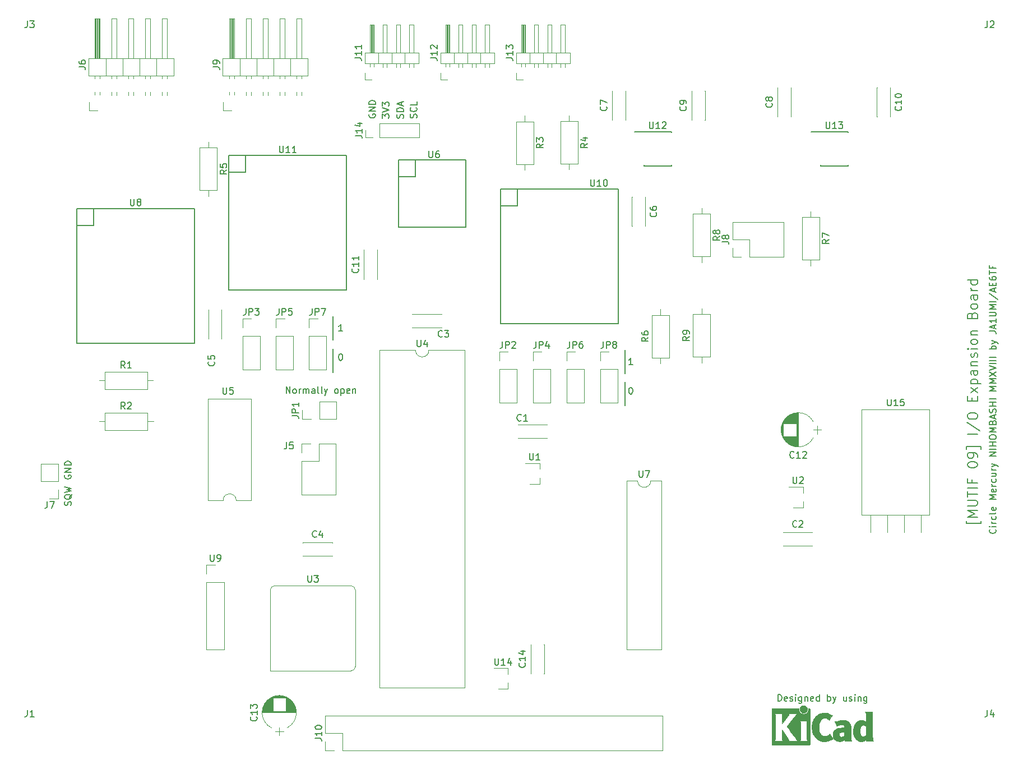
<source format=gto>
G04 #@! TF.FileFunction,Legend,Top*
%FSLAX46Y46*%
G04 Gerber Fmt 4.6, Leading zero omitted, Abs format (unit mm)*
G04 Created by KiCad (PCBNEW 4.0.7) date 07/30/18 12:41:52*
%MOMM*%
%LPD*%
G01*
G04 APERTURE LIST*
%ADD10C,0.100000*%
%ADD11C,0.150000*%
%ADD12C,0.200000*%
%ADD13C,0.120000*%
%ADD14C,0.010000*%
G04 APERTURE END LIST*
D10*
D11*
X93761904Y-86452381D02*
X93761904Y-85452381D01*
X94333333Y-86452381D01*
X94333333Y-85452381D01*
X94952380Y-86452381D02*
X94857142Y-86404762D01*
X94809523Y-86357143D01*
X94761904Y-86261905D01*
X94761904Y-85976190D01*
X94809523Y-85880952D01*
X94857142Y-85833333D01*
X94952380Y-85785714D01*
X95095238Y-85785714D01*
X95190476Y-85833333D01*
X95238095Y-85880952D01*
X95285714Y-85976190D01*
X95285714Y-86261905D01*
X95238095Y-86357143D01*
X95190476Y-86404762D01*
X95095238Y-86452381D01*
X94952380Y-86452381D01*
X95714285Y-86452381D02*
X95714285Y-85785714D01*
X95714285Y-85976190D02*
X95761904Y-85880952D01*
X95809523Y-85833333D01*
X95904761Y-85785714D01*
X96000000Y-85785714D01*
X96333333Y-86452381D02*
X96333333Y-85785714D01*
X96333333Y-85880952D02*
X96380952Y-85833333D01*
X96476190Y-85785714D01*
X96619048Y-85785714D01*
X96714286Y-85833333D01*
X96761905Y-85928571D01*
X96761905Y-86452381D01*
X96761905Y-85928571D02*
X96809524Y-85833333D01*
X96904762Y-85785714D01*
X97047619Y-85785714D01*
X97142857Y-85833333D01*
X97190476Y-85928571D01*
X97190476Y-86452381D01*
X98095238Y-86452381D02*
X98095238Y-85928571D01*
X98047619Y-85833333D01*
X97952381Y-85785714D01*
X97761904Y-85785714D01*
X97666666Y-85833333D01*
X98095238Y-86404762D02*
X98000000Y-86452381D01*
X97761904Y-86452381D01*
X97666666Y-86404762D01*
X97619047Y-86309524D01*
X97619047Y-86214286D01*
X97666666Y-86119048D01*
X97761904Y-86071429D01*
X98000000Y-86071429D01*
X98095238Y-86023810D01*
X98714285Y-86452381D02*
X98619047Y-86404762D01*
X98571428Y-86309524D01*
X98571428Y-85452381D01*
X99238095Y-86452381D02*
X99142857Y-86404762D01*
X99095238Y-86309524D01*
X99095238Y-85452381D01*
X99523810Y-85785714D02*
X99761905Y-86452381D01*
X100000001Y-85785714D02*
X99761905Y-86452381D01*
X99666667Y-86690476D01*
X99619048Y-86738095D01*
X99523810Y-86785714D01*
X101285715Y-86452381D02*
X101190477Y-86404762D01*
X101142858Y-86357143D01*
X101095239Y-86261905D01*
X101095239Y-85976190D01*
X101142858Y-85880952D01*
X101190477Y-85833333D01*
X101285715Y-85785714D01*
X101428573Y-85785714D01*
X101523811Y-85833333D01*
X101571430Y-85880952D01*
X101619049Y-85976190D01*
X101619049Y-86261905D01*
X101571430Y-86357143D01*
X101523811Y-86404762D01*
X101428573Y-86452381D01*
X101285715Y-86452381D01*
X102047620Y-85785714D02*
X102047620Y-86785714D01*
X102047620Y-85833333D02*
X102142858Y-85785714D01*
X102333335Y-85785714D01*
X102428573Y-85833333D01*
X102476192Y-85880952D01*
X102523811Y-85976190D01*
X102523811Y-86261905D01*
X102476192Y-86357143D01*
X102428573Y-86404762D01*
X102333335Y-86452381D01*
X102142858Y-86452381D01*
X102047620Y-86404762D01*
X103333335Y-86404762D02*
X103238097Y-86452381D01*
X103047620Y-86452381D01*
X102952382Y-86404762D01*
X102904763Y-86309524D01*
X102904763Y-85928571D01*
X102952382Y-85833333D01*
X103047620Y-85785714D01*
X103238097Y-85785714D01*
X103333335Y-85833333D01*
X103380954Y-85928571D01*
X103380954Y-86023810D01*
X102904763Y-86119048D01*
X103809525Y-85785714D02*
X103809525Y-86452381D01*
X103809525Y-85880952D02*
X103857144Y-85833333D01*
X103952382Y-85785714D01*
X104095240Y-85785714D01*
X104190478Y-85833333D01*
X104238097Y-85928571D01*
X104238097Y-86452381D01*
X113434762Y-44878476D02*
X113482381Y-44735619D01*
X113482381Y-44497523D01*
X113434762Y-44402285D01*
X113387143Y-44354666D01*
X113291905Y-44307047D01*
X113196667Y-44307047D01*
X113101429Y-44354666D01*
X113053810Y-44402285D01*
X113006190Y-44497523D01*
X112958571Y-44688000D01*
X112910952Y-44783238D01*
X112863333Y-44830857D01*
X112768095Y-44878476D01*
X112672857Y-44878476D01*
X112577619Y-44830857D01*
X112530000Y-44783238D01*
X112482381Y-44688000D01*
X112482381Y-44449904D01*
X112530000Y-44307047D01*
X113387143Y-43307047D02*
X113434762Y-43354666D01*
X113482381Y-43497523D01*
X113482381Y-43592761D01*
X113434762Y-43735619D01*
X113339524Y-43830857D01*
X113244286Y-43878476D01*
X113053810Y-43926095D01*
X112910952Y-43926095D01*
X112720476Y-43878476D01*
X112625238Y-43830857D01*
X112530000Y-43735619D01*
X112482381Y-43592761D01*
X112482381Y-43497523D01*
X112530000Y-43354666D01*
X112577619Y-43307047D01*
X113482381Y-42402285D02*
X113482381Y-42878476D01*
X112482381Y-42878476D01*
X111402762Y-44902286D02*
X111450381Y-44759429D01*
X111450381Y-44521333D01*
X111402762Y-44426095D01*
X111355143Y-44378476D01*
X111259905Y-44330857D01*
X111164667Y-44330857D01*
X111069429Y-44378476D01*
X111021810Y-44426095D01*
X110974190Y-44521333D01*
X110926571Y-44711810D01*
X110878952Y-44807048D01*
X110831333Y-44854667D01*
X110736095Y-44902286D01*
X110640857Y-44902286D01*
X110545619Y-44854667D01*
X110498000Y-44807048D01*
X110450381Y-44711810D01*
X110450381Y-44473714D01*
X110498000Y-44330857D01*
X111450381Y-43902286D02*
X110450381Y-43902286D01*
X110450381Y-43664191D01*
X110498000Y-43521333D01*
X110593238Y-43426095D01*
X110688476Y-43378476D01*
X110878952Y-43330857D01*
X111021810Y-43330857D01*
X111212286Y-43378476D01*
X111307524Y-43426095D01*
X111402762Y-43521333D01*
X111450381Y-43664191D01*
X111450381Y-43902286D01*
X111164667Y-42949905D02*
X111164667Y-42473714D01*
X111450381Y-43045143D02*
X110450381Y-42711810D01*
X111450381Y-42378476D01*
X108291381Y-44926095D02*
X108291381Y-44307047D01*
X108672333Y-44640381D01*
X108672333Y-44497523D01*
X108719952Y-44402285D01*
X108767571Y-44354666D01*
X108862810Y-44307047D01*
X109100905Y-44307047D01*
X109196143Y-44354666D01*
X109243762Y-44402285D01*
X109291381Y-44497523D01*
X109291381Y-44783238D01*
X109243762Y-44878476D01*
X109196143Y-44926095D01*
X108291381Y-44021333D02*
X109291381Y-43688000D01*
X108291381Y-43354666D01*
X108291381Y-43116571D02*
X108291381Y-42497523D01*
X108672333Y-42830857D01*
X108672333Y-42687999D01*
X108719952Y-42592761D01*
X108767571Y-42545142D01*
X108862810Y-42497523D01*
X109100905Y-42497523D01*
X109196143Y-42545142D01*
X109243762Y-42592761D01*
X109291381Y-42687999D01*
X109291381Y-42973714D01*
X109243762Y-43068952D01*
X109196143Y-43116571D01*
X106307000Y-44322904D02*
X106259381Y-44418142D01*
X106259381Y-44560999D01*
X106307000Y-44703857D01*
X106402238Y-44799095D01*
X106497476Y-44846714D01*
X106687952Y-44894333D01*
X106830810Y-44894333D01*
X107021286Y-44846714D01*
X107116524Y-44799095D01*
X107211762Y-44703857D01*
X107259381Y-44560999D01*
X107259381Y-44465761D01*
X107211762Y-44322904D01*
X107164143Y-44275285D01*
X106830810Y-44275285D01*
X106830810Y-44465761D01*
X107259381Y-43846714D02*
X106259381Y-43846714D01*
X107259381Y-43275285D01*
X106259381Y-43275285D01*
X107259381Y-42799095D02*
X106259381Y-42799095D01*
X106259381Y-42561000D01*
X106307000Y-42418142D01*
X106402238Y-42322904D01*
X106497476Y-42275285D01*
X106687952Y-42227666D01*
X106830810Y-42227666D01*
X107021286Y-42275285D01*
X107116524Y-42322904D01*
X107211762Y-42418142D01*
X107259381Y-42561000D01*
X107259381Y-42799095D01*
X60333000Y-98805904D02*
X60285381Y-98901142D01*
X60285381Y-99043999D01*
X60333000Y-99186857D01*
X60428238Y-99282095D01*
X60523476Y-99329714D01*
X60713952Y-99377333D01*
X60856810Y-99377333D01*
X61047286Y-99329714D01*
X61142524Y-99282095D01*
X61237762Y-99186857D01*
X61285381Y-99043999D01*
X61285381Y-98948761D01*
X61237762Y-98805904D01*
X61190143Y-98758285D01*
X60856810Y-98758285D01*
X60856810Y-98948761D01*
X61285381Y-98329714D02*
X60285381Y-98329714D01*
X61285381Y-97758285D01*
X60285381Y-97758285D01*
X61285381Y-97282095D02*
X60285381Y-97282095D01*
X60285381Y-97044000D01*
X60333000Y-96901142D01*
X60428238Y-96805904D01*
X60523476Y-96758285D01*
X60713952Y-96710666D01*
X60856810Y-96710666D01*
X61047286Y-96758285D01*
X61142524Y-96805904D01*
X61237762Y-96901142D01*
X61285381Y-97044000D01*
X61285381Y-97282095D01*
X61237762Y-103361952D02*
X61285381Y-103219095D01*
X61285381Y-102980999D01*
X61237762Y-102885761D01*
X61190143Y-102838142D01*
X61094905Y-102790523D01*
X60999667Y-102790523D01*
X60904429Y-102838142D01*
X60856810Y-102885761D01*
X60809190Y-102980999D01*
X60761571Y-103171476D01*
X60713952Y-103266714D01*
X60666333Y-103314333D01*
X60571095Y-103361952D01*
X60475857Y-103361952D01*
X60380619Y-103314333D01*
X60333000Y-103266714D01*
X60285381Y-103171476D01*
X60285381Y-102933380D01*
X60333000Y-102790523D01*
X61380619Y-101695285D02*
X61333000Y-101790523D01*
X61237762Y-101885761D01*
X61094905Y-102028618D01*
X61047286Y-102123857D01*
X61047286Y-102219095D01*
X61285381Y-102171476D02*
X61237762Y-102266714D01*
X61142524Y-102361952D01*
X60952048Y-102409571D01*
X60618714Y-102409571D01*
X60428238Y-102361952D01*
X60333000Y-102266714D01*
X60285381Y-102171476D01*
X60285381Y-101980999D01*
X60333000Y-101885761D01*
X60428238Y-101790523D01*
X60618714Y-101742904D01*
X60952048Y-101742904D01*
X61142524Y-101790523D01*
X61237762Y-101885761D01*
X61285381Y-101980999D01*
X61285381Y-102171476D01*
X60285381Y-101409571D02*
X61285381Y-101171476D01*
X60571095Y-100980999D01*
X61285381Y-100790523D01*
X60285381Y-100552428D01*
D12*
X145748381Y-85558381D02*
X145843620Y-85558381D01*
X145938858Y-85606000D01*
X145986477Y-85653619D01*
X146034096Y-85748857D01*
X146081715Y-85939333D01*
X146081715Y-86177429D01*
X146034096Y-86367905D01*
X145986477Y-86463143D01*
X145938858Y-86510762D01*
X145843620Y-86558381D01*
X145748381Y-86558381D01*
X145653143Y-86510762D01*
X145605524Y-86463143D01*
X145557905Y-86367905D01*
X145510286Y-86177429D01*
X145510286Y-85939333D01*
X145557905Y-85748857D01*
X145605524Y-85653619D01*
X145653143Y-85606000D01*
X145748381Y-85558381D01*
X146081715Y-82113381D02*
X145510286Y-82113381D01*
X145796000Y-82113381D02*
X145796000Y-81113381D01*
X145700762Y-81256238D01*
X145605524Y-81351476D01*
X145510286Y-81399095D01*
X101933381Y-80478381D02*
X102028620Y-80478381D01*
X102123858Y-80526000D01*
X102171477Y-80573619D01*
X102219096Y-80668857D01*
X102266715Y-80859333D01*
X102266715Y-81097429D01*
X102219096Y-81287905D01*
X102171477Y-81383143D01*
X102123858Y-81430762D01*
X102028620Y-81478381D01*
X101933381Y-81478381D01*
X101838143Y-81430762D01*
X101790524Y-81383143D01*
X101742905Y-81287905D01*
X101695286Y-81097429D01*
X101695286Y-80859333D01*
X101742905Y-80668857D01*
X101790524Y-80573619D01*
X101838143Y-80526000D01*
X101933381Y-80478381D01*
X102266715Y-77033381D02*
X101695286Y-77033381D01*
X101981000Y-77033381D02*
X101981000Y-76033381D01*
X101885762Y-76176238D01*
X101790524Y-76271476D01*
X101695286Y-76319095D01*
X100838000Y-79756000D02*
X100838000Y-83312000D01*
X144907000Y-79883000D02*
X144907000Y-83439000D01*
X144907000Y-84709000D02*
X144907000Y-88265000D01*
X100838000Y-74803000D02*
X100838000Y-78359000D01*
X168037714Y-132913381D02*
X168037714Y-131913381D01*
X168275809Y-131913381D01*
X168418667Y-131961000D01*
X168513905Y-132056238D01*
X168561524Y-132151476D01*
X168609143Y-132341952D01*
X168609143Y-132484810D01*
X168561524Y-132675286D01*
X168513905Y-132770524D01*
X168418667Y-132865762D01*
X168275809Y-132913381D01*
X168037714Y-132913381D01*
X169418667Y-132865762D02*
X169323429Y-132913381D01*
X169132952Y-132913381D01*
X169037714Y-132865762D01*
X168990095Y-132770524D01*
X168990095Y-132389571D01*
X169037714Y-132294333D01*
X169132952Y-132246714D01*
X169323429Y-132246714D01*
X169418667Y-132294333D01*
X169466286Y-132389571D01*
X169466286Y-132484810D01*
X168990095Y-132580048D01*
X169847238Y-132865762D02*
X169942476Y-132913381D01*
X170132952Y-132913381D01*
X170228191Y-132865762D01*
X170275810Y-132770524D01*
X170275810Y-132722905D01*
X170228191Y-132627667D01*
X170132952Y-132580048D01*
X169990095Y-132580048D01*
X169894857Y-132532429D01*
X169847238Y-132437190D01*
X169847238Y-132389571D01*
X169894857Y-132294333D01*
X169990095Y-132246714D01*
X170132952Y-132246714D01*
X170228191Y-132294333D01*
X170704381Y-132913381D02*
X170704381Y-132246714D01*
X170704381Y-131913381D02*
X170656762Y-131961000D01*
X170704381Y-132008619D01*
X170752000Y-131961000D01*
X170704381Y-131913381D01*
X170704381Y-132008619D01*
X171609143Y-132246714D02*
X171609143Y-133056238D01*
X171561524Y-133151476D01*
X171513905Y-133199095D01*
X171418666Y-133246714D01*
X171275809Y-133246714D01*
X171180571Y-133199095D01*
X171609143Y-132865762D02*
X171513905Y-132913381D01*
X171323428Y-132913381D01*
X171228190Y-132865762D01*
X171180571Y-132818143D01*
X171132952Y-132722905D01*
X171132952Y-132437190D01*
X171180571Y-132341952D01*
X171228190Y-132294333D01*
X171323428Y-132246714D01*
X171513905Y-132246714D01*
X171609143Y-132294333D01*
X172085333Y-132246714D02*
X172085333Y-132913381D01*
X172085333Y-132341952D02*
X172132952Y-132294333D01*
X172228190Y-132246714D01*
X172371048Y-132246714D01*
X172466286Y-132294333D01*
X172513905Y-132389571D01*
X172513905Y-132913381D01*
X173371048Y-132865762D02*
X173275810Y-132913381D01*
X173085333Y-132913381D01*
X172990095Y-132865762D01*
X172942476Y-132770524D01*
X172942476Y-132389571D01*
X172990095Y-132294333D01*
X173085333Y-132246714D01*
X173275810Y-132246714D01*
X173371048Y-132294333D01*
X173418667Y-132389571D01*
X173418667Y-132484810D01*
X172942476Y-132580048D01*
X174275810Y-132913381D02*
X174275810Y-131913381D01*
X174275810Y-132865762D02*
X174180572Y-132913381D01*
X173990095Y-132913381D01*
X173894857Y-132865762D01*
X173847238Y-132818143D01*
X173799619Y-132722905D01*
X173799619Y-132437190D01*
X173847238Y-132341952D01*
X173894857Y-132294333D01*
X173990095Y-132246714D01*
X174180572Y-132246714D01*
X174275810Y-132294333D01*
X175513905Y-132913381D02*
X175513905Y-131913381D01*
X175513905Y-132294333D02*
X175609143Y-132246714D01*
X175799620Y-132246714D01*
X175894858Y-132294333D01*
X175942477Y-132341952D01*
X175990096Y-132437190D01*
X175990096Y-132722905D01*
X175942477Y-132818143D01*
X175894858Y-132865762D01*
X175799620Y-132913381D01*
X175609143Y-132913381D01*
X175513905Y-132865762D01*
X176323429Y-132246714D02*
X176561524Y-132913381D01*
X176799620Y-132246714D02*
X176561524Y-132913381D01*
X176466286Y-133151476D01*
X176418667Y-133199095D01*
X176323429Y-133246714D01*
X178371049Y-132246714D02*
X178371049Y-132913381D01*
X177942477Y-132246714D02*
X177942477Y-132770524D01*
X177990096Y-132865762D01*
X178085334Y-132913381D01*
X178228192Y-132913381D01*
X178323430Y-132865762D01*
X178371049Y-132818143D01*
X178799620Y-132865762D02*
X178894858Y-132913381D01*
X179085334Y-132913381D01*
X179180573Y-132865762D01*
X179228192Y-132770524D01*
X179228192Y-132722905D01*
X179180573Y-132627667D01*
X179085334Y-132580048D01*
X178942477Y-132580048D01*
X178847239Y-132532429D01*
X178799620Y-132437190D01*
X178799620Y-132389571D01*
X178847239Y-132294333D01*
X178942477Y-132246714D01*
X179085334Y-132246714D01*
X179180573Y-132294333D01*
X179656763Y-132913381D02*
X179656763Y-132246714D01*
X179656763Y-131913381D02*
X179609144Y-131961000D01*
X179656763Y-132008619D01*
X179704382Y-131961000D01*
X179656763Y-131913381D01*
X179656763Y-132008619D01*
X180132953Y-132246714D02*
X180132953Y-132913381D01*
X180132953Y-132341952D02*
X180180572Y-132294333D01*
X180275810Y-132246714D01*
X180418668Y-132246714D01*
X180513906Y-132294333D01*
X180561525Y-132389571D01*
X180561525Y-132913381D01*
X181466287Y-132246714D02*
X181466287Y-133056238D01*
X181418668Y-133151476D01*
X181371049Y-133199095D01*
X181275810Y-133246714D01*
X181132953Y-133246714D01*
X181037715Y-133199095D01*
X181466287Y-132865762D02*
X181371049Y-132913381D01*
X181180572Y-132913381D01*
X181085334Y-132865762D01*
X181037715Y-132818143D01*
X180990096Y-132722905D01*
X180990096Y-132437190D01*
X181037715Y-132341952D01*
X181085334Y-132294333D01*
X181180572Y-132246714D01*
X181371049Y-132246714D01*
X181466287Y-132294333D01*
X200890143Y-106971238D02*
X200937762Y-107018857D01*
X200985381Y-107161714D01*
X200985381Y-107256952D01*
X200937762Y-107399810D01*
X200842524Y-107495048D01*
X200747286Y-107542667D01*
X200556810Y-107590286D01*
X200413952Y-107590286D01*
X200223476Y-107542667D01*
X200128238Y-107495048D01*
X200033000Y-107399810D01*
X199985381Y-107256952D01*
X199985381Y-107161714D01*
X200033000Y-107018857D01*
X200080619Y-106971238D01*
X200985381Y-106542667D02*
X200318714Y-106542667D01*
X199985381Y-106542667D02*
X200033000Y-106590286D01*
X200080619Y-106542667D01*
X200033000Y-106495048D01*
X199985381Y-106542667D01*
X200080619Y-106542667D01*
X200985381Y-106066477D02*
X200318714Y-106066477D01*
X200509190Y-106066477D02*
X200413952Y-106018858D01*
X200366333Y-105971239D01*
X200318714Y-105876001D01*
X200318714Y-105780762D01*
X200937762Y-105018857D02*
X200985381Y-105114095D01*
X200985381Y-105304572D01*
X200937762Y-105399810D01*
X200890143Y-105447429D01*
X200794905Y-105495048D01*
X200509190Y-105495048D01*
X200413952Y-105447429D01*
X200366333Y-105399810D01*
X200318714Y-105304572D01*
X200318714Y-105114095D01*
X200366333Y-105018857D01*
X200985381Y-104447429D02*
X200937762Y-104542667D01*
X200842524Y-104590286D01*
X199985381Y-104590286D01*
X200937762Y-103685523D02*
X200985381Y-103780761D01*
X200985381Y-103971238D01*
X200937762Y-104066476D01*
X200842524Y-104114095D01*
X200461571Y-104114095D01*
X200366333Y-104066476D01*
X200318714Y-103971238D01*
X200318714Y-103780761D01*
X200366333Y-103685523D01*
X200461571Y-103637904D01*
X200556810Y-103637904D01*
X200652048Y-104114095D01*
X200985381Y-102447428D02*
X199985381Y-102447428D01*
X200699667Y-102114094D01*
X199985381Y-101780761D01*
X200985381Y-101780761D01*
X200937762Y-100923618D02*
X200985381Y-101018856D01*
X200985381Y-101209333D01*
X200937762Y-101304571D01*
X200842524Y-101352190D01*
X200461571Y-101352190D01*
X200366333Y-101304571D01*
X200318714Y-101209333D01*
X200318714Y-101018856D01*
X200366333Y-100923618D01*
X200461571Y-100875999D01*
X200556810Y-100875999D01*
X200652048Y-101352190D01*
X200985381Y-100447428D02*
X200318714Y-100447428D01*
X200509190Y-100447428D02*
X200413952Y-100399809D01*
X200366333Y-100352190D01*
X200318714Y-100256952D01*
X200318714Y-100161713D01*
X200937762Y-99399808D02*
X200985381Y-99495046D01*
X200985381Y-99685523D01*
X200937762Y-99780761D01*
X200890143Y-99828380D01*
X200794905Y-99875999D01*
X200509190Y-99875999D01*
X200413952Y-99828380D01*
X200366333Y-99780761D01*
X200318714Y-99685523D01*
X200318714Y-99495046D01*
X200366333Y-99399808D01*
X200318714Y-98542665D02*
X200985381Y-98542665D01*
X200318714Y-98971237D02*
X200842524Y-98971237D01*
X200937762Y-98923618D01*
X200985381Y-98828380D01*
X200985381Y-98685522D01*
X200937762Y-98590284D01*
X200890143Y-98542665D01*
X200985381Y-98066475D02*
X200318714Y-98066475D01*
X200509190Y-98066475D02*
X200413952Y-98018856D01*
X200366333Y-97971237D01*
X200318714Y-97875999D01*
X200318714Y-97780760D01*
X200318714Y-97542665D02*
X200985381Y-97304570D01*
X200318714Y-97066474D02*
X200985381Y-97304570D01*
X201223476Y-97399808D01*
X201271095Y-97447427D01*
X201318714Y-97542665D01*
X200985381Y-95923617D02*
X199985381Y-95923617D01*
X200985381Y-95352188D01*
X199985381Y-95352188D01*
X200985381Y-94875998D02*
X199985381Y-94875998D01*
X200985381Y-94399808D02*
X199985381Y-94399808D01*
X200461571Y-94399808D02*
X200461571Y-93828379D01*
X200985381Y-93828379D02*
X199985381Y-93828379D01*
X199985381Y-93161713D02*
X199985381Y-92971236D01*
X200033000Y-92875998D01*
X200128238Y-92780760D01*
X200318714Y-92733141D01*
X200652048Y-92733141D01*
X200842524Y-92780760D01*
X200937762Y-92875998D01*
X200985381Y-92971236D01*
X200985381Y-93161713D01*
X200937762Y-93256951D01*
X200842524Y-93352189D01*
X200652048Y-93399808D01*
X200318714Y-93399808D01*
X200128238Y-93352189D01*
X200033000Y-93256951D01*
X199985381Y-93161713D01*
X200985381Y-92304570D02*
X199985381Y-92304570D01*
X200699667Y-91971236D01*
X199985381Y-91637903D01*
X200985381Y-91637903D01*
X200461571Y-90828379D02*
X200509190Y-90685522D01*
X200556810Y-90637903D01*
X200652048Y-90590284D01*
X200794905Y-90590284D01*
X200890143Y-90637903D01*
X200937762Y-90685522D01*
X200985381Y-90780760D01*
X200985381Y-91161713D01*
X199985381Y-91161713D01*
X199985381Y-90828379D01*
X200033000Y-90733141D01*
X200080619Y-90685522D01*
X200175857Y-90637903D01*
X200271095Y-90637903D01*
X200366333Y-90685522D01*
X200413952Y-90733141D01*
X200461571Y-90828379D01*
X200461571Y-91161713D01*
X200699667Y-90209332D02*
X200699667Y-89733141D01*
X200985381Y-90304570D02*
X199985381Y-89971237D01*
X200985381Y-89637903D01*
X200937762Y-89352189D02*
X200985381Y-89209332D01*
X200985381Y-88971236D01*
X200937762Y-88875998D01*
X200890143Y-88828379D01*
X200794905Y-88780760D01*
X200699667Y-88780760D01*
X200604429Y-88828379D01*
X200556810Y-88875998D01*
X200509190Y-88971236D01*
X200461571Y-89161713D01*
X200413952Y-89256951D01*
X200366333Y-89304570D01*
X200271095Y-89352189D01*
X200175857Y-89352189D01*
X200080619Y-89304570D01*
X200033000Y-89256951D01*
X199985381Y-89161713D01*
X199985381Y-88923617D01*
X200033000Y-88780760D01*
X200985381Y-88352189D02*
X199985381Y-88352189D01*
X200461571Y-88352189D02*
X200461571Y-87780760D01*
X200985381Y-87780760D02*
X199985381Y-87780760D01*
X200985381Y-87304570D02*
X199985381Y-87304570D01*
X200985381Y-86066475D02*
X199985381Y-86066475D01*
X200699667Y-85733141D01*
X199985381Y-85399808D01*
X200985381Y-85399808D01*
X200985381Y-84923618D02*
X199985381Y-84923618D01*
X200699667Y-84590284D01*
X199985381Y-84256951D01*
X200985381Y-84256951D01*
X199985381Y-83875999D02*
X200985381Y-83209332D01*
X199985381Y-83209332D02*
X200985381Y-83875999D01*
X199985381Y-82971237D02*
X200985381Y-82637904D01*
X199985381Y-82304570D01*
X200985381Y-81971237D02*
X199985381Y-81971237D01*
X200985381Y-81495047D02*
X199985381Y-81495047D01*
X200985381Y-81018857D02*
X199985381Y-81018857D01*
X200985381Y-79780762D02*
X199985381Y-79780762D01*
X200366333Y-79780762D02*
X200318714Y-79685524D01*
X200318714Y-79495047D01*
X200366333Y-79399809D01*
X200413952Y-79352190D01*
X200509190Y-79304571D01*
X200794905Y-79304571D01*
X200890143Y-79352190D01*
X200937762Y-79399809D01*
X200985381Y-79495047D01*
X200985381Y-79685524D01*
X200937762Y-79780762D01*
X200318714Y-78971238D02*
X200985381Y-78733143D01*
X200318714Y-78495047D02*
X200985381Y-78733143D01*
X201223476Y-78828381D01*
X201271095Y-78876000D01*
X201318714Y-78971238D01*
X199985381Y-77066475D02*
X200699667Y-77066475D01*
X200842524Y-77114095D01*
X200937762Y-77209333D01*
X200985381Y-77352190D01*
X200985381Y-77447428D01*
X200699667Y-76637904D02*
X200699667Y-76161713D01*
X200985381Y-76733142D02*
X199985381Y-76399809D01*
X200985381Y-76066475D01*
X200985381Y-75209332D02*
X200985381Y-75780761D01*
X200985381Y-75495047D02*
X199985381Y-75495047D01*
X200128238Y-75590285D01*
X200223476Y-75685523D01*
X200271095Y-75780761D01*
X199985381Y-74780761D02*
X200794905Y-74780761D01*
X200890143Y-74733142D01*
X200937762Y-74685523D01*
X200985381Y-74590285D01*
X200985381Y-74399808D01*
X200937762Y-74304570D01*
X200890143Y-74256951D01*
X200794905Y-74209332D01*
X199985381Y-74209332D01*
X200985381Y-73733142D02*
X199985381Y-73733142D01*
X200699667Y-73399808D01*
X199985381Y-73066475D01*
X200985381Y-73066475D01*
X200985381Y-72590285D02*
X199985381Y-72590285D01*
X199937762Y-71399809D02*
X201223476Y-72256952D01*
X200699667Y-71114095D02*
X200699667Y-70637904D01*
X200985381Y-71209333D02*
X199985381Y-70876000D01*
X200985381Y-70542666D01*
X200461571Y-70209333D02*
X200461571Y-69875999D01*
X200985381Y-69733142D02*
X200985381Y-70209333D01*
X199985381Y-70209333D01*
X199985381Y-69733142D01*
X199985381Y-68875999D02*
X199985381Y-69066476D01*
X200033000Y-69161714D01*
X200080619Y-69209333D01*
X200223476Y-69304571D01*
X200413952Y-69352190D01*
X200794905Y-69352190D01*
X200890143Y-69304571D01*
X200937762Y-69256952D01*
X200985381Y-69161714D01*
X200985381Y-68971237D01*
X200937762Y-68875999D01*
X200890143Y-68828380D01*
X200794905Y-68780761D01*
X200556810Y-68780761D01*
X200461571Y-68828380D01*
X200413952Y-68875999D01*
X200366333Y-68971237D01*
X200366333Y-69161714D01*
X200413952Y-69256952D01*
X200461571Y-69304571D01*
X200556810Y-69352190D01*
X199985381Y-68495047D02*
X199985381Y-67923618D01*
X200985381Y-68209333D02*
X199985381Y-68209333D01*
X200461571Y-67256951D02*
X200461571Y-67590285D01*
X200985381Y-67590285D02*
X199985381Y-67590285D01*
X199985381Y-67114094D01*
X198663571Y-105721287D02*
X198663571Y-106078430D01*
X196520714Y-106078430D01*
X196520714Y-105721287D01*
X198163571Y-105149858D02*
X196663571Y-105149858D01*
X197735000Y-104649858D01*
X196663571Y-104149858D01*
X198163571Y-104149858D01*
X196663571Y-103435572D02*
X197877857Y-103435572D01*
X198020714Y-103364144D01*
X198092143Y-103292715D01*
X198163571Y-103149858D01*
X198163571Y-102864144D01*
X198092143Y-102721286D01*
X198020714Y-102649858D01*
X197877857Y-102578429D01*
X196663571Y-102578429D01*
X196663571Y-102078429D02*
X196663571Y-101221286D01*
X198163571Y-101649857D02*
X196663571Y-101649857D01*
X198163571Y-100721286D02*
X196663571Y-100721286D01*
X197377857Y-99507000D02*
X197377857Y-100007000D01*
X198163571Y-100007000D02*
X196663571Y-100007000D01*
X196663571Y-99292714D01*
X196663571Y-97292715D02*
X196663571Y-97149858D01*
X196735000Y-97007001D01*
X196806429Y-96935572D01*
X196949286Y-96864143D01*
X197235000Y-96792715D01*
X197592143Y-96792715D01*
X197877857Y-96864143D01*
X198020714Y-96935572D01*
X198092143Y-97007001D01*
X198163571Y-97149858D01*
X198163571Y-97292715D01*
X198092143Y-97435572D01*
X198020714Y-97507001D01*
X197877857Y-97578429D01*
X197592143Y-97649858D01*
X197235000Y-97649858D01*
X196949286Y-97578429D01*
X196806429Y-97507001D01*
X196735000Y-97435572D01*
X196663571Y-97292715D01*
X198163571Y-96078430D02*
X198163571Y-95792715D01*
X198092143Y-95649858D01*
X198020714Y-95578430D01*
X197806429Y-95435572D01*
X197520714Y-95364144D01*
X196949286Y-95364144D01*
X196806429Y-95435572D01*
X196735000Y-95507001D01*
X196663571Y-95649858D01*
X196663571Y-95935572D01*
X196735000Y-96078430D01*
X196806429Y-96149858D01*
X196949286Y-96221287D01*
X197306429Y-96221287D01*
X197449286Y-96149858D01*
X197520714Y-96078430D01*
X197592143Y-95935572D01*
X197592143Y-95649858D01*
X197520714Y-95507001D01*
X197449286Y-95435572D01*
X197306429Y-95364144D01*
X198663571Y-94864144D02*
X198663571Y-94507001D01*
X196520714Y-94507001D01*
X196520714Y-94864144D01*
X198163571Y-92578430D02*
X196663571Y-92578430D01*
X196592143Y-90792716D02*
X198520714Y-92078430D01*
X196663571Y-90007001D02*
X196663571Y-89721287D01*
X196735000Y-89578429D01*
X196877857Y-89435572D01*
X197163571Y-89364144D01*
X197663571Y-89364144D01*
X197949286Y-89435572D01*
X198092143Y-89578429D01*
X198163571Y-89721287D01*
X198163571Y-90007001D01*
X198092143Y-90149858D01*
X197949286Y-90292715D01*
X197663571Y-90364144D01*
X197163571Y-90364144D01*
X196877857Y-90292715D01*
X196735000Y-90149858D01*
X196663571Y-90007001D01*
X197377857Y-87578429D02*
X197377857Y-87078429D01*
X198163571Y-86864143D02*
X198163571Y-87578429D01*
X196663571Y-87578429D01*
X196663571Y-86864143D01*
X198163571Y-86364143D02*
X197163571Y-85578429D01*
X197163571Y-86364143D02*
X198163571Y-85578429D01*
X197163571Y-85007000D02*
X198663571Y-85007000D01*
X197235000Y-85007000D02*
X197163571Y-84864143D01*
X197163571Y-84578429D01*
X197235000Y-84435572D01*
X197306429Y-84364143D01*
X197449286Y-84292714D01*
X197877857Y-84292714D01*
X198020714Y-84364143D01*
X198092143Y-84435572D01*
X198163571Y-84578429D01*
X198163571Y-84864143D01*
X198092143Y-85007000D01*
X198163571Y-83007000D02*
X197377857Y-83007000D01*
X197235000Y-83078429D01*
X197163571Y-83221286D01*
X197163571Y-83507000D01*
X197235000Y-83649857D01*
X198092143Y-83007000D02*
X198163571Y-83149857D01*
X198163571Y-83507000D01*
X198092143Y-83649857D01*
X197949286Y-83721286D01*
X197806429Y-83721286D01*
X197663571Y-83649857D01*
X197592143Y-83507000D01*
X197592143Y-83149857D01*
X197520714Y-83007000D01*
X197163571Y-82292714D02*
X198163571Y-82292714D01*
X197306429Y-82292714D02*
X197235000Y-82221286D01*
X197163571Y-82078428D01*
X197163571Y-81864143D01*
X197235000Y-81721286D01*
X197377857Y-81649857D01*
X198163571Y-81649857D01*
X198092143Y-81007000D02*
X198163571Y-80864143D01*
X198163571Y-80578428D01*
X198092143Y-80435571D01*
X197949286Y-80364143D01*
X197877857Y-80364143D01*
X197735000Y-80435571D01*
X197663571Y-80578428D01*
X197663571Y-80792714D01*
X197592143Y-80935571D01*
X197449286Y-81007000D01*
X197377857Y-81007000D01*
X197235000Y-80935571D01*
X197163571Y-80792714D01*
X197163571Y-80578428D01*
X197235000Y-80435571D01*
X198163571Y-79721285D02*
X197163571Y-79721285D01*
X196663571Y-79721285D02*
X196735000Y-79792714D01*
X196806429Y-79721285D01*
X196735000Y-79649857D01*
X196663571Y-79721285D01*
X196806429Y-79721285D01*
X198163571Y-78792713D02*
X198092143Y-78935571D01*
X198020714Y-79006999D01*
X197877857Y-79078428D01*
X197449286Y-79078428D01*
X197306429Y-79006999D01*
X197235000Y-78935571D01*
X197163571Y-78792713D01*
X197163571Y-78578428D01*
X197235000Y-78435571D01*
X197306429Y-78364142D01*
X197449286Y-78292713D01*
X197877857Y-78292713D01*
X198020714Y-78364142D01*
X198092143Y-78435571D01*
X198163571Y-78578428D01*
X198163571Y-78792713D01*
X197163571Y-77649856D02*
X198163571Y-77649856D01*
X197306429Y-77649856D02*
X197235000Y-77578428D01*
X197163571Y-77435570D01*
X197163571Y-77221285D01*
X197235000Y-77078428D01*
X197377857Y-77006999D01*
X198163571Y-77006999D01*
X197377857Y-74649856D02*
X197449286Y-74435570D01*
X197520714Y-74364142D01*
X197663571Y-74292713D01*
X197877857Y-74292713D01*
X198020714Y-74364142D01*
X198092143Y-74435570D01*
X198163571Y-74578428D01*
X198163571Y-75149856D01*
X196663571Y-75149856D01*
X196663571Y-74649856D01*
X196735000Y-74506999D01*
X196806429Y-74435570D01*
X196949286Y-74364142D01*
X197092143Y-74364142D01*
X197235000Y-74435570D01*
X197306429Y-74506999D01*
X197377857Y-74649856D01*
X197377857Y-75149856D01*
X198163571Y-73435570D02*
X198092143Y-73578428D01*
X198020714Y-73649856D01*
X197877857Y-73721285D01*
X197449286Y-73721285D01*
X197306429Y-73649856D01*
X197235000Y-73578428D01*
X197163571Y-73435570D01*
X197163571Y-73221285D01*
X197235000Y-73078428D01*
X197306429Y-73006999D01*
X197449286Y-72935570D01*
X197877857Y-72935570D01*
X198020714Y-73006999D01*
X198092143Y-73078428D01*
X198163571Y-73221285D01*
X198163571Y-73435570D01*
X198163571Y-71649856D02*
X197377857Y-71649856D01*
X197235000Y-71721285D01*
X197163571Y-71864142D01*
X197163571Y-72149856D01*
X197235000Y-72292713D01*
X198092143Y-71649856D02*
X198163571Y-71792713D01*
X198163571Y-72149856D01*
X198092143Y-72292713D01*
X197949286Y-72364142D01*
X197806429Y-72364142D01*
X197663571Y-72292713D01*
X197592143Y-72149856D01*
X197592143Y-71792713D01*
X197520714Y-71649856D01*
X198163571Y-70935570D02*
X197163571Y-70935570D01*
X197449286Y-70935570D02*
X197306429Y-70864142D01*
X197235000Y-70792713D01*
X197163571Y-70649856D01*
X197163571Y-70506999D01*
X198163571Y-69364142D02*
X196663571Y-69364142D01*
X198092143Y-69364142D02*
X198163571Y-69506999D01*
X198163571Y-69792713D01*
X198092143Y-69935571D01*
X198020714Y-70006999D01*
X197877857Y-70078428D01*
X197449286Y-70078428D01*
X197306429Y-70006999D01*
X197235000Y-69935571D01*
X197163571Y-69792713D01*
X197163571Y-69506999D01*
X197235000Y-69364142D01*
D13*
X128766000Y-91190000D02*
X133186000Y-91190000D01*
X128766000Y-93210000D02*
X133186000Y-93210000D01*
X128766000Y-91190000D02*
X128766000Y-91204000D01*
X128766000Y-93196000D02*
X128766000Y-93210000D01*
X133186000Y-91190000D02*
X133186000Y-91204000D01*
X133186000Y-93196000D02*
X133186000Y-93210000D01*
X168819000Y-107448000D02*
X173239000Y-107448000D01*
X168819000Y-109468000D02*
X173239000Y-109468000D01*
X168819000Y-107448000D02*
X168819000Y-107462000D01*
X168819000Y-109454000D02*
X168819000Y-109468000D01*
X173239000Y-107448000D02*
X173239000Y-107462000D01*
X173239000Y-109454000D02*
X173239000Y-109468000D01*
X117210000Y-76510000D02*
X112790000Y-76510000D01*
X117210000Y-74490000D02*
X112790000Y-74490000D01*
X117210000Y-76510000D02*
X117210000Y-76496000D01*
X117210000Y-74504000D02*
X117210000Y-74490000D01*
X112790000Y-76510000D02*
X112790000Y-76496000D01*
X112790000Y-74504000D02*
X112790000Y-74490000D01*
X96290000Y-108990000D02*
X100710000Y-108990000D01*
X96290000Y-111010000D02*
X100710000Y-111010000D01*
X96290000Y-108990000D02*
X96290000Y-109004000D01*
X96290000Y-110996000D02*
X96290000Y-111010000D01*
X100710000Y-108990000D02*
X100710000Y-109004000D01*
X100710000Y-110996000D02*
X100710000Y-111010000D01*
X84010000Y-73790000D02*
X84010000Y-78210000D01*
X81990000Y-73790000D02*
X81990000Y-78210000D01*
X84010000Y-73790000D02*
X83996000Y-73790000D01*
X82004000Y-73790000D02*
X81990000Y-73790000D01*
X84010000Y-78210000D02*
X83996000Y-78210000D01*
X82004000Y-78210000D02*
X81990000Y-78210000D01*
X148010000Y-56790000D02*
X148010000Y-61210000D01*
X145990000Y-56790000D02*
X145990000Y-61210000D01*
X148010000Y-56790000D02*
X147996000Y-56790000D01*
X146004000Y-56790000D02*
X145990000Y-56790000D01*
X148010000Y-61210000D02*
X147996000Y-61210000D01*
X146004000Y-61210000D02*
X145990000Y-61210000D01*
X142990000Y-45210000D02*
X142990000Y-40790000D01*
X145010000Y-45210000D02*
X145010000Y-40790000D01*
X142990000Y-45210000D02*
X143004000Y-45210000D01*
X144996000Y-45210000D02*
X145010000Y-45210000D01*
X142990000Y-40790000D02*
X143004000Y-40790000D01*
X144996000Y-40790000D02*
X145010000Y-40790000D01*
X167990000Y-44710000D02*
X167990000Y-40290000D01*
X170010000Y-44710000D02*
X170010000Y-40290000D01*
X167990000Y-44710000D02*
X168004000Y-44710000D01*
X169996000Y-44710000D02*
X170010000Y-44710000D01*
X167990000Y-40290000D02*
X168004000Y-40290000D01*
X169996000Y-40290000D02*
X170010000Y-40290000D01*
X154990000Y-45210000D02*
X154990000Y-40790000D01*
X157010000Y-45210000D02*
X157010000Y-40790000D01*
X154990000Y-45210000D02*
X155004000Y-45210000D01*
X156996000Y-45210000D02*
X157010000Y-45210000D01*
X154990000Y-40790000D02*
X155004000Y-40790000D01*
X156996000Y-40790000D02*
X157010000Y-40790000D01*
X185010000Y-40290000D02*
X185010000Y-44710000D01*
X182990000Y-40290000D02*
X182990000Y-44710000D01*
X185010000Y-40290000D02*
X184996000Y-40290000D01*
X183004000Y-40290000D02*
X182990000Y-40290000D01*
X185010000Y-44710000D02*
X184996000Y-44710000D01*
X183004000Y-44710000D02*
X182990000Y-44710000D01*
X105490000Y-69210000D02*
X105490000Y-64790000D01*
X107510000Y-69210000D02*
X107510000Y-64790000D01*
X105490000Y-69210000D02*
X105504000Y-69210000D01*
X107496000Y-69210000D02*
X107510000Y-69210000D01*
X105490000Y-64790000D02*
X105504000Y-64790000D01*
X107496000Y-64790000D02*
X107510000Y-64790000D01*
X168783278Y-93127723D02*
G75*
G03X173394580Y-93128000I2305722J1179723D01*
G01*
X168783278Y-90768277D02*
G75*
G02X173394580Y-90768000I2305722J-1179723D01*
G01*
X168783278Y-90768277D02*
G75*
G03X168783420Y-93128000I2305722J-1179723D01*
G01*
X171089000Y-94498000D02*
X171089000Y-89398000D01*
X171049000Y-94498000D02*
X171049000Y-89398000D01*
X171009000Y-94497000D02*
X171009000Y-89399000D01*
X170969000Y-94496000D02*
X170969000Y-89400000D01*
X170929000Y-94494000D02*
X170929000Y-89402000D01*
X170889000Y-94491000D02*
X170889000Y-89405000D01*
X170849000Y-94487000D02*
X170849000Y-89409000D01*
X170809000Y-94483000D02*
X170809000Y-92928000D01*
X170809000Y-90968000D02*
X170809000Y-89413000D01*
X170769000Y-94479000D02*
X170769000Y-92928000D01*
X170769000Y-90968000D02*
X170769000Y-89417000D01*
X170729000Y-94473000D02*
X170729000Y-92928000D01*
X170729000Y-90968000D02*
X170729000Y-89423000D01*
X170689000Y-94467000D02*
X170689000Y-92928000D01*
X170689000Y-90968000D02*
X170689000Y-89429000D01*
X170649000Y-94461000D02*
X170649000Y-92928000D01*
X170649000Y-90968000D02*
X170649000Y-89435000D01*
X170609000Y-94454000D02*
X170609000Y-92928000D01*
X170609000Y-90968000D02*
X170609000Y-89442000D01*
X170569000Y-94446000D02*
X170569000Y-92928000D01*
X170569000Y-90968000D02*
X170569000Y-89450000D01*
X170529000Y-94437000D02*
X170529000Y-92928000D01*
X170529000Y-90968000D02*
X170529000Y-89459000D01*
X170489000Y-94428000D02*
X170489000Y-92928000D01*
X170489000Y-90968000D02*
X170489000Y-89468000D01*
X170449000Y-94418000D02*
X170449000Y-92928000D01*
X170449000Y-90968000D02*
X170449000Y-89478000D01*
X170409000Y-94408000D02*
X170409000Y-92928000D01*
X170409000Y-90968000D02*
X170409000Y-89488000D01*
X170368000Y-94396000D02*
X170368000Y-92928000D01*
X170368000Y-90968000D02*
X170368000Y-89500000D01*
X170328000Y-94384000D02*
X170328000Y-92928000D01*
X170328000Y-90968000D02*
X170328000Y-89512000D01*
X170288000Y-94372000D02*
X170288000Y-92928000D01*
X170288000Y-90968000D02*
X170288000Y-89524000D01*
X170248000Y-94358000D02*
X170248000Y-92928000D01*
X170248000Y-90968000D02*
X170248000Y-89538000D01*
X170208000Y-94344000D02*
X170208000Y-92928000D01*
X170208000Y-90968000D02*
X170208000Y-89552000D01*
X170168000Y-94330000D02*
X170168000Y-92928000D01*
X170168000Y-90968000D02*
X170168000Y-89566000D01*
X170128000Y-94314000D02*
X170128000Y-92928000D01*
X170128000Y-90968000D02*
X170128000Y-89582000D01*
X170088000Y-94298000D02*
X170088000Y-92928000D01*
X170088000Y-90968000D02*
X170088000Y-89598000D01*
X170048000Y-94281000D02*
X170048000Y-92928000D01*
X170048000Y-90968000D02*
X170048000Y-89615000D01*
X170008000Y-94263000D02*
X170008000Y-92928000D01*
X170008000Y-90968000D02*
X170008000Y-89633000D01*
X169968000Y-94244000D02*
X169968000Y-92928000D01*
X169968000Y-90968000D02*
X169968000Y-89652000D01*
X169928000Y-94224000D02*
X169928000Y-92928000D01*
X169928000Y-90968000D02*
X169928000Y-89672000D01*
X169888000Y-94204000D02*
X169888000Y-92928000D01*
X169888000Y-90968000D02*
X169888000Y-89692000D01*
X169848000Y-94182000D02*
X169848000Y-92928000D01*
X169848000Y-90968000D02*
X169848000Y-89714000D01*
X169808000Y-94160000D02*
X169808000Y-92928000D01*
X169808000Y-90968000D02*
X169808000Y-89736000D01*
X169768000Y-94137000D02*
X169768000Y-92928000D01*
X169768000Y-90968000D02*
X169768000Y-89759000D01*
X169728000Y-94113000D02*
X169728000Y-92928000D01*
X169728000Y-90968000D02*
X169728000Y-89783000D01*
X169688000Y-94088000D02*
X169688000Y-92928000D01*
X169688000Y-90968000D02*
X169688000Y-89808000D01*
X169648000Y-94061000D02*
X169648000Y-92928000D01*
X169648000Y-90968000D02*
X169648000Y-89835000D01*
X169608000Y-94034000D02*
X169608000Y-92928000D01*
X169608000Y-90968000D02*
X169608000Y-89862000D01*
X169568000Y-94006000D02*
X169568000Y-92928000D01*
X169568000Y-90968000D02*
X169568000Y-89890000D01*
X169528000Y-93976000D02*
X169528000Y-92928000D01*
X169528000Y-90968000D02*
X169528000Y-89920000D01*
X169488000Y-93945000D02*
X169488000Y-92928000D01*
X169488000Y-90968000D02*
X169488000Y-89951000D01*
X169448000Y-93913000D02*
X169448000Y-92928000D01*
X169448000Y-90968000D02*
X169448000Y-89983000D01*
X169408000Y-93880000D02*
X169408000Y-92928000D01*
X169408000Y-90968000D02*
X169408000Y-90016000D01*
X169368000Y-93845000D02*
X169368000Y-92928000D01*
X169368000Y-90968000D02*
X169368000Y-90051000D01*
X169328000Y-93809000D02*
X169328000Y-92928000D01*
X169328000Y-90968000D02*
X169328000Y-90087000D01*
X169288000Y-93771000D02*
X169288000Y-92928000D01*
X169288000Y-90968000D02*
X169288000Y-90125000D01*
X169248000Y-93731000D02*
X169248000Y-92928000D01*
X169248000Y-90968000D02*
X169248000Y-90165000D01*
X169208000Y-93690000D02*
X169208000Y-92928000D01*
X169208000Y-90968000D02*
X169208000Y-90206000D01*
X169168000Y-93647000D02*
X169168000Y-92928000D01*
X169168000Y-90968000D02*
X169168000Y-90249000D01*
X169128000Y-93602000D02*
X169128000Y-92928000D01*
X169128000Y-90968000D02*
X169128000Y-90294000D01*
X169088000Y-93554000D02*
X169088000Y-92928000D01*
X169088000Y-90968000D02*
X169088000Y-90342000D01*
X169048000Y-93504000D02*
X169048000Y-92928000D01*
X169048000Y-90968000D02*
X169048000Y-90392000D01*
X169008000Y-93452000D02*
X169008000Y-92928000D01*
X169008000Y-90968000D02*
X169008000Y-90444000D01*
X168968000Y-93396000D02*
X168968000Y-92928000D01*
X168968000Y-90968000D02*
X168968000Y-90500000D01*
X168928000Y-93338000D02*
X168928000Y-92928000D01*
X168928000Y-90968000D02*
X168928000Y-90558000D01*
X168888000Y-93275000D02*
X168888000Y-92928000D01*
X168888000Y-90968000D02*
X168888000Y-90621000D01*
X168848000Y-93209000D02*
X168848000Y-90687000D01*
X168808000Y-93137000D02*
X168808000Y-90759000D01*
X168768000Y-93060000D02*
X168768000Y-90836000D01*
X168728000Y-92976000D02*
X168728000Y-90920000D01*
X168688000Y-92882000D02*
X168688000Y-91014000D01*
X168648000Y-92777000D02*
X168648000Y-91119000D01*
X168608000Y-92655000D02*
X168608000Y-91241000D01*
X168568000Y-92507000D02*
X168568000Y-91389000D01*
X168528000Y-92302000D02*
X168528000Y-91594000D01*
X174539000Y-91948000D02*
X173339000Y-91948000D01*
X173939000Y-92598000D02*
X173939000Y-91298000D01*
X91530277Y-132334278D02*
G75*
G03X91530000Y-136945580I1179723J-2305722D01*
G01*
X93889723Y-132334278D02*
G75*
G02X93890000Y-136945580I-1179723J-2305722D01*
G01*
X93889723Y-132334278D02*
G75*
G03X91530000Y-132334420I-1179723J-2305722D01*
G01*
X90160000Y-134640000D02*
X95260000Y-134640000D01*
X90160000Y-134600000D02*
X95260000Y-134600000D01*
X90161000Y-134560000D02*
X95259000Y-134560000D01*
X90162000Y-134520000D02*
X95258000Y-134520000D01*
X90164000Y-134480000D02*
X95256000Y-134480000D01*
X90167000Y-134440000D02*
X95253000Y-134440000D01*
X90171000Y-134400000D02*
X95249000Y-134400000D01*
X90175000Y-134360000D02*
X91730000Y-134360000D01*
X93690000Y-134360000D02*
X95245000Y-134360000D01*
X90179000Y-134320000D02*
X91730000Y-134320000D01*
X93690000Y-134320000D02*
X95241000Y-134320000D01*
X90185000Y-134280000D02*
X91730000Y-134280000D01*
X93690000Y-134280000D02*
X95235000Y-134280000D01*
X90191000Y-134240000D02*
X91730000Y-134240000D01*
X93690000Y-134240000D02*
X95229000Y-134240000D01*
X90197000Y-134200000D02*
X91730000Y-134200000D01*
X93690000Y-134200000D02*
X95223000Y-134200000D01*
X90204000Y-134160000D02*
X91730000Y-134160000D01*
X93690000Y-134160000D02*
X95216000Y-134160000D01*
X90212000Y-134120000D02*
X91730000Y-134120000D01*
X93690000Y-134120000D02*
X95208000Y-134120000D01*
X90221000Y-134080000D02*
X91730000Y-134080000D01*
X93690000Y-134080000D02*
X95199000Y-134080000D01*
X90230000Y-134040000D02*
X91730000Y-134040000D01*
X93690000Y-134040000D02*
X95190000Y-134040000D01*
X90240000Y-134000000D02*
X91730000Y-134000000D01*
X93690000Y-134000000D02*
X95180000Y-134000000D01*
X90250000Y-133960000D02*
X91730000Y-133960000D01*
X93690000Y-133960000D02*
X95170000Y-133960000D01*
X90262000Y-133919000D02*
X91730000Y-133919000D01*
X93690000Y-133919000D02*
X95158000Y-133919000D01*
X90274000Y-133879000D02*
X91730000Y-133879000D01*
X93690000Y-133879000D02*
X95146000Y-133879000D01*
X90286000Y-133839000D02*
X91730000Y-133839000D01*
X93690000Y-133839000D02*
X95134000Y-133839000D01*
X90300000Y-133799000D02*
X91730000Y-133799000D01*
X93690000Y-133799000D02*
X95120000Y-133799000D01*
X90314000Y-133759000D02*
X91730000Y-133759000D01*
X93690000Y-133759000D02*
X95106000Y-133759000D01*
X90328000Y-133719000D02*
X91730000Y-133719000D01*
X93690000Y-133719000D02*
X95092000Y-133719000D01*
X90344000Y-133679000D02*
X91730000Y-133679000D01*
X93690000Y-133679000D02*
X95076000Y-133679000D01*
X90360000Y-133639000D02*
X91730000Y-133639000D01*
X93690000Y-133639000D02*
X95060000Y-133639000D01*
X90377000Y-133599000D02*
X91730000Y-133599000D01*
X93690000Y-133599000D02*
X95043000Y-133599000D01*
X90395000Y-133559000D02*
X91730000Y-133559000D01*
X93690000Y-133559000D02*
X95025000Y-133559000D01*
X90414000Y-133519000D02*
X91730000Y-133519000D01*
X93690000Y-133519000D02*
X95006000Y-133519000D01*
X90434000Y-133479000D02*
X91730000Y-133479000D01*
X93690000Y-133479000D02*
X94986000Y-133479000D01*
X90454000Y-133439000D02*
X91730000Y-133439000D01*
X93690000Y-133439000D02*
X94966000Y-133439000D01*
X90476000Y-133399000D02*
X91730000Y-133399000D01*
X93690000Y-133399000D02*
X94944000Y-133399000D01*
X90498000Y-133359000D02*
X91730000Y-133359000D01*
X93690000Y-133359000D02*
X94922000Y-133359000D01*
X90521000Y-133319000D02*
X91730000Y-133319000D01*
X93690000Y-133319000D02*
X94899000Y-133319000D01*
X90545000Y-133279000D02*
X91730000Y-133279000D01*
X93690000Y-133279000D02*
X94875000Y-133279000D01*
X90570000Y-133239000D02*
X91730000Y-133239000D01*
X93690000Y-133239000D02*
X94850000Y-133239000D01*
X90597000Y-133199000D02*
X91730000Y-133199000D01*
X93690000Y-133199000D02*
X94823000Y-133199000D01*
X90624000Y-133159000D02*
X91730000Y-133159000D01*
X93690000Y-133159000D02*
X94796000Y-133159000D01*
X90652000Y-133119000D02*
X91730000Y-133119000D01*
X93690000Y-133119000D02*
X94768000Y-133119000D01*
X90682000Y-133079000D02*
X91730000Y-133079000D01*
X93690000Y-133079000D02*
X94738000Y-133079000D01*
X90713000Y-133039000D02*
X91730000Y-133039000D01*
X93690000Y-133039000D02*
X94707000Y-133039000D01*
X90745000Y-132999000D02*
X91730000Y-132999000D01*
X93690000Y-132999000D02*
X94675000Y-132999000D01*
X90778000Y-132959000D02*
X91730000Y-132959000D01*
X93690000Y-132959000D02*
X94642000Y-132959000D01*
X90813000Y-132919000D02*
X91730000Y-132919000D01*
X93690000Y-132919000D02*
X94607000Y-132919000D01*
X90849000Y-132879000D02*
X91730000Y-132879000D01*
X93690000Y-132879000D02*
X94571000Y-132879000D01*
X90887000Y-132839000D02*
X91730000Y-132839000D01*
X93690000Y-132839000D02*
X94533000Y-132839000D01*
X90927000Y-132799000D02*
X91730000Y-132799000D01*
X93690000Y-132799000D02*
X94493000Y-132799000D01*
X90968000Y-132759000D02*
X91730000Y-132759000D01*
X93690000Y-132759000D02*
X94452000Y-132759000D01*
X91011000Y-132719000D02*
X91730000Y-132719000D01*
X93690000Y-132719000D02*
X94409000Y-132719000D01*
X91056000Y-132679000D02*
X91730000Y-132679000D01*
X93690000Y-132679000D02*
X94364000Y-132679000D01*
X91104000Y-132639000D02*
X91730000Y-132639000D01*
X93690000Y-132639000D02*
X94316000Y-132639000D01*
X91154000Y-132599000D02*
X91730000Y-132599000D01*
X93690000Y-132599000D02*
X94266000Y-132599000D01*
X91206000Y-132559000D02*
X91730000Y-132559000D01*
X93690000Y-132559000D02*
X94214000Y-132559000D01*
X91262000Y-132519000D02*
X91730000Y-132519000D01*
X93690000Y-132519000D02*
X94158000Y-132519000D01*
X91320000Y-132479000D02*
X91730000Y-132479000D01*
X93690000Y-132479000D02*
X94100000Y-132479000D01*
X91383000Y-132439000D02*
X91730000Y-132439000D01*
X93690000Y-132439000D02*
X94037000Y-132439000D01*
X91449000Y-132399000D02*
X93971000Y-132399000D01*
X91521000Y-132359000D02*
X93899000Y-132359000D01*
X91598000Y-132319000D02*
X93822000Y-132319000D01*
X91682000Y-132279000D02*
X93738000Y-132279000D01*
X91776000Y-132239000D02*
X93644000Y-132239000D01*
X91881000Y-132199000D02*
X93539000Y-132199000D01*
X92003000Y-132159000D02*
X93417000Y-132159000D01*
X92151000Y-132119000D02*
X93269000Y-132119000D01*
X92356000Y-132079000D02*
X93064000Y-132079000D01*
X92710000Y-138090000D02*
X92710000Y-136890000D01*
X92060000Y-137490000D02*
X93360000Y-137490000D01*
X96079000Y-101787000D02*
X101279000Y-101787000D01*
X96079000Y-96647000D02*
X96079000Y-101787000D01*
X101279000Y-94047000D02*
X101279000Y-101787000D01*
X96079000Y-96647000D02*
X98679000Y-96647000D01*
X98679000Y-96647000D02*
X98679000Y-94047000D01*
X98679000Y-94047000D02*
X101279000Y-94047000D01*
X96079000Y-95377000D02*
X96079000Y-94047000D01*
X96079000Y-94047000D02*
X97409000Y-94047000D01*
X63920000Y-38520000D02*
X76740000Y-38520000D01*
X76740000Y-38520000D02*
X76740000Y-35860000D01*
X76740000Y-35860000D02*
X63920000Y-35860000D01*
X63920000Y-35860000D02*
X63920000Y-38520000D01*
X64870000Y-35860000D02*
X64870000Y-29860000D01*
X64870000Y-29860000D02*
X65630000Y-29860000D01*
X65630000Y-29860000D02*
X65630000Y-35860000D01*
X64930000Y-35860000D02*
X64930000Y-29860000D01*
X65050000Y-35860000D02*
X65050000Y-29860000D01*
X65170000Y-35860000D02*
X65170000Y-29860000D01*
X65290000Y-35860000D02*
X65290000Y-29860000D01*
X65410000Y-35860000D02*
X65410000Y-29860000D01*
X65530000Y-35860000D02*
X65530000Y-29860000D01*
X64870000Y-38917071D02*
X64870000Y-38520000D01*
X65630000Y-38917071D02*
X65630000Y-38520000D01*
X64870000Y-41390000D02*
X64870000Y-41002929D01*
X65630000Y-41390000D02*
X65630000Y-41002929D01*
X66520000Y-38520000D02*
X66520000Y-35860000D01*
X67410000Y-35860000D02*
X67410000Y-29860000D01*
X67410000Y-29860000D02*
X68170000Y-29860000D01*
X68170000Y-29860000D02*
X68170000Y-35860000D01*
X67410000Y-38917071D02*
X67410000Y-38520000D01*
X68170000Y-38917071D02*
X68170000Y-38520000D01*
X67410000Y-41457071D02*
X67410000Y-41002929D01*
X68170000Y-41457071D02*
X68170000Y-41002929D01*
X69060000Y-38520000D02*
X69060000Y-35860000D01*
X69950000Y-35860000D02*
X69950000Y-29860000D01*
X69950000Y-29860000D02*
X70710000Y-29860000D01*
X70710000Y-29860000D02*
X70710000Y-35860000D01*
X69950000Y-38917071D02*
X69950000Y-38520000D01*
X70710000Y-38917071D02*
X70710000Y-38520000D01*
X69950000Y-41457071D02*
X69950000Y-41002929D01*
X70710000Y-41457071D02*
X70710000Y-41002929D01*
X71600000Y-38520000D02*
X71600000Y-35860000D01*
X72490000Y-35860000D02*
X72490000Y-29860000D01*
X72490000Y-29860000D02*
X73250000Y-29860000D01*
X73250000Y-29860000D02*
X73250000Y-35860000D01*
X72490000Y-38917071D02*
X72490000Y-38520000D01*
X73250000Y-38917071D02*
X73250000Y-38520000D01*
X72490000Y-41457071D02*
X72490000Y-41002929D01*
X73250000Y-41457071D02*
X73250000Y-41002929D01*
X74140000Y-38520000D02*
X74140000Y-35860000D01*
X75030000Y-35860000D02*
X75030000Y-29860000D01*
X75030000Y-29860000D02*
X75790000Y-29860000D01*
X75790000Y-29860000D02*
X75790000Y-35860000D01*
X75030000Y-38917071D02*
X75030000Y-38520000D01*
X75790000Y-38917071D02*
X75790000Y-38520000D01*
X75030000Y-41457071D02*
X75030000Y-41002929D01*
X75790000Y-41457071D02*
X75790000Y-41002929D01*
X65250000Y-43770000D02*
X63980000Y-43770000D01*
X63980000Y-43770000D02*
X63980000Y-42500000D01*
X59330000Y-97130000D02*
X56670000Y-97130000D01*
X59330000Y-99730000D02*
X59330000Y-97130000D01*
X56670000Y-99730000D02*
X56670000Y-97130000D01*
X59330000Y-99730000D02*
X56670000Y-99730000D01*
X59330000Y-101000000D02*
X59330000Y-102330000D01*
X59330000Y-102330000D02*
X58000000Y-102330000D01*
X168910000Y-65830000D02*
X168910000Y-60630000D01*
X163770000Y-65830000D02*
X168910000Y-65830000D01*
X161170000Y-60630000D02*
X168910000Y-60630000D01*
X163770000Y-65830000D02*
X163770000Y-63230000D01*
X163770000Y-63230000D02*
X161170000Y-63230000D01*
X161170000Y-63230000D02*
X161170000Y-60630000D01*
X162500000Y-65830000D02*
X161170000Y-65830000D01*
X161170000Y-65830000D02*
X161170000Y-64500000D01*
X84170000Y-38520000D02*
X96990000Y-38520000D01*
X96990000Y-38520000D02*
X96990000Y-35860000D01*
X96990000Y-35860000D02*
X84170000Y-35860000D01*
X84170000Y-35860000D02*
X84170000Y-38520000D01*
X85120000Y-35860000D02*
X85120000Y-29860000D01*
X85120000Y-29860000D02*
X85880000Y-29860000D01*
X85880000Y-29860000D02*
X85880000Y-35860000D01*
X85180000Y-35860000D02*
X85180000Y-29860000D01*
X85300000Y-35860000D02*
X85300000Y-29860000D01*
X85420000Y-35860000D02*
X85420000Y-29860000D01*
X85540000Y-35860000D02*
X85540000Y-29860000D01*
X85660000Y-35860000D02*
X85660000Y-29860000D01*
X85780000Y-35860000D02*
X85780000Y-29860000D01*
X85120000Y-38917071D02*
X85120000Y-38520000D01*
X85880000Y-38917071D02*
X85880000Y-38520000D01*
X85120000Y-41390000D02*
X85120000Y-41002929D01*
X85880000Y-41390000D02*
X85880000Y-41002929D01*
X86770000Y-38520000D02*
X86770000Y-35860000D01*
X87660000Y-35860000D02*
X87660000Y-29860000D01*
X87660000Y-29860000D02*
X88420000Y-29860000D01*
X88420000Y-29860000D02*
X88420000Y-35860000D01*
X87660000Y-38917071D02*
X87660000Y-38520000D01*
X88420000Y-38917071D02*
X88420000Y-38520000D01*
X87660000Y-41457071D02*
X87660000Y-41002929D01*
X88420000Y-41457071D02*
X88420000Y-41002929D01*
X89310000Y-38520000D02*
X89310000Y-35860000D01*
X90200000Y-35860000D02*
X90200000Y-29860000D01*
X90200000Y-29860000D02*
X90960000Y-29860000D01*
X90960000Y-29860000D02*
X90960000Y-35860000D01*
X90200000Y-38917071D02*
X90200000Y-38520000D01*
X90960000Y-38917071D02*
X90960000Y-38520000D01*
X90200000Y-41457071D02*
X90200000Y-41002929D01*
X90960000Y-41457071D02*
X90960000Y-41002929D01*
X91850000Y-38520000D02*
X91850000Y-35860000D01*
X92740000Y-35860000D02*
X92740000Y-29860000D01*
X92740000Y-29860000D02*
X93500000Y-29860000D01*
X93500000Y-29860000D02*
X93500000Y-35860000D01*
X92740000Y-38917071D02*
X92740000Y-38520000D01*
X93500000Y-38917071D02*
X93500000Y-38520000D01*
X92740000Y-41457071D02*
X92740000Y-41002929D01*
X93500000Y-41457071D02*
X93500000Y-41002929D01*
X94390000Y-38520000D02*
X94390000Y-35860000D01*
X95280000Y-35860000D02*
X95280000Y-29860000D01*
X95280000Y-29860000D02*
X96040000Y-29860000D01*
X96040000Y-29860000D02*
X96040000Y-35860000D01*
X95280000Y-38917071D02*
X95280000Y-38520000D01*
X96040000Y-38917071D02*
X96040000Y-38520000D01*
X95280000Y-41457071D02*
X95280000Y-41002929D01*
X96040000Y-41457071D02*
X96040000Y-41002929D01*
X85500000Y-43770000D02*
X84230000Y-43770000D01*
X84230000Y-43770000D02*
X84230000Y-42500000D01*
X150590000Y-140330000D02*
X150590000Y-135130000D01*
X102270000Y-140330000D02*
X150590000Y-140330000D01*
X99670000Y-135130000D02*
X150590000Y-135130000D01*
X102270000Y-140330000D02*
X102270000Y-137730000D01*
X102270000Y-137730000D02*
X99670000Y-137730000D01*
X99670000Y-137730000D02*
X99670000Y-135130000D01*
X101000000Y-140330000D02*
X99670000Y-140330000D01*
X99670000Y-140330000D02*
X99670000Y-139000000D01*
X105620000Y-36660000D02*
X113740000Y-36660000D01*
X113740000Y-36660000D02*
X113740000Y-35040000D01*
X113740000Y-35040000D02*
X105620000Y-35040000D01*
X105620000Y-35040000D02*
X105620000Y-36660000D01*
X106370000Y-35040000D02*
X106370000Y-30840000D01*
X106370000Y-30840000D02*
X106990000Y-30840000D01*
X106990000Y-30840000D02*
X106990000Y-35040000D01*
X106430000Y-35040000D02*
X106430000Y-30840000D01*
X106550000Y-35040000D02*
X106550000Y-30840000D01*
X106670000Y-35040000D02*
X106670000Y-30840000D01*
X106790000Y-35040000D02*
X106790000Y-30840000D01*
X106910000Y-35040000D02*
X106910000Y-30840000D01*
X106370000Y-37165000D02*
X106370000Y-36660000D01*
X106990000Y-37165000D02*
X106990000Y-36660000D01*
X107680000Y-36660000D02*
X107680000Y-35040000D01*
X108370000Y-35040000D02*
X108370000Y-30840000D01*
X108370000Y-30840000D02*
X108990000Y-30840000D01*
X108990000Y-30840000D02*
X108990000Y-35040000D01*
X108370000Y-37217886D02*
X108370000Y-36660000D01*
X108990000Y-37217886D02*
X108990000Y-36660000D01*
X109680000Y-36660000D02*
X109680000Y-35040000D01*
X110370000Y-35040000D02*
X110370000Y-30840000D01*
X110370000Y-30840000D02*
X110990000Y-30840000D01*
X110990000Y-30840000D02*
X110990000Y-35040000D01*
X110370000Y-37217886D02*
X110370000Y-36660000D01*
X110990000Y-37217886D02*
X110990000Y-36660000D01*
X111680000Y-36660000D02*
X111680000Y-35040000D01*
X112370000Y-35040000D02*
X112370000Y-30840000D01*
X112370000Y-30840000D02*
X112990000Y-30840000D01*
X112990000Y-30840000D02*
X112990000Y-35040000D01*
X112370000Y-37217886D02*
X112370000Y-36660000D01*
X112990000Y-37217886D02*
X112990000Y-36660000D01*
X106680000Y-39100000D02*
X105680000Y-39100000D01*
X105680000Y-39100000D02*
X105680000Y-38100000D01*
X117050000Y-36660000D02*
X125170000Y-36660000D01*
X125170000Y-36660000D02*
X125170000Y-35040000D01*
X125170000Y-35040000D02*
X117050000Y-35040000D01*
X117050000Y-35040000D02*
X117050000Y-36660000D01*
X117800000Y-35040000D02*
X117800000Y-30840000D01*
X117800000Y-30840000D02*
X118420000Y-30840000D01*
X118420000Y-30840000D02*
X118420000Y-35040000D01*
X117860000Y-35040000D02*
X117860000Y-30840000D01*
X117980000Y-35040000D02*
X117980000Y-30840000D01*
X118100000Y-35040000D02*
X118100000Y-30840000D01*
X118220000Y-35040000D02*
X118220000Y-30840000D01*
X118340000Y-35040000D02*
X118340000Y-30840000D01*
X117800000Y-37165000D02*
X117800000Y-36660000D01*
X118420000Y-37165000D02*
X118420000Y-36660000D01*
X119110000Y-36660000D02*
X119110000Y-35040000D01*
X119800000Y-35040000D02*
X119800000Y-30840000D01*
X119800000Y-30840000D02*
X120420000Y-30840000D01*
X120420000Y-30840000D02*
X120420000Y-35040000D01*
X119800000Y-37217886D02*
X119800000Y-36660000D01*
X120420000Y-37217886D02*
X120420000Y-36660000D01*
X121110000Y-36660000D02*
X121110000Y-35040000D01*
X121800000Y-35040000D02*
X121800000Y-30840000D01*
X121800000Y-30840000D02*
X122420000Y-30840000D01*
X122420000Y-30840000D02*
X122420000Y-35040000D01*
X121800000Y-37217886D02*
X121800000Y-36660000D01*
X122420000Y-37217886D02*
X122420000Y-36660000D01*
X123110000Y-36660000D02*
X123110000Y-35040000D01*
X123800000Y-35040000D02*
X123800000Y-30840000D01*
X123800000Y-30840000D02*
X124420000Y-30840000D01*
X124420000Y-30840000D02*
X124420000Y-35040000D01*
X123800000Y-37217886D02*
X123800000Y-36660000D01*
X124420000Y-37217886D02*
X124420000Y-36660000D01*
X118110000Y-39100000D02*
X117110000Y-39100000D01*
X117110000Y-39100000D02*
X117110000Y-38100000D01*
X128480000Y-36660000D02*
X136600000Y-36660000D01*
X136600000Y-36660000D02*
X136600000Y-35040000D01*
X136600000Y-35040000D02*
X128480000Y-35040000D01*
X128480000Y-35040000D02*
X128480000Y-36660000D01*
X129230000Y-35040000D02*
X129230000Y-30840000D01*
X129230000Y-30840000D02*
X129850000Y-30840000D01*
X129850000Y-30840000D02*
X129850000Y-35040000D01*
X129290000Y-35040000D02*
X129290000Y-30840000D01*
X129410000Y-35040000D02*
X129410000Y-30840000D01*
X129530000Y-35040000D02*
X129530000Y-30840000D01*
X129650000Y-35040000D02*
X129650000Y-30840000D01*
X129770000Y-35040000D02*
X129770000Y-30840000D01*
X129230000Y-37165000D02*
X129230000Y-36660000D01*
X129850000Y-37165000D02*
X129850000Y-36660000D01*
X130540000Y-36660000D02*
X130540000Y-35040000D01*
X131230000Y-35040000D02*
X131230000Y-30840000D01*
X131230000Y-30840000D02*
X131850000Y-30840000D01*
X131850000Y-30840000D02*
X131850000Y-35040000D01*
X131230000Y-37217886D02*
X131230000Y-36660000D01*
X131850000Y-37217886D02*
X131850000Y-36660000D01*
X132540000Y-36660000D02*
X132540000Y-35040000D01*
X133230000Y-35040000D02*
X133230000Y-30840000D01*
X133230000Y-30840000D02*
X133850000Y-30840000D01*
X133850000Y-30840000D02*
X133850000Y-35040000D01*
X133230000Y-37217886D02*
X133230000Y-36660000D01*
X133850000Y-37217886D02*
X133850000Y-36660000D01*
X134540000Y-36660000D02*
X134540000Y-35040000D01*
X135230000Y-35040000D02*
X135230000Y-30840000D01*
X135230000Y-30840000D02*
X135850000Y-30840000D01*
X135850000Y-30840000D02*
X135850000Y-35040000D01*
X135230000Y-37217886D02*
X135230000Y-36660000D01*
X135850000Y-37217886D02*
X135850000Y-36660000D01*
X129540000Y-39100000D02*
X128540000Y-39100000D01*
X128540000Y-39100000D02*
X128540000Y-38100000D01*
X113867000Y-47796000D02*
X113867000Y-45676000D01*
X107807000Y-47796000D02*
X113867000Y-47796000D01*
X107807000Y-45676000D02*
X113867000Y-45676000D01*
X107807000Y-47796000D02*
X107807000Y-45676000D01*
X106807000Y-47796000D02*
X105747000Y-47796000D01*
X105747000Y-47796000D02*
X105747000Y-46736000D01*
X101370000Y-90330000D02*
X101370000Y-87670000D01*
X98770000Y-90330000D02*
X101370000Y-90330000D01*
X98770000Y-87670000D02*
X101370000Y-87670000D01*
X98770000Y-90330000D02*
X98770000Y-87670000D01*
X97500000Y-90330000D02*
X96170000Y-90330000D01*
X96170000Y-90330000D02*
X96170000Y-89000000D01*
X125930000Y-87910000D02*
X128590000Y-87910000D01*
X125930000Y-82770000D02*
X125930000Y-87910000D01*
X128590000Y-82770000D02*
X128590000Y-87910000D01*
X125930000Y-82770000D02*
X128590000Y-82770000D01*
X125930000Y-81500000D02*
X125930000Y-80170000D01*
X125930000Y-80170000D02*
X127260000Y-80170000D01*
X87170000Y-82910000D02*
X89830000Y-82910000D01*
X87170000Y-77770000D02*
X87170000Y-82910000D01*
X89830000Y-77770000D02*
X89830000Y-82910000D01*
X87170000Y-77770000D02*
X89830000Y-77770000D01*
X87170000Y-76500000D02*
X87170000Y-75170000D01*
X87170000Y-75170000D02*
X88500000Y-75170000D01*
X131010000Y-87910000D02*
X133670000Y-87910000D01*
X131010000Y-82770000D02*
X131010000Y-87910000D01*
X133670000Y-82770000D02*
X133670000Y-87910000D01*
X131010000Y-82770000D02*
X133670000Y-82770000D01*
X131010000Y-81500000D02*
X131010000Y-80170000D01*
X131010000Y-80170000D02*
X132340000Y-80170000D01*
X92170000Y-82910000D02*
X94830000Y-82910000D01*
X92170000Y-77770000D02*
X92170000Y-82910000D01*
X94830000Y-77770000D02*
X94830000Y-82910000D01*
X92170000Y-77770000D02*
X94830000Y-77770000D01*
X92170000Y-76500000D02*
X92170000Y-75170000D01*
X92170000Y-75170000D02*
X93500000Y-75170000D01*
X136090000Y-87910000D02*
X138750000Y-87910000D01*
X136090000Y-82770000D02*
X136090000Y-87910000D01*
X138750000Y-82770000D02*
X138750000Y-87910000D01*
X136090000Y-82770000D02*
X138750000Y-82770000D01*
X136090000Y-81500000D02*
X136090000Y-80170000D01*
X136090000Y-80170000D02*
X137420000Y-80170000D01*
X97170000Y-82910000D02*
X99830000Y-82910000D01*
X97170000Y-77770000D02*
X97170000Y-82910000D01*
X99830000Y-77770000D02*
X99830000Y-82910000D01*
X97170000Y-77770000D02*
X99830000Y-77770000D01*
X97170000Y-76500000D02*
X97170000Y-75170000D01*
X97170000Y-75170000D02*
X98500000Y-75170000D01*
X141170000Y-87910000D02*
X143830000Y-87910000D01*
X141170000Y-82770000D02*
X141170000Y-87910000D01*
X143830000Y-82770000D02*
X143830000Y-87910000D01*
X141170000Y-82770000D02*
X143830000Y-82770000D01*
X141170000Y-81500000D02*
X141170000Y-80170000D01*
X141170000Y-80170000D02*
X142500000Y-80170000D01*
X66370000Y-83190000D02*
X66370000Y-85810000D01*
X66370000Y-85810000D02*
X72790000Y-85810000D01*
X72790000Y-85810000D02*
X72790000Y-83190000D01*
X72790000Y-83190000D02*
X66370000Y-83190000D01*
X65480000Y-84500000D02*
X66370000Y-84500000D01*
X73680000Y-84500000D02*
X72790000Y-84500000D01*
X66386000Y-89368000D02*
X66386000Y-91988000D01*
X66386000Y-91988000D02*
X72806000Y-91988000D01*
X72806000Y-91988000D02*
X72806000Y-89368000D01*
X72806000Y-89368000D02*
X66386000Y-89368000D01*
X65496000Y-90678000D02*
X66386000Y-90678000D01*
X73696000Y-90678000D02*
X72806000Y-90678000D01*
X131104000Y-45431000D02*
X128484000Y-45431000D01*
X128484000Y-45431000D02*
X128484000Y-51851000D01*
X128484000Y-51851000D02*
X131104000Y-51851000D01*
X131104000Y-51851000D02*
X131104000Y-45431000D01*
X129794000Y-44541000D02*
X129794000Y-45431000D01*
X129794000Y-52741000D02*
X129794000Y-51851000D01*
X137810000Y-45370000D02*
X135190000Y-45370000D01*
X135190000Y-45370000D02*
X135190000Y-51790000D01*
X135190000Y-51790000D02*
X137810000Y-51790000D01*
X137810000Y-51790000D02*
X137810000Y-45370000D01*
X136500000Y-44480000D02*
X136500000Y-45370000D01*
X136500000Y-52680000D02*
X136500000Y-51790000D01*
X83310000Y-49370000D02*
X80690000Y-49370000D01*
X80690000Y-49370000D02*
X80690000Y-55790000D01*
X80690000Y-55790000D02*
X83310000Y-55790000D01*
X83310000Y-55790000D02*
X83310000Y-49370000D01*
X82000000Y-48480000D02*
X82000000Y-49370000D01*
X82000000Y-56680000D02*
X82000000Y-55790000D01*
X148985000Y-81061000D02*
X151605000Y-81061000D01*
X151605000Y-81061000D02*
X151605000Y-74641000D01*
X151605000Y-74641000D02*
X148985000Y-74641000D01*
X148985000Y-74641000D02*
X148985000Y-81061000D01*
X150295000Y-81951000D02*
X150295000Y-81061000D01*
X150295000Y-73751000D02*
X150295000Y-74641000D01*
X174310000Y-59870000D02*
X171690000Y-59870000D01*
X171690000Y-59870000D02*
X171690000Y-66290000D01*
X171690000Y-66290000D02*
X174310000Y-66290000D01*
X174310000Y-66290000D02*
X174310000Y-59870000D01*
X173000000Y-58980000D02*
X173000000Y-59870000D01*
X173000000Y-67180000D02*
X173000000Y-66290000D01*
X157810000Y-59370000D02*
X155190000Y-59370000D01*
X155190000Y-59370000D02*
X155190000Y-65790000D01*
X155190000Y-65790000D02*
X157810000Y-65790000D01*
X157810000Y-65790000D02*
X157810000Y-59370000D01*
X156500000Y-58480000D02*
X156500000Y-59370000D01*
X156500000Y-66680000D02*
X156500000Y-65790000D01*
X155208000Y-80934000D02*
X157828000Y-80934000D01*
X157828000Y-80934000D02*
X157828000Y-74514000D01*
X157828000Y-74514000D02*
X155208000Y-74514000D01*
X155208000Y-74514000D02*
X155208000Y-80934000D01*
X156518000Y-81824000D02*
X156518000Y-80934000D01*
X156518000Y-73624000D02*
X156518000Y-74514000D01*
X132030000Y-100130000D02*
X132030000Y-99200000D01*
X132030000Y-96970000D02*
X132030000Y-97900000D01*
X132030000Y-96970000D02*
X129870000Y-96970000D01*
X132030000Y-100130000D02*
X130570000Y-100130000D01*
X171829000Y-103688000D02*
X171829000Y-102758000D01*
X171829000Y-100528000D02*
X171829000Y-101458000D01*
X171829000Y-100528000D02*
X169669000Y-100528000D01*
X171829000Y-103688000D02*
X170369000Y-103688000D01*
X91340000Y-116220000D02*
X91340000Y-128370000D01*
X103490000Y-115470000D02*
X92090000Y-115470000D01*
X104240000Y-127620000D02*
X104240000Y-116220000D01*
X91340000Y-128370000D02*
X103490000Y-128370000D01*
X103490000Y-128370000D02*
G75*
G03X104240000Y-127620000I0J750000D01*
G01*
X104240000Y-116220000D02*
G75*
G03X103490000Y-115470000I-750000J0D01*
G01*
X92090000Y-115470000D02*
G75*
G03X91340000Y-116220000I0J-750000D01*
G01*
X115300000Y-79950000D02*
G75*
G02X113300000Y-79950000I-1000000J0D01*
G01*
X113300000Y-79950000D02*
X107840000Y-79950000D01*
X107840000Y-79950000D02*
X107840000Y-130870000D01*
X107840000Y-130870000D02*
X120760000Y-130870000D01*
X120760000Y-130870000D02*
X120760000Y-79950000D01*
X120760000Y-79950000D02*
X115300000Y-79950000D01*
X84217000Y-102627000D02*
G75*
G02X86217000Y-102627000I1000000J0D01*
G01*
X86217000Y-102627000D02*
X88452000Y-102627000D01*
X88452000Y-102627000D02*
X88452000Y-87267000D01*
X88452000Y-87267000D02*
X81982000Y-87267000D01*
X81982000Y-87267000D02*
X81982000Y-102627000D01*
X81982000Y-102627000D02*
X84217000Y-102627000D01*
D11*
X120930000Y-61390000D02*
X118390000Y-61390000D01*
X120930000Y-51230000D02*
X118390000Y-51230000D01*
X110770000Y-53770000D02*
X113310000Y-53770000D01*
X113310000Y-53770000D02*
X113310000Y-51230000D01*
X110770000Y-51230000D02*
X118390000Y-51230000D01*
X120930000Y-51230000D02*
X120930000Y-61390000D01*
X118390000Y-61390000D02*
X110770000Y-61390000D01*
X110770000Y-61390000D02*
X110770000Y-51230000D01*
D13*
X148828000Y-99635000D02*
G75*
G02X146828000Y-99635000I-1000000J0D01*
G01*
X146828000Y-99635000D02*
X145178000Y-99635000D01*
X145178000Y-99635000D02*
X145178000Y-125155000D01*
X145178000Y-125155000D02*
X150478000Y-125155000D01*
X150478000Y-125155000D02*
X150478000Y-99635000D01*
X150478000Y-99635000D02*
X148828000Y-99635000D01*
X81728000Y-125155000D02*
X84388000Y-125155000D01*
X81728000Y-114935000D02*
X81728000Y-125155000D01*
X84388000Y-114935000D02*
X84388000Y-125155000D01*
X81728000Y-114935000D02*
X84388000Y-114935000D01*
X81728000Y-113665000D02*
X81728000Y-112335000D01*
X81728000Y-112335000D02*
X83058000Y-112335000D01*
D11*
X147785000Y-46955000D02*
X147785000Y-47005000D01*
X151935000Y-46955000D02*
X151935000Y-47100000D01*
X151935000Y-52105000D02*
X151935000Y-51960000D01*
X147785000Y-52105000D02*
X147785000Y-51960000D01*
X147785000Y-46955000D02*
X151935000Y-46955000D01*
X147785000Y-52105000D02*
X151935000Y-52105000D01*
X147785000Y-47005000D02*
X146385000Y-47005000D01*
X174455000Y-46955000D02*
X174455000Y-47005000D01*
X178605000Y-46955000D02*
X178605000Y-47100000D01*
X178605000Y-52105000D02*
X178605000Y-51960000D01*
X174455000Y-52105000D02*
X174455000Y-51960000D01*
X174455000Y-46955000D02*
X178605000Y-46955000D01*
X174455000Y-52105000D02*
X178605000Y-52105000D01*
X174455000Y-47005000D02*
X173055000Y-47005000D01*
D13*
X127260000Y-131080000D02*
X127260000Y-130150000D01*
X127260000Y-127920000D02*
X127260000Y-128850000D01*
X127260000Y-127920000D02*
X125100000Y-127920000D01*
X127260000Y-131080000D02*
X125800000Y-131080000D01*
X180681000Y-104768000D02*
X190921000Y-104768000D01*
X180681000Y-88878000D02*
X190921000Y-88878000D01*
X180681000Y-88878000D02*
X180681000Y-104768000D01*
X190921000Y-88878000D02*
X190921000Y-104768000D01*
X181991000Y-104768000D02*
X181991000Y-107408000D01*
X184531000Y-104768000D02*
X184531000Y-107392000D01*
X187071000Y-104768000D02*
X187071000Y-107392000D01*
X189611000Y-104768000D02*
X189611000Y-107392000D01*
X130689000Y-128742000D02*
X130689000Y-124322000D01*
X132709000Y-128742000D02*
X132709000Y-124322000D01*
X130689000Y-128742000D02*
X130703000Y-128742000D01*
X132695000Y-128742000D02*
X132709000Y-128742000D01*
X130689000Y-124322000D02*
X130703000Y-124322000D01*
X132695000Y-124322000D02*
X132709000Y-124322000D01*
D11*
X79890000Y-58570000D02*
X79890000Y-78890000D01*
X62110000Y-58570000D02*
X62110000Y-78890000D01*
X62110000Y-61110000D02*
X64650000Y-61110000D01*
X64650000Y-61110000D02*
X64650000Y-58570000D01*
X62110000Y-58570000D02*
X79890000Y-58570000D01*
X79890000Y-78890000D02*
X62110000Y-78890000D01*
X143890000Y-55570000D02*
X143890000Y-75890000D01*
X126110000Y-55570000D02*
X126110000Y-75890000D01*
X126110000Y-58110000D02*
X128650000Y-58110000D01*
X128650000Y-58110000D02*
X128650000Y-55570000D01*
X126110000Y-55570000D02*
X143890000Y-55570000D01*
X143890000Y-75890000D02*
X126110000Y-75890000D01*
X102890000Y-50570000D02*
X102890000Y-70890000D01*
X85110000Y-50570000D02*
X85110000Y-70890000D01*
X85110000Y-53110000D02*
X87650000Y-53110000D01*
X87650000Y-53110000D02*
X87650000Y-50570000D01*
X85110000Y-50570000D02*
X102890000Y-50570000D01*
X102890000Y-70890000D02*
X85110000Y-70890000D01*
D14*
G36*
X168796257Y-133998689D02*
X169060780Y-133998725D01*
X169183912Y-133998730D01*
X171154811Y-133998730D01*
X171154811Y-134114910D01*
X171167211Y-134256291D01*
X171204636Y-134386684D01*
X171267423Y-134506862D01*
X171355906Y-134617602D01*
X171385843Y-134647511D01*
X171493534Y-134732348D01*
X171612275Y-134794221D01*
X171738540Y-134833159D01*
X171868803Y-134849190D01*
X171999535Y-134842342D01*
X172127212Y-134812643D01*
X172248305Y-134760120D01*
X172359288Y-134684803D01*
X172409132Y-134639363D01*
X172502017Y-134527952D01*
X172570127Y-134405435D01*
X172612871Y-134273215D01*
X172629653Y-134132692D01*
X172629876Y-134118867D01*
X172630756Y-133998734D01*
X172683557Y-133998732D01*
X172730396Y-134005089D01*
X172773183Y-134020556D01*
X172776011Y-134022154D01*
X172785675Y-134027168D01*
X172794549Y-134031073D01*
X172802665Y-134035007D01*
X172810057Y-134040106D01*
X172816755Y-134047508D01*
X172822792Y-134058351D01*
X172828199Y-134073772D01*
X172833010Y-134094909D01*
X172837255Y-134122899D01*
X172840968Y-134158879D01*
X172844179Y-134203987D01*
X172846922Y-134259360D01*
X172849228Y-134326137D01*
X172851129Y-134405453D01*
X172852658Y-134498447D01*
X172853846Y-134606257D01*
X172854726Y-134730019D01*
X172855330Y-134870871D01*
X172855689Y-135029950D01*
X172855835Y-135208395D01*
X172855802Y-135407342D01*
X172855620Y-135627929D01*
X172855323Y-135871293D01*
X172854941Y-136138572D01*
X172854508Y-136430903D01*
X172854055Y-136749424D01*
X172854002Y-136788230D01*
X172853596Y-137108782D01*
X172853251Y-137403012D01*
X172852931Y-137672056D01*
X172852600Y-137917052D01*
X172852221Y-138139137D01*
X172851757Y-138339447D01*
X172851172Y-138519119D01*
X172850430Y-138679290D01*
X172849494Y-138821098D01*
X172848327Y-138945679D01*
X172846893Y-139054170D01*
X172845156Y-139147707D01*
X172843078Y-139227429D01*
X172840624Y-139294472D01*
X172837756Y-139349973D01*
X172834439Y-139395068D01*
X172830636Y-139430895D01*
X172826310Y-139458591D01*
X172821425Y-139479293D01*
X172815945Y-139494137D01*
X172809832Y-139504260D01*
X172803050Y-139510800D01*
X172795563Y-139514893D01*
X172787334Y-139517676D01*
X172778327Y-139520287D01*
X172768505Y-139523862D01*
X172766106Y-139524950D01*
X172758565Y-139527396D01*
X172745944Y-139529642D01*
X172727141Y-139531698D01*
X172701053Y-139533572D01*
X172666578Y-139535271D01*
X172622615Y-139536803D01*
X172568061Y-139538177D01*
X172501815Y-139539400D01*
X172422774Y-139540481D01*
X172329837Y-139541427D01*
X172221901Y-139542247D01*
X172097864Y-139542947D01*
X171956624Y-139543538D01*
X171797079Y-139544025D01*
X171618128Y-139544419D01*
X171418668Y-139544725D01*
X171197596Y-139544953D01*
X170953812Y-139545110D01*
X170686213Y-139545205D01*
X170393697Y-139545245D01*
X170075161Y-139545238D01*
X169971979Y-139545228D01*
X169646377Y-139545176D01*
X169347119Y-139545091D01*
X169073091Y-139544963D01*
X168823176Y-139544785D01*
X168596260Y-139544548D01*
X168391227Y-139544242D01*
X168206962Y-139543860D01*
X168042350Y-139543392D01*
X167896275Y-139542830D01*
X167767624Y-139542165D01*
X167655279Y-139541388D01*
X167558126Y-139540491D01*
X167475050Y-139539465D01*
X167404936Y-139538301D01*
X167346668Y-139536991D01*
X167299131Y-139535525D01*
X167261210Y-139533896D01*
X167231790Y-139532093D01*
X167209755Y-139530110D01*
X167193990Y-139527936D01*
X167183380Y-139525563D01*
X167177596Y-139523391D01*
X167167316Y-139519056D01*
X167157878Y-139515859D01*
X167149245Y-139512665D01*
X167141381Y-139508338D01*
X167134252Y-139501744D01*
X167127821Y-139491747D01*
X167122053Y-139477212D01*
X167116911Y-139457003D01*
X167112360Y-139429985D01*
X167108365Y-139395023D01*
X167104889Y-139350981D01*
X167101898Y-139296724D01*
X167099354Y-139231117D01*
X167097223Y-139153024D01*
X167095468Y-139061310D01*
X167094055Y-138954840D01*
X167093685Y-138913973D01*
X167460116Y-138913973D01*
X168755266Y-138913973D01*
X168730345Y-138876217D01*
X168705553Y-138837417D01*
X168684560Y-138800469D01*
X168667065Y-138762788D01*
X168652770Y-138721788D01*
X168641377Y-138674883D01*
X168632587Y-138619487D01*
X168626102Y-138553016D01*
X168621623Y-138472883D01*
X168618850Y-138376502D01*
X168617487Y-138261289D01*
X168617233Y-138124657D01*
X168617791Y-137964020D01*
X168618107Y-137904382D01*
X168621675Y-137265041D01*
X169026702Y-137816449D01*
X169141446Y-137972876D01*
X169240857Y-138109088D01*
X169326010Y-138226890D01*
X169397978Y-138328084D01*
X169457834Y-138414477D01*
X169506652Y-138487874D01*
X169545505Y-138550077D01*
X169575466Y-138602893D01*
X169597609Y-138648125D01*
X169613007Y-138687578D01*
X169622734Y-138723058D01*
X169627863Y-138756368D01*
X169629468Y-138789313D01*
X169628621Y-138823697D01*
X169628405Y-138828019D01*
X169623946Y-138914031D01*
X171043308Y-138913973D01*
X170937735Y-138807522D01*
X170909087Y-138778406D01*
X170881910Y-138750076D01*
X170855011Y-138720968D01*
X170827197Y-138689520D01*
X170797275Y-138654169D01*
X170764054Y-138613354D01*
X170726339Y-138565511D01*
X170682940Y-138509079D01*
X170632662Y-138442494D01*
X170574312Y-138364195D01*
X170506700Y-138272619D01*
X170428631Y-138166204D01*
X170338912Y-138043387D01*
X170236352Y-137902605D01*
X170119758Y-137742297D01*
X170024191Y-137610798D01*
X169904251Y-137445596D01*
X169799620Y-137301152D01*
X169709352Y-137176094D01*
X169632497Y-137069052D01*
X169568109Y-136978654D01*
X169515239Y-136903529D01*
X169472940Y-136842304D01*
X169440264Y-136793610D01*
X169416262Y-136756074D01*
X169399987Y-136728325D01*
X169390492Y-136708992D01*
X169386827Y-136696703D01*
X169387929Y-136690242D01*
X169401276Y-136673048D01*
X169430134Y-136636655D01*
X169472760Y-136583224D01*
X169527415Y-136514919D01*
X169592356Y-136433903D01*
X169665842Y-136342340D01*
X169746132Y-136242392D01*
X169831485Y-136136224D01*
X169920160Y-136025997D01*
X170010414Y-135913876D01*
X170060056Y-135852244D01*
X171292627Y-135852244D01*
X171343854Y-135944919D01*
X171395081Y-136037595D01*
X171395081Y-138728622D01*
X171343854Y-138821298D01*
X171292627Y-138913973D01*
X171898604Y-138913973D01*
X172043266Y-138913931D01*
X172162756Y-138913741D01*
X172259358Y-138913308D01*
X172335358Y-138912536D01*
X172393043Y-138911330D01*
X172434699Y-138909594D01*
X172462611Y-138907232D01*
X172479065Y-138904150D01*
X172486348Y-138900251D01*
X172486745Y-138895440D01*
X172482542Y-138889622D01*
X172482499Y-138889574D01*
X172465187Y-138864532D01*
X172442264Y-138823815D01*
X172422019Y-138783168D01*
X172383621Y-138701162D01*
X172375789Y-135852244D01*
X171292627Y-135852244D01*
X170060056Y-135852244D01*
X170100507Y-135802024D01*
X170188698Y-135692604D01*
X170273246Y-135587778D01*
X170352408Y-135489711D01*
X170424444Y-135400566D01*
X170487613Y-135322505D01*
X170540173Y-135257692D01*
X170580383Y-135208290D01*
X170604000Y-135179487D01*
X170695710Y-135071778D01*
X170783940Y-134974580D01*
X170865597Y-134891076D01*
X170937590Y-134824448D01*
X170988681Y-134783599D01*
X171049093Y-134740135D01*
X169659702Y-134740135D01*
X169660092Y-134821666D01*
X169656209Y-134881606D01*
X169641610Y-134937177D01*
X169619012Y-134989855D01*
X169604322Y-135019615D01*
X169588528Y-135049103D01*
X169570186Y-135080276D01*
X169547855Y-135115093D01*
X169520091Y-135155510D01*
X169485451Y-135203486D01*
X169442493Y-135260978D01*
X169389773Y-135329943D01*
X169325849Y-135412339D01*
X169249279Y-135510124D01*
X169158619Y-135625255D01*
X169052426Y-135759690D01*
X169040432Y-135774859D01*
X168621675Y-136304412D01*
X168617622Y-135717922D01*
X168616805Y-135542251D01*
X168616979Y-135393532D01*
X168618151Y-135271275D01*
X168620331Y-135174989D01*
X168623526Y-135104183D01*
X168627744Y-135058369D01*
X168629162Y-135049679D01*
X168651409Y-134958135D01*
X168680557Y-134875608D01*
X168713818Y-134809253D01*
X168733800Y-134781110D01*
X168768278Y-134740135D01*
X168114086Y-134740135D01*
X167958031Y-134740269D01*
X167827533Y-134740703D01*
X167720690Y-134741489D01*
X167635602Y-134742676D01*
X167570365Y-134744317D01*
X167523079Y-134746461D01*
X167491843Y-134749159D01*
X167474754Y-134752462D01*
X167469912Y-134756421D01*
X167470247Y-134757298D01*
X167484115Y-134778231D01*
X167507268Y-134811412D01*
X167519246Y-134828193D01*
X167531631Y-134844940D01*
X167542763Y-134859915D01*
X167552712Y-134874594D01*
X167561549Y-134890449D01*
X167569343Y-134908955D01*
X167576165Y-134931585D01*
X167582084Y-134959813D01*
X167587171Y-134995113D01*
X167591496Y-135038958D01*
X167595129Y-135092822D01*
X167598140Y-135158180D01*
X167600599Y-135236504D01*
X167602577Y-135329268D01*
X167604142Y-135437947D01*
X167605366Y-135564013D01*
X167606319Y-135708942D01*
X167607070Y-135874206D01*
X167607689Y-136061279D01*
X167608248Y-136271635D01*
X167608815Y-136506748D01*
X167609345Y-136722741D01*
X167609845Y-136963535D01*
X167610105Y-137193274D01*
X167610132Y-137410493D01*
X167609933Y-137613722D01*
X167609514Y-137801496D01*
X167608882Y-137972345D01*
X167608044Y-138124803D01*
X167607008Y-138257403D01*
X167605780Y-138368676D01*
X167604367Y-138457156D01*
X167602775Y-138521375D01*
X167601013Y-138559865D01*
X167600679Y-138563933D01*
X167588534Y-138657248D01*
X167569573Y-138732190D01*
X167540698Y-138797594D01*
X167498810Y-138862293D01*
X167493571Y-138869352D01*
X167460116Y-138913973D01*
X167093685Y-138913973D01*
X167092946Y-138832479D01*
X167092107Y-138693090D01*
X167091502Y-138535539D01*
X167091095Y-138358691D01*
X167090850Y-138161410D01*
X167090733Y-137942560D01*
X167090705Y-137701007D01*
X167090733Y-137435615D01*
X167090780Y-137145249D01*
X167090810Y-136828773D01*
X167090811Y-136765946D01*
X167090828Y-136446137D01*
X167090888Y-136152661D01*
X167090998Y-135884390D01*
X167091167Y-135640198D01*
X167091403Y-135418957D01*
X167091716Y-135219540D01*
X167092115Y-135040820D01*
X167092607Y-134881671D01*
X167093203Y-134740966D01*
X167093910Y-134617576D01*
X167094737Y-134510376D01*
X167095693Y-134418238D01*
X167096787Y-134340035D01*
X167098027Y-134274641D01*
X167099422Y-134220928D01*
X167100982Y-134177769D01*
X167102714Y-134144037D01*
X167104628Y-134118605D01*
X167106732Y-134100347D01*
X167109034Y-134088134D01*
X167111545Y-134080841D01*
X167111637Y-134080659D01*
X167116808Y-134069518D01*
X167121115Y-134059431D01*
X167125879Y-134050346D01*
X167132422Y-134042212D01*
X167142065Y-134034976D01*
X167156129Y-134028586D01*
X167175937Y-134022989D01*
X167202809Y-134018133D01*
X167238067Y-134013966D01*
X167283032Y-134010436D01*
X167339026Y-134007491D01*
X167407371Y-134005077D01*
X167489386Y-134003144D01*
X167586395Y-134001638D01*
X167699718Y-134000508D01*
X167830677Y-133999702D01*
X167980593Y-133999166D01*
X168150787Y-133998849D01*
X168342582Y-133998699D01*
X168557298Y-133998663D01*
X168796257Y-133998689D01*
X168796257Y-133998689D01*
G37*
X168796257Y-133998689D02*
X169060780Y-133998725D01*
X169183912Y-133998730D01*
X171154811Y-133998730D01*
X171154811Y-134114910D01*
X171167211Y-134256291D01*
X171204636Y-134386684D01*
X171267423Y-134506862D01*
X171355906Y-134617602D01*
X171385843Y-134647511D01*
X171493534Y-134732348D01*
X171612275Y-134794221D01*
X171738540Y-134833159D01*
X171868803Y-134849190D01*
X171999535Y-134842342D01*
X172127212Y-134812643D01*
X172248305Y-134760120D01*
X172359288Y-134684803D01*
X172409132Y-134639363D01*
X172502017Y-134527952D01*
X172570127Y-134405435D01*
X172612871Y-134273215D01*
X172629653Y-134132692D01*
X172629876Y-134118867D01*
X172630756Y-133998734D01*
X172683557Y-133998732D01*
X172730396Y-134005089D01*
X172773183Y-134020556D01*
X172776011Y-134022154D01*
X172785675Y-134027168D01*
X172794549Y-134031073D01*
X172802665Y-134035007D01*
X172810057Y-134040106D01*
X172816755Y-134047508D01*
X172822792Y-134058351D01*
X172828199Y-134073772D01*
X172833010Y-134094909D01*
X172837255Y-134122899D01*
X172840968Y-134158879D01*
X172844179Y-134203987D01*
X172846922Y-134259360D01*
X172849228Y-134326137D01*
X172851129Y-134405453D01*
X172852658Y-134498447D01*
X172853846Y-134606257D01*
X172854726Y-134730019D01*
X172855330Y-134870871D01*
X172855689Y-135029950D01*
X172855835Y-135208395D01*
X172855802Y-135407342D01*
X172855620Y-135627929D01*
X172855323Y-135871293D01*
X172854941Y-136138572D01*
X172854508Y-136430903D01*
X172854055Y-136749424D01*
X172854002Y-136788230D01*
X172853596Y-137108782D01*
X172853251Y-137403012D01*
X172852931Y-137672056D01*
X172852600Y-137917052D01*
X172852221Y-138139137D01*
X172851757Y-138339447D01*
X172851172Y-138519119D01*
X172850430Y-138679290D01*
X172849494Y-138821098D01*
X172848327Y-138945679D01*
X172846893Y-139054170D01*
X172845156Y-139147707D01*
X172843078Y-139227429D01*
X172840624Y-139294472D01*
X172837756Y-139349973D01*
X172834439Y-139395068D01*
X172830636Y-139430895D01*
X172826310Y-139458591D01*
X172821425Y-139479293D01*
X172815945Y-139494137D01*
X172809832Y-139504260D01*
X172803050Y-139510800D01*
X172795563Y-139514893D01*
X172787334Y-139517676D01*
X172778327Y-139520287D01*
X172768505Y-139523862D01*
X172766106Y-139524950D01*
X172758565Y-139527396D01*
X172745944Y-139529642D01*
X172727141Y-139531698D01*
X172701053Y-139533572D01*
X172666578Y-139535271D01*
X172622615Y-139536803D01*
X172568061Y-139538177D01*
X172501815Y-139539400D01*
X172422774Y-139540481D01*
X172329837Y-139541427D01*
X172221901Y-139542247D01*
X172097864Y-139542947D01*
X171956624Y-139543538D01*
X171797079Y-139544025D01*
X171618128Y-139544419D01*
X171418668Y-139544725D01*
X171197596Y-139544953D01*
X170953812Y-139545110D01*
X170686213Y-139545205D01*
X170393697Y-139545245D01*
X170075161Y-139545238D01*
X169971979Y-139545228D01*
X169646377Y-139545176D01*
X169347119Y-139545091D01*
X169073091Y-139544963D01*
X168823176Y-139544785D01*
X168596260Y-139544548D01*
X168391227Y-139544242D01*
X168206962Y-139543860D01*
X168042350Y-139543392D01*
X167896275Y-139542830D01*
X167767624Y-139542165D01*
X167655279Y-139541388D01*
X167558126Y-139540491D01*
X167475050Y-139539465D01*
X167404936Y-139538301D01*
X167346668Y-139536991D01*
X167299131Y-139535525D01*
X167261210Y-139533896D01*
X167231790Y-139532093D01*
X167209755Y-139530110D01*
X167193990Y-139527936D01*
X167183380Y-139525563D01*
X167177596Y-139523391D01*
X167167316Y-139519056D01*
X167157878Y-139515859D01*
X167149245Y-139512665D01*
X167141381Y-139508338D01*
X167134252Y-139501744D01*
X167127821Y-139491747D01*
X167122053Y-139477212D01*
X167116911Y-139457003D01*
X167112360Y-139429985D01*
X167108365Y-139395023D01*
X167104889Y-139350981D01*
X167101898Y-139296724D01*
X167099354Y-139231117D01*
X167097223Y-139153024D01*
X167095468Y-139061310D01*
X167094055Y-138954840D01*
X167093685Y-138913973D01*
X167460116Y-138913973D01*
X168755266Y-138913973D01*
X168730345Y-138876217D01*
X168705553Y-138837417D01*
X168684560Y-138800469D01*
X168667065Y-138762788D01*
X168652770Y-138721788D01*
X168641377Y-138674883D01*
X168632587Y-138619487D01*
X168626102Y-138553016D01*
X168621623Y-138472883D01*
X168618850Y-138376502D01*
X168617487Y-138261289D01*
X168617233Y-138124657D01*
X168617791Y-137964020D01*
X168618107Y-137904382D01*
X168621675Y-137265041D01*
X169026702Y-137816449D01*
X169141446Y-137972876D01*
X169240857Y-138109088D01*
X169326010Y-138226890D01*
X169397978Y-138328084D01*
X169457834Y-138414477D01*
X169506652Y-138487874D01*
X169545505Y-138550077D01*
X169575466Y-138602893D01*
X169597609Y-138648125D01*
X169613007Y-138687578D01*
X169622734Y-138723058D01*
X169627863Y-138756368D01*
X169629468Y-138789313D01*
X169628621Y-138823697D01*
X169628405Y-138828019D01*
X169623946Y-138914031D01*
X171043308Y-138913973D01*
X170937735Y-138807522D01*
X170909087Y-138778406D01*
X170881910Y-138750076D01*
X170855011Y-138720968D01*
X170827197Y-138689520D01*
X170797275Y-138654169D01*
X170764054Y-138613354D01*
X170726339Y-138565511D01*
X170682940Y-138509079D01*
X170632662Y-138442494D01*
X170574312Y-138364195D01*
X170506700Y-138272619D01*
X170428631Y-138166204D01*
X170338912Y-138043387D01*
X170236352Y-137902605D01*
X170119758Y-137742297D01*
X170024191Y-137610798D01*
X169904251Y-137445596D01*
X169799620Y-137301152D01*
X169709352Y-137176094D01*
X169632497Y-137069052D01*
X169568109Y-136978654D01*
X169515239Y-136903529D01*
X169472940Y-136842304D01*
X169440264Y-136793610D01*
X169416262Y-136756074D01*
X169399987Y-136728325D01*
X169390492Y-136708992D01*
X169386827Y-136696703D01*
X169387929Y-136690242D01*
X169401276Y-136673048D01*
X169430134Y-136636655D01*
X169472760Y-136583224D01*
X169527415Y-136514919D01*
X169592356Y-136433903D01*
X169665842Y-136342340D01*
X169746132Y-136242392D01*
X169831485Y-136136224D01*
X169920160Y-136025997D01*
X170010414Y-135913876D01*
X170060056Y-135852244D01*
X171292627Y-135852244D01*
X171343854Y-135944919D01*
X171395081Y-136037595D01*
X171395081Y-138728622D01*
X171343854Y-138821298D01*
X171292627Y-138913973D01*
X171898604Y-138913973D01*
X172043266Y-138913931D01*
X172162756Y-138913741D01*
X172259358Y-138913308D01*
X172335358Y-138912536D01*
X172393043Y-138911330D01*
X172434699Y-138909594D01*
X172462611Y-138907232D01*
X172479065Y-138904150D01*
X172486348Y-138900251D01*
X172486745Y-138895440D01*
X172482542Y-138889622D01*
X172482499Y-138889574D01*
X172465187Y-138864532D01*
X172442264Y-138823815D01*
X172422019Y-138783168D01*
X172383621Y-138701162D01*
X172375789Y-135852244D01*
X171292627Y-135852244D01*
X170060056Y-135852244D01*
X170100507Y-135802024D01*
X170188698Y-135692604D01*
X170273246Y-135587778D01*
X170352408Y-135489711D01*
X170424444Y-135400566D01*
X170487613Y-135322505D01*
X170540173Y-135257692D01*
X170580383Y-135208290D01*
X170604000Y-135179487D01*
X170695710Y-135071778D01*
X170783940Y-134974580D01*
X170865597Y-134891076D01*
X170937590Y-134824448D01*
X170988681Y-134783599D01*
X171049093Y-134740135D01*
X169659702Y-134740135D01*
X169660092Y-134821666D01*
X169656209Y-134881606D01*
X169641610Y-134937177D01*
X169619012Y-134989855D01*
X169604322Y-135019615D01*
X169588528Y-135049103D01*
X169570186Y-135080276D01*
X169547855Y-135115093D01*
X169520091Y-135155510D01*
X169485451Y-135203486D01*
X169442493Y-135260978D01*
X169389773Y-135329943D01*
X169325849Y-135412339D01*
X169249279Y-135510124D01*
X169158619Y-135625255D01*
X169052426Y-135759690D01*
X169040432Y-135774859D01*
X168621675Y-136304412D01*
X168617622Y-135717922D01*
X168616805Y-135542251D01*
X168616979Y-135393532D01*
X168618151Y-135271275D01*
X168620331Y-135174989D01*
X168623526Y-135104183D01*
X168627744Y-135058369D01*
X168629162Y-135049679D01*
X168651409Y-134958135D01*
X168680557Y-134875608D01*
X168713818Y-134809253D01*
X168733800Y-134781110D01*
X168768278Y-134740135D01*
X168114086Y-134740135D01*
X167958031Y-134740269D01*
X167827533Y-134740703D01*
X167720690Y-134741489D01*
X167635602Y-134742676D01*
X167570365Y-134744317D01*
X167523079Y-134746461D01*
X167491843Y-134749159D01*
X167474754Y-134752462D01*
X167469912Y-134756421D01*
X167470247Y-134757298D01*
X167484115Y-134778231D01*
X167507268Y-134811412D01*
X167519246Y-134828193D01*
X167531631Y-134844940D01*
X167542763Y-134859915D01*
X167552712Y-134874594D01*
X167561549Y-134890449D01*
X167569343Y-134908955D01*
X167576165Y-134931585D01*
X167582084Y-134959813D01*
X167587171Y-134995113D01*
X167591496Y-135038958D01*
X167595129Y-135092822D01*
X167598140Y-135158180D01*
X167600599Y-135236504D01*
X167602577Y-135329268D01*
X167604142Y-135437947D01*
X167605366Y-135564013D01*
X167606319Y-135708942D01*
X167607070Y-135874206D01*
X167607689Y-136061279D01*
X167608248Y-136271635D01*
X167608815Y-136506748D01*
X167609345Y-136722741D01*
X167609845Y-136963535D01*
X167610105Y-137193274D01*
X167610132Y-137410493D01*
X167609933Y-137613722D01*
X167609514Y-137801496D01*
X167608882Y-137972345D01*
X167608044Y-138124803D01*
X167607008Y-138257403D01*
X167605780Y-138368676D01*
X167604367Y-138457156D01*
X167602775Y-138521375D01*
X167601013Y-138559865D01*
X167600679Y-138563933D01*
X167588534Y-138657248D01*
X167569573Y-138732190D01*
X167540698Y-138797594D01*
X167498810Y-138862293D01*
X167493571Y-138869352D01*
X167460116Y-138913973D01*
X167093685Y-138913973D01*
X167092946Y-138832479D01*
X167092107Y-138693090D01*
X167091502Y-138535539D01*
X167091095Y-138358691D01*
X167090850Y-138161410D01*
X167090733Y-137942560D01*
X167090705Y-137701007D01*
X167090733Y-137435615D01*
X167090780Y-137145249D01*
X167090810Y-136828773D01*
X167090811Y-136765946D01*
X167090828Y-136446137D01*
X167090888Y-136152661D01*
X167090998Y-135884390D01*
X167091167Y-135640198D01*
X167091403Y-135418957D01*
X167091716Y-135219540D01*
X167092115Y-135040820D01*
X167092607Y-134881671D01*
X167093203Y-134740966D01*
X167093910Y-134617576D01*
X167094737Y-134510376D01*
X167095693Y-134418238D01*
X167096787Y-134340035D01*
X167098027Y-134274641D01*
X167099422Y-134220928D01*
X167100982Y-134177769D01*
X167102714Y-134144037D01*
X167104628Y-134118605D01*
X167106732Y-134100347D01*
X167109034Y-134088134D01*
X167111545Y-134080841D01*
X167111637Y-134080659D01*
X167116808Y-134069518D01*
X167121115Y-134059431D01*
X167125879Y-134050346D01*
X167132422Y-134042212D01*
X167142065Y-134034976D01*
X167156129Y-134028586D01*
X167175937Y-134022989D01*
X167202809Y-134018133D01*
X167238067Y-134013966D01*
X167283032Y-134010436D01*
X167339026Y-134007491D01*
X167407371Y-134005077D01*
X167489386Y-134003144D01*
X167586395Y-134001638D01*
X167699718Y-134000508D01*
X167830677Y-133999702D01*
X167980593Y-133999166D01*
X168150787Y-133998849D01*
X168342582Y-133998699D01*
X168557298Y-133998663D01*
X168796257Y-133998689D01*
G36*
X175191962Y-134685499D02*
X175340014Y-134701707D01*
X175483452Y-134730718D01*
X175628110Y-134774045D01*
X175779824Y-134833201D01*
X175944428Y-134909700D01*
X175974071Y-134924517D01*
X176042098Y-134958031D01*
X176106256Y-134988208D01*
X176160215Y-135012166D01*
X176197640Y-135027024D01*
X176203389Y-135028895D01*
X176258486Y-135045402D01*
X176011851Y-135404201D01*
X175951552Y-135491893D01*
X175896422Y-135572012D01*
X175848336Y-135641836D01*
X175809168Y-135698647D01*
X175780794Y-135739723D01*
X175765087Y-135762346D01*
X175762536Y-135765928D01*
X175752171Y-135758438D01*
X175726660Y-135735918D01*
X175690563Y-135702461D01*
X175670642Y-135683550D01*
X175557773Y-135593778D01*
X175431014Y-135525561D01*
X175321783Y-135488195D01*
X175256214Y-135476460D01*
X175174116Y-135469308D01*
X175085144Y-135466874D01*
X174998956Y-135469288D01*
X174925205Y-135476683D01*
X174895776Y-135482347D01*
X174763133Y-135527982D01*
X174643606Y-135597663D01*
X174537283Y-135691260D01*
X174444253Y-135808649D01*
X174364605Y-135949700D01*
X174298426Y-136114286D01*
X174245806Y-136302280D01*
X174214533Y-136463217D01*
X174206374Y-136534263D01*
X174200815Y-136626046D01*
X174197802Y-136731968D01*
X174197281Y-136845434D01*
X174199200Y-136959849D01*
X174203503Y-137068617D01*
X174210137Y-137165143D01*
X174219049Y-137242831D01*
X174220979Y-137254817D01*
X174263499Y-137447892D01*
X174321433Y-137618773D01*
X174395133Y-137768224D01*
X174484951Y-137897011D01*
X174548707Y-137966639D01*
X174663286Y-138061173D01*
X174788942Y-138131246D01*
X174923557Y-138176477D01*
X175065011Y-138196484D01*
X175211183Y-138190885D01*
X175359955Y-138159300D01*
X175447911Y-138128394D01*
X175569629Y-138066506D01*
X175695080Y-137977729D01*
X175765353Y-137917694D01*
X175804811Y-137882947D01*
X175835812Y-137857454D01*
X175853458Y-137845170D01*
X175855648Y-137844795D01*
X175863524Y-137857347D01*
X175883932Y-137890516D01*
X175915132Y-137941458D01*
X175955386Y-138007331D01*
X176002957Y-138085289D01*
X176056104Y-138172490D01*
X176085687Y-138221067D01*
X176311648Y-138592215D01*
X176029527Y-138731639D01*
X175927522Y-138781719D01*
X175844889Y-138821210D01*
X175776578Y-138852073D01*
X175717537Y-138876268D01*
X175662714Y-138895758D01*
X175607060Y-138912503D01*
X175545523Y-138928465D01*
X175486540Y-138942482D01*
X175434115Y-138953329D01*
X175379288Y-138961526D01*
X175316572Y-138967528D01*
X175240477Y-138971790D01*
X175145516Y-138974767D01*
X175081513Y-138976052D01*
X174990192Y-138976930D01*
X174902627Y-138976487D01*
X174824612Y-138974852D01*
X174761942Y-138972149D01*
X174720413Y-138968505D01*
X174717952Y-138968142D01*
X174502303Y-138921487D01*
X174299793Y-138850729D01*
X174110495Y-138755914D01*
X173934479Y-138637089D01*
X173771816Y-138494300D01*
X173622578Y-138327594D01*
X173514496Y-138179433D01*
X173399434Y-137985502D01*
X173306423Y-137780699D01*
X173235013Y-137563383D01*
X173184756Y-137331912D01*
X173155201Y-137084643D01*
X173145889Y-136833559D01*
X173153548Y-136590670D01*
X173177613Y-136366570D01*
X173218852Y-136157477D01*
X173278027Y-135959613D01*
X173355904Y-135769196D01*
X173365203Y-135749468D01*
X173467648Y-135565059D01*
X173593472Y-135389576D01*
X173739112Y-135226650D01*
X173901001Y-135079914D01*
X174075576Y-134953001D01*
X174238244Y-134859905D01*
X174402573Y-134786991D01*
X174567251Y-134734174D01*
X174738652Y-134700015D01*
X174923153Y-134683078D01*
X175033459Y-134680580D01*
X175191962Y-134685499D01*
X175191962Y-134685499D01*
G37*
X175191962Y-134685499D02*
X175340014Y-134701707D01*
X175483452Y-134730718D01*
X175628110Y-134774045D01*
X175779824Y-134833201D01*
X175944428Y-134909700D01*
X175974071Y-134924517D01*
X176042098Y-134958031D01*
X176106256Y-134988208D01*
X176160215Y-135012166D01*
X176197640Y-135027024D01*
X176203389Y-135028895D01*
X176258486Y-135045402D01*
X176011851Y-135404201D01*
X175951552Y-135491893D01*
X175896422Y-135572012D01*
X175848336Y-135641836D01*
X175809168Y-135698647D01*
X175780794Y-135739723D01*
X175765087Y-135762346D01*
X175762536Y-135765928D01*
X175752171Y-135758438D01*
X175726660Y-135735918D01*
X175690563Y-135702461D01*
X175670642Y-135683550D01*
X175557773Y-135593778D01*
X175431014Y-135525561D01*
X175321783Y-135488195D01*
X175256214Y-135476460D01*
X175174116Y-135469308D01*
X175085144Y-135466874D01*
X174998956Y-135469288D01*
X174925205Y-135476683D01*
X174895776Y-135482347D01*
X174763133Y-135527982D01*
X174643606Y-135597663D01*
X174537283Y-135691260D01*
X174444253Y-135808649D01*
X174364605Y-135949700D01*
X174298426Y-136114286D01*
X174245806Y-136302280D01*
X174214533Y-136463217D01*
X174206374Y-136534263D01*
X174200815Y-136626046D01*
X174197802Y-136731968D01*
X174197281Y-136845434D01*
X174199200Y-136959849D01*
X174203503Y-137068617D01*
X174210137Y-137165143D01*
X174219049Y-137242831D01*
X174220979Y-137254817D01*
X174263499Y-137447892D01*
X174321433Y-137618773D01*
X174395133Y-137768224D01*
X174484951Y-137897011D01*
X174548707Y-137966639D01*
X174663286Y-138061173D01*
X174788942Y-138131246D01*
X174923557Y-138176477D01*
X175065011Y-138196484D01*
X175211183Y-138190885D01*
X175359955Y-138159300D01*
X175447911Y-138128394D01*
X175569629Y-138066506D01*
X175695080Y-137977729D01*
X175765353Y-137917694D01*
X175804811Y-137882947D01*
X175835812Y-137857454D01*
X175853458Y-137845170D01*
X175855648Y-137844795D01*
X175863524Y-137857347D01*
X175883932Y-137890516D01*
X175915132Y-137941458D01*
X175955386Y-138007331D01*
X176002957Y-138085289D01*
X176056104Y-138172490D01*
X176085687Y-138221067D01*
X176311648Y-138592215D01*
X176029527Y-138731639D01*
X175927522Y-138781719D01*
X175844889Y-138821210D01*
X175776578Y-138852073D01*
X175717537Y-138876268D01*
X175662714Y-138895758D01*
X175607060Y-138912503D01*
X175545523Y-138928465D01*
X175486540Y-138942482D01*
X175434115Y-138953329D01*
X175379288Y-138961526D01*
X175316572Y-138967528D01*
X175240477Y-138971790D01*
X175145516Y-138974767D01*
X175081513Y-138976052D01*
X174990192Y-138976930D01*
X174902627Y-138976487D01*
X174824612Y-138974852D01*
X174761942Y-138972149D01*
X174720413Y-138968505D01*
X174717952Y-138968142D01*
X174502303Y-138921487D01*
X174299793Y-138850729D01*
X174110495Y-138755914D01*
X173934479Y-138637089D01*
X173771816Y-138494300D01*
X173622578Y-138327594D01*
X173514496Y-138179433D01*
X173399434Y-137985502D01*
X173306423Y-137780699D01*
X173235013Y-137563383D01*
X173184756Y-137331912D01*
X173155201Y-137084643D01*
X173145889Y-136833559D01*
X173153548Y-136590670D01*
X173177613Y-136366570D01*
X173218852Y-136157477D01*
X173278027Y-135959613D01*
X173355904Y-135769196D01*
X173365203Y-135749468D01*
X173467648Y-135565059D01*
X173593472Y-135389576D01*
X173739112Y-135226650D01*
X173901001Y-135079914D01*
X174075576Y-134953001D01*
X174238244Y-134859905D01*
X174402573Y-134786991D01*
X174567251Y-134734174D01*
X174738652Y-134700015D01*
X174923153Y-134683078D01*
X175033459Y-134680580D01*
X175191962Y-134685499D01*
G36*
X177919505Y-135789229D02*
X177987531Y-135794378D01*
X178182163Y-135820273D01*
X178354529Y-135861575D01*
X178505470Y-135918853D01*
X178635825Y-135992674D01*
X178746434Y-136083608D01*
X178838135Y-136192222D01*
X178911770Y-136319085D01*
X178965539Y-136456352D01*
X178979187Y-136500137D01*
X178991073Y-136541141D01*
X179001334Y-136581569D01*
X179010113Y-136623630D01*
X179017548Y-136669531D01*
X179023780Y-136721480D01*
X179028950Y-136781685D01*
X179033196Y-136852352D01*
X179036660Y-136935689D01*
X179039481Y-137033905D01*
X179041800Y-137149205D01*
X179043757Y-137283799D01*
X179045491Y-137439893D01*
X179047143Y-137619695D01*
X179048324Y-137760676D01*
X179056270Y-138728622D01*
X179107756Y-138821770D01*
X179132137Y-138866645D01*
X179150280Y-138901501D01*
X179158935Y-138920054D01*
X179159243Y-138921311D01*
X179146014Y-138922749D01*
X179108326Y-138924074D01*
X179049183Y-138925249D01*
X178971586Y-138926237D01*
X178878536Y-138926999D01*
X178773035Y-138927500D01*
X178658084Y-138927701D01*
X178644378Y-138927703D01*
X178129513Y-138927703D01*
X178129513Y-138811000D01*
X178128635Y-138758260D01*
X178126292Y-138717926D01*
X178122921Y-138696300D01*
X178121431Y-138694298D01*
X178107804Y-138702683D01*
X178079757Y-138724692D01*
X178043303Y-138755601D01*
X178042485Y-138756316D01*
X177975962Y-138805843D01*
X177891948Y-138855575D01*
X177799937Y-138900626D01*
X177709421Y-138936110D01*
X177669567Y-138948236D01*
X177590255Y-138963637D01*
X177492935Y-138973465D01*
X177386516Y-138977580D01*
X177279907Y-138975841D01*
X177182017Y-138968108D01*
X177113513Y-138956981D01*
X176945520Y-138907648D01*
X176794281Y-138837342D01*
X176660782Y-138746933D01*
X176546006Y-138637295D01*
X176450937Y-138509299D01*
X176376560Y-138363818D01*
X176344474Y-138275541D01*
X176324365Y-138189739D01*
X176311038Y-138086736D01*
X176304872Y-137976034D01*
X176305074Y-137959925D01*
X177233648Y-137959925D01*
X177241348Y-138042184D01*
X177266989Y-138110546D01*
X177314378Y-138173970D01*
X177332579Y-138192567D01*
X177397282Y-138242846D01*
X177472066Y-138275056D01*
X177561662Y-138290648D01*
X177656012Y-138291796D01*
X177745501Y-138284216D01*
X177814018Y-138269389D01*
X177843775Y-138258253D01*
X177897408Y-138227904D01*
X177954235Y-138185221D01*
X178006082Y-138137317D01*
X178044778Y-138091301D01*
X178055054Y-138074421D01*
X178063042Y-138050782D01*
X178068721Y-138013168D01*
X178072356Y-137957985D01*
X178074211Y-137881640D01*
X178074594Y-137808981D01*
X178074335Y-137724270D01*
X178073287Y-137663018D01*
X178071045Y-137621227D01*
X178067206Y-137594899D01*
X178061365Y-137580035D01*
X178053118Y-137572639D01*
X178050567Y-137571461D01*
X178028400Y-137567833D01*
X177984680Y-137564866D01*
X177925311Y-137562827D01*
X177856196Y-137561983D01*
X177841189Y-137561982D01*
X177748805Y-137563457D01*
X177677432Y-137567842D01*
X177620719Y-137575738D01*
X177573872Y-137587270D01*
X177457669Y-137631215D01*
X177366543Y-137685243D01*
X177299705Y-137750219D01*
X177256365Y-137827005D01*
X177235734Y-137916467D01*
X177233648Y-137959925D01*
X176305074Y-137959925D01*
X176306244Y-137867133D01*
X176315532Y-137769536D01*
X176322777Y-137730105D01*
X176369039Y-137583701D01*
X176439384Y-137448995D01*
X176532484Y-137327280D01*
X176647012Y-137219847D01*
X176781640Y-137127988D01*
X176935040Y-137052996D01*
X177065459Y-137007458D01*
X177152623Y-136983533D01*
X177235996Y-136964943D01*
X177320976Y-136951084D01*
X177412965Y-136941351D01*
X177517362Y-136935141D01*
X177639568Y-136931851D01*
X177750055Y-136930924D01*
X178077677Y-136930027D01*
X178071401Y-136831547D01*
X178053579Y-136724695D01*
X178015667Y-136632852D01*
X177959280Y-136558310D01*
X177886031Y-136503364D01*
X177821535Y-136476552D01*
X177729123Y-136459654D01*
X177619111Y-136457227D01*
X177496656Y-136468378D01*
X177366914Y-136492210D01*
X177235042Y-136527830D01*
X177106198Y-136574343D01*
X177012566Y-136616883D01*
X176967517Y-136638728D01*
X176933156Y-136653984D01*
X176915681Y-136659937D01*
X176914733Y-136659746D01*
X176908703Y-136646412D01*
X176893645Y-136611068D01*
X176870977Y-136557101D01*
X176842115Y-136487896D01*
X176808477Y-136406840D01*
X176774284Y-136324118D01*
X176637586Y-135992803D01*
X176734820Y-135976833D01*
X176776964Y-135968820D01*
X176840319Y-135955361D01*
X176919457Y-135937679D01*
X177008951Y-135916996D01*
X177103373Y-135894532D01*
X177140973Y-135885403D01*
X177303637Y-135847674D01*
X177446050Y-135819388D01*
X177573527Y-135799972D01*
X177691384Y-135788854D01*
X177804938Y-135785464D01*
X177919505Y-135789229D01*
X177919505Y-135789229D01*
G37*
X177919505Y-135789229D02*
X177987531Y-135794378D01*
X178182163Y-135820273D01*
X178354529Y-135861575D01*
X178505470Y-135918853D01*
X178635825Y-135992674D01*
X178746434Y-136083608D01*
X178838135Y-136192222D01*
X178911770Y-136319085D01*
X178965539Y-136456352D01*
X178979187Y-136500137D01*
X178991073Y-136541141D01*
X179001334Y-136581569D01*
X179010113Y-136623630D01*
X179017548Y-136669531D01*
X179023780Y-136721480D01*
X179028950Y-136781685D01*
X179033196Y-136852352D01*
X179036660Y-136935689D01*
X179039481Y-137033905D01*
X179041800Y-137149205D01*
X179043757Y-137283799D01*
X179045491Y-137439893D01*
X179047143Y-137619695D01*
X179048324Y-137760676D01*
X179056270Y-138728622D01*
X179107756Y-138821770D01*
X179132137Y-138866645D01*
X179150280Y-138901501D01*
X179158935Y-138920054D01*
X179159243Y-138921311D01*
X179146014Y-138922749D01*
X179108326Y-138924074D01*
X179049183Y-138925249D01*
X178971586Y-138926237D01*
X178878536Y-138926999D01*
X178773035Y-138927500D01*
X178658084Y-138927701D01*
X178644378Y-138927703D01*
X178129513Y-138927703D01*
X178129513Y-138811000D01*
X178128635Y-138758260D01*
X178126292Y-138717926D01*
X178122921Y-138696300D01*
X178121431Y-138694298D01*
X178107804Y-138702683D01*
X178079757Y-138724692D01*
X178043303Y-138755601D01*
X178042485Y-138756316D01*
X177975962Y-138805843D01*
X177891948Y-138855575D01*
X177799937Y-138900626D01*
X177709421Y-138936110D01*
X177669567Y-138948236D01*
X177590255Y-138963637D01*
X177492935Y-138973465D01*
X177386516Y-138977580D01*
X177279907Y-138975841D01*
X177182017Y-138968108D01*
X177113513Y-138956981D01*
X176945520Y-138907648D01*
X176794281Y-138837342D01*
X176660782Y-138746933D01*
X176546006Y-138637295D01*
X176450937Y-138509299D01*
X176376560Y-138363818D01*
X176344474Y-138275541D01*
X176324365Y-138189739D01*
X176311038Y-138086736D01*
X176304872Y-137976034D01*
X176305074Y-137959925D01*
X177233648Y-137959925D01*
X177241348Y-138042184D01*
X177266989Y-138110546D01*
X177314378Y-138173970D01*
X177332579Y-138192567D01*
X177397282Y-138242846D01*
X177472066Y-138275056D01*
X177561662Y-138290648D01*
X177656012Y-138291796D01*
X177745501Y-138284216D01*
X177814018Y-138269389D01*
X177843775Y-138258253D01*
X177897408Y-138227904D01*
X177954235Y-138185221D01*
X178006082Y-138137317D01*
X178044778Y-138091301D01*
X178055054Y-138074421D01*
X178063042Y-138050782D01*
X178068721Y-138013168D01*
X178072356Y-137957985D01*
X178074211Y-137881640D01*
X178074594Y-137808981D01*
X178074335Y-137724270D01*
X178073287Y-137663018D01*
X178071045Y-137621227D01*
X178067206Y-137594899D01*
X178061365Y-137580035D01*
X178053118Y-137572639D01*
X178050567Y-137571461D01*
X178028400Y-137567833D01*
X177984680Y-137564866D01*
X177925311Y-137562827D01*
X177856196Y-137561983D01*
X177841189Y-137561982D01*
X177748805Y-137563457D01*
X177677432Y-137567842D01*
X177620719Y-137575738D01*
X177573872Y-137587270D01*
X177457669Y-137631215D01*
X177366543Y-137685243D01*
X177299705Y-137750219D01*
X177256365Y-137827005D01*
X177235734Y-137916467D01*
X177233648Y-137959925D01*
X176305074Y-137959925D01*
X176306244Y-137867133D01*
X176315532Y-137769536D01*
X176322777Y-137730105D01*
X176369039Y-137583701D01*
X176439384Y-137448995D01*
X176532484Y-137327280D01*
X176647012Y-137219847D01*
X176781640Y-137127988D01*
X176935040Y-137052996D01*
X177065459Y-137007458D01*
X177152623Y-136983533D01*
X177235996Y-136964943D01*
X177320976Y-136951084D01*
X177412965Y-136941351D01*
X177517362Y-136935141D01*
X177639568Y-136931851D01*
X177750055Y-136930924D01*
X178077677Y-136930027D01*
X178071401Y-136831547D01*
X178053579Y-136724695D01*
X178015667Y-136632852D01*
X177959280Y-136558310D01*
X177886031Y-136503364D01*
X177821535Y-136476552D01*
X177729123Y-136459654D01*
X177619111Y-136457227D01*
X177496656Y-136468378D01*
X177366914Y-136492210D01*
X177235042Y-136527830D01*
X177106198Y-136574343D01*
X177012566Y-136616883D01*
X176967517Y-136638728D01*
X176933156Y-136653984D01*
X176915681Y-136659937D01*
X176914733Y-136659746D01*
X176908703Y-136646412D01*
X176893645Y-136611068D01*
X176870977Y-136557101D01*
X176842115Y-136487896D01*
X176808477Y-136406840D01*
X176774284Y-136324118D01*
X176637586Y-135992803D01*
X176734820Y-135976833D01*
X176776964Y-135968820D01*
X176840319Y-135955361D01*
X176919457Y-135937679D01*
X177008951Y-135916996D01*
X177103373Y-135894532D01*
X177140973Y-135885403D01*
X177303637Y-135847674D01*
X177446050Y-135819388D01*
X177573527Y-135799972D01*
X177691384Y-135788854D01*
X177804938Y-135785464D01*
X177919505Y-135789229D01*
G36*
X181594270Y-134481825D02*
X181711041Y-134482304D01*
X181750729Y-134482545D01*
X182296486Y-134486135D01*
X182303351Y-136579919D01*
X182304258Y-136863842D01*
X182305062Y-137121640D01*
X182305815Y-137354646D01*
X182306569Y-137564194D01*
X182307375Y-137751618D01*
X182308285Y-137918250D01*
X182309351Y-138065425D01*
X182310624Y-138194477D01*
X182312156Y-138306739D01*
X182313998Y-138403544D01*
X182316203Y-138486226D01*
X182318822Y-138556119D01*
X182321906Y-138614557D01*
X182325508Y-138662872D01*
X182329678Y-138702400D01*
X182334469Y-138734473D01*
X182339931Y-138760424D01*
X182346118Y-138781589D01*
X182353080Y-138799299D01*
X182360869Y-138814889D01*
X182369537Y-138829693D01*
X182379135Y-138845044D01*
X182389715Y-138862276D01*
X182391884Y-138865946D01*
X182428268Y-138928031D01*
X181902431Y-138924434D01*
X181376594Y-138920838D01*
X181369729Y-138805331D01*
X181365992Y-138749899D01*
X181362097Y-138717851D01*
X181356811Y-138705135D01*
X181348903Y-138707696D01*
X181342270Y-138715024D01*
X181313374Y-138741714D01*
X181266279Y-138776021D01*
X181207620Y-138813846D01*
X181144031Y-138851090D01*
X181082149Y-138883653D01*
X181034634Y-138905077D01*
X180923316Y-138940283D01*
X180795596Y-138965222D01*
X180660901Y-138978941D01*
X180528663Y-138980486D01*
X180408308Y-138968906D01*
X180406326Y-138968574D01*
X180241641Y-138927250D01*
X180087479Y-138861412D01*
X179945328Y-138772474D01*
X179816675Y-138661852D01*
X179703007Y-138530961D01*
X179605810Y-138381216D01*
X179526572Y-138214033D01*
X179483430Y-138090190D01*
X179454979Y-137986581D01*
X179433880Y-137886252D01*
X179419488Y-137783109D01*
X179411158Y-137671057D01*
X179408245Y-137544001D01*
X179409535Y-137440252D01*
X180422650Y-137440252D01*
X180427444Y-137614222D01*
X180442568Y-137763895D01*
X180468485Y-137890597D01*
X180505663Y-137995658D01*
X180554565Y-138080406D01*
X180615658Y-138146169D01*
X180686177Y-138192659D01*
X180722871Y-138210014D01*
X180754696Y-138220419D01*
X180790177Y-138225179D01*
X180837841Y-138225601D01*
X180889189Y-138223748D01*
X180990169Y-138214841D01*
X181070035Y-138197398D01*
X181095135Y-138188661D01*
X181152448Y-138162857D01*
X181212897Y-138130453D01*
X181239297Y-138114233D01*
X181307946Y-138069205D01*
X181307946Y-136641982D01*
X181232432Y-136596718D01*
X181127121Y-136545572D01*
X181019525Y-136515324D01*
X180913581Y-136505795D01*
X180813224Y-136516807D01*
X180722387Y-136548181D01*
X180645007Y-136599740D01*
X180620039Y-136624488D01*
X180559856Y-136705577D01*
X180511145Y-136803734D01*
X180473499Y-136920643D01*
X180446512Y-137057985D01*
X180429775Y-137217444D01*
X180422883Y-137400700D01*
X180422650Y-137440252D01*
X179409535Y-137440252D01*
X179410073Y-137397067D01*
X179421647Y-137171053D01*
X179444920Y-136967192D01*
X179480504Y-136782513D01*
X179529013Y-136614048D01*
X179591060Y-136458826D01*
X179613201Y-136412808D01*
X179702385Y-136262739D01*
X179810159Y-136129377D01*
X179933990Y-136014877D01*
X180071342Y-135921389D01*
X180219683Y-135851068D01*
X180308604Y-135822060D01*
X180395933Y-135804840D01*
X180501011Y-135794594D01*
X180615029Y-135791318D01*
X180729177Y-135795009D01*
X180834648Y-135805660D01*
X180919334Y-135822370D01*
X181020128Y-135855140D01*
X181117822Y-135897279D01*
X181203296Y-135944519D01*
X181248789Y-135976581D01*
X181280169Y-136000422D01*
X181302142Y-136014939D01*
X181307141Y-136017000D01*
X181308690Y-136003718D01*
X181310135Y-135965663D01*
X181311443Y-135905519D01*
X181312583Y-135825973D01*
X181313521Y-135729711D01*
X181314226Y-135619419D01*
X181314667Y-135497781D01*
X181314811Y-135373885D01*
X181314730Y-135215196D01*
X181314335Y-135081408D01*
X181313395Y-134969960D01*
X181311680Y-134878295D01*
X181308957Y-134803853D01*
X181304997Y-134744075D01*
X181299569Y-134696402D01*
X181292441Y-134658274D01*
X181283384Y-134627134D01*
X181272167Y-134600421D01*
X181258558Y-134575577D01*
X181242328Y-134550043D01*
X181240240Y-134546881D01*
X181219306Y-134513810D01*
X181206667Y-134491069D01*
X181204973Y-134486272D01*
X181218216Y-134484759D01*
X181256002Y-134483528D01*
X181315416Y-134482599D01*
X181393542Y-134481992D01*
X181487465Y-134481727D01*
X181594270Y-134481825D01*
X181594270Y-134481825D01*
G37*
X181594270Y-134481825D02*
X181711041Y-134482304D01*
X181750729Y-134482545D01*
X182296486Y-134486135D01*
X182303351Y-136579919D01*
X182304258Y-136863842D01*
X182305062Y-137121640D01*
X182305815Y-137354646D01*
X182306569Y-137564194D01*
X182307375Y-137751618D01*
X182308285Y-137918250D01*
X182309351Y-138065425D01*
X182310624Y-138194477D01*
X182312156Y-138306739D01*
X182313998Y-138403544D01*
X182316203Y-138486226D01*
X182318822Y-138556119D01*
X182321906Y-138614557D01*
X182325508Y-138662872D01*
X182329678Y-138702400D01*
X182334469Y-138734473D01*
X182339931Y-138760424D01*
X182346118Y-138781589D01*
X182353080Y-138799299D01*
X182360869Y-138814889D01*
X182369537Y-138829693D01*
X182379135Y-138845044D01*
X182389715Y-138862276D01*
X182391884Y-138865946D01*
X182428268Y-138928031D01*
X181902431Y-138924434D01*
X181376594Y-138920838D01*
X181369729Y-138805331D01*
X181365992Y-138749899D01*
X181362097Y-138717851D01*
X181356811Y-138705135D01*
X181348903Y-138707696D01*
X181342270Y-138715024D01*
X181313374Y-138741714D01*
X181266279Y-138776021D01*
X181207620Y-138813846D01*
X181144031Y-138851090D01*
X181082149Y-138883653D01*
X181034634Y-138905077D01*
X180923316Y-138940283D01*
X180795596Y-138965222D01*
X180660901Y-138978941D01*
X180528663Y-138980486D01*
X180408308Y-138968906D01*
X180406326Y-138968574D01*
X180241641Y-138927250D01*
X180087479Y-138861412D01*
X179945328Y-138772474D01*
X179816675Y-138661852D01*
X179703007Y-138530961D01*
X179605810Y-138381216D01*
X179526572Y-138214033D01*
X179483430Y-138090190D01*
X179454979Y-137986581D01*
X179433880Y-137886252D01*
X179419488Y-137783109D01*
X179411158Y-137671057D01*
X179408245Y-137544001D01*
X179409535Y-137440252D01*
X180422650Y-137440252D01*
X180427444Y-137614222D01*
X180442568Y-137763895D01*
X180468485Y-137890597D01*
X180505663Y-137995658D01*
X180554565Y-138080406D01*
X180615658Y-138146169D01*
X180686177Y-138192659D01*
X180722871Y-138210014D01*
X180754696Y-138220419D01*
X180790177Y-138225179D01*
X180837841Y-138225601D01*
X180889189Y-138223748D01*
X180990169Y-138214841D01*
X181070035Y-138197398D01*
X181095135Y-138188661D01*
X181152448Y-138162857D01*
X181212897Y-138130453D01*
X181239297Y-138114233D01*
X181307946Y-138069205D01*
X181307946Y-136641982D01*
X181232432Y-136596718D01*
X181127121Y-136545572D01*
X181019525Y-136515324D01*
X180913581Y-136505795D01*
X180813224Y-136516807D01*
X180722387Y-136548181D01*
X180645007Y-136599740D01*
X180620039Y-136624488D01*
X180559856Y-136705577D01*
X180511145Y-136803734D01*
X180473499Y-136920643D01*
X180446512Y-137057985D01*
X180429775Y-137217444D01*
X180422883Y-137400700D01*
X180422650Y-137440252D01*
X179409535Y-137440252D01*
X179410073Y-137397067D01*
X179421647Y-137171053D01*
X179444920Y-136967192D01*
X179480504Y-136782513D01*
X179529013Y-136614048D01*
X179591060Y-136458826D01*
X179613201Y-136412808D01*
X179702385Y-136262739D01*
X179810159Y-136129377D01*
X179933990Y-136014877D01*
X180071342Y-135921389D01*
X180219683Y-135851068D01*
X180308604Y-135822060D01*
X180395933Y-135804840D01*
X180501011Y-135794594D01*
X180615029Y-135791318D01*
X180729177Y-135795009D01*
X180834648Y-135805660D01*
X180919334Y-135822370D01*
X181020128Y-135855140D01*
X181117822Y-135897279D01*
X181203296Y-135944519D01*
X181248789Y-135976581D01*
X181280169Y-136000422D01*
X181302142Y-136014939D01*
X181307141Y-136017000D01*
X181308690Y-136003718D01*
X181310135Y-135965663D01*
X181311443Y-135905519D01*
X181312583Y-135825973D01*
X181313521Y-135729711D01*
X181314226Y-135619419D01*
X181314667Y-135497781D01*
X181314811Y-135373885D01*
X181314730Y-135215196D01*
X181314335Y-135081408D01*
X181313395Y-134969960D01*
X181311680Y-134878295D01*
X181308957Y-134803853D01*
X181304997Y-134744075D01*
X181299569Y-134696402D01*
X181292441Y-134658274D01*
X181283384Y-134627134D01*
X181272167Y-134600421D01*
X181258558Y-134575577D01*
X181242328Y-134550043D01*
X181240240Y-134546881D01*
X181219306Y-134513810D01*
X181206667Y-134491069D01*
X181204973Y-134486272D01*
X181218216Y-134484759D01*
X181256002Y-134483528D01*
X181315416Y-134482599D01*
X181393542Y-134481992D01*
X181487465Y-134481727D01*
X181594270Y-134481825D01*
G36*
X172025921Y-133561490D02*
X172129027Y-133597238D01*
X172225022Y-133653507D01*
X172310753Y-133730288D01*
X172383070Y-133827573D01*
X172415555Y-133888892D01*
X172443668Y-133974660D01*
X172457295Y-134073677D01*
X172455786Y-134175471D01*
X172439031Y-134267714D01*
X172393237Y-134380432D01*
X172326832Y-134478207D01*
X172243191Y-134559115D01*
X172145688Y-134621232D01*
X172037700Y-134662634D01*
X171922601Y-134681397D01*
X171803766Y-134675598D01*
X171745189Y-134663206D01*
X171631028Y-134618797D01*
X171529635Y-134551033D01*
X171443455Y-134462001D01*
X171374934Y-134353791D01*
X171369136Y-134341973D01*
X171349096Y-134297628D01*
X171336513Y-134260280D01*
X171329681Y-134220880D01*
X171326895Y-134170381D01*
X171326432Y-134115433D01*
X171327197Y-134049415D01*
X171330648Y-134001689D01*
X171338523Y-133963103D01*
X171352557Y-133924506D01*
X171369880Y-133886426D01*
X171434495Y-133778328D01*
X171514066Y-133690803D01*
X171605440Y-133623841D01*
X171705464Y-133577436D01*
X171810988Y-133551581D01*
X171918858Y-133546268D01*
X172025921Y-133561490D01*
X172025921Y-133561490D01*
G37*
X172025921Y-133561490D02*
X172129027Y-133597238D01*
X172225022Y-133653507D01*
X172310753Y-133730288D01*
X172383070Y-133827573D01*
X172415555Y-133888892D01*
X172443668Y-133974660D01*
X172457295Y-134073677D01*
X172455786Y-134175471D01*
X172439031Y-134267714D01*
X172393237Y-134380432D01*
X172326832Y-134478207D01*
X172243191Y-134559115D01*
X172145688Y-134621232D01*
X172037700Y-134662634D01*
X171922601Y-134681397D01*
X171803766Y-134675598D01*
X171745189Y-134663206D01*
X171631028Y-134618797D01*
X171529635Y-134551033D01*
X171443455Y-134462001D01*
X171374934Y-134353791D01*
X171369136Y-134341973D01*
X171349096Y-134297628D01*
X171336513Y-134260280D01*
X171329681Y-134220880D01*
X171326895Y-134170381D01*
X171326432Y-134115433D01*
X171327197Y-134049415D01*
X171330648Y-134001689D01*
X171338523Y-133963103D01*
X171352557Y-133924506D01*
X171369880Y-133886426D01*
X171434495Y-133778328D01*
X171514066Y-133690803D01*
X171605440Y-133623841D01*
X171705464Y-133577436D01*
X171810988Y-133551581D01*
X171918858Y-133546268D01*
X172025921Y-133561490D01*
D11*
X129246334Y-90527143D02*
X129198715Y-90574762D01*
X129055858Y-90622381D01*
X128960620Y-90622381D01*
X128817762Y-90574762D01*
X128722524Y-90479524D01*
X128674905Y-90384286D01*
X128627286Y-90193810D01*
X128627286Y-90050952D01*
X128674905Y-89860476D01*
X128722524Y-89765238D01*
X128817762Y-89670000D01*
X128960620Y-89622381D01*
X129055858Y-89622381D01*
X129198715Y-89670000D01*
X129246334Y-89717619D01*
X130198715Y-90622381D02*
X129627286Y-90622381D01*
X129913000Y-90622381D02*
X129913000Y-89622381D01*
X129817762Y-89765238D01*
X129722524Y-89860476D01*
X129627286Y-89908095D01*
X170862334Y-106555143D02*
X170814715Y-106602762D01*
X170671858Y-106650381D01*
X170576620Y-106650381D01*
X170433762Y-106602762D01*
X170338524Y-106507524D01*
X170290905Y-106412286D01*
X170243286Y-106221810D01*
X170243286Y-106078952D01*
X170290905Y-105888476D01*
X170338524Y-105793238D01*
X170433762Y-105698000D01*
X170576620Y-105650381D01*
X170671858Y-105650381D01*
X170814715Y-105698000D01*
X170862334Y-105745619D01*
X171243286Y-105745619D02*
X171290905Y-105698000D01*
X171386143Y-105650381D01*
X171624239Y-105650381D01*
X171719477Y-105698000D01*
X171767096Y-105745619D01*
X171814715Y-105840857D01*
X171814715Y-105936095D01*
X171767096Y-106078952D01*
X171195667Y-106650381D01*
X171814715Y-106650381D01*
X117333334Y-77857143D02*
X117285715Y-77904762D01*
X117142858Y-77952381D01*
X117047620Y-77952381D01*
X116904762Y-77904762D01*
X116809524Y-77809524D01*
X116761905Y-77714286D01*
X116714286Y-77523810D01*
X116714286Y-77380952D01*
X116761905Y-77190476D01*
X116809524Y-77095238D01*
X116904762Y-77000000D01*
X117047620Y-76952381D01*
X117142858Y-76952381D01*
X117285715Y-77000000D01*
X117333334Y-77047619D01*
X117666667Y-76952381D02*
X118285715Y-76952381D01*
X117952381Y-77333333D01*
X118095239Y-77333333D01*
X118190477Y-77380952D01*
X118238096Y-77428571D01*
X118285715Y-77523810D01*
X118285715Y-77761905D01*
X118238096Y-77857143D01*
X118190477Y-77904762D01*
X118095239Y-77952381D01*
X117809524Y-77952381D01*
X117714286Y-77904762D01*
X117666667Y-77857143D01*
X98333334Y-108097143D02*
X98285715Y-108144762D01*
X98142858Y-108192381D01*
X98047620Y-108192381D01*
X97904762Y-108144762D01*
X97809524Y-108049524D01*
X97761905Y-107954286D01*
X97714286Y-107763810D01*
X97714286Y-107620952D01*
X97761905Y-107430476D01*
X97809524Y-107335238D01*
X97904762Y-107240000D01*
X98047620Y-107192381D01*
X98142858Y-107192381D01*
X98285715Y-107240000D01*
X98333334Y-107287619D01*
X99190477Y-107525714D02*
X99190477Y-108192381D01*
X98952381Y-107144762D02*
X98714286Y-107859048D01*
X99333334Y-107859048D01*
X82857143Y-81666666D02*
X82904762Y-81714285D01*
X82952381Y-81857142D01*
X82952381Y-81952380D01*
X82904762Y-82095238D01*
X82809524Y-82190476D01*
X82714286Y-82238095D01*
X82523810Y-82285714D01*
X82380952Y-82285714D01*
X82190476Y-82238095D01*
X82095238Y-82190476D01*
X82000000Y-82095238D01*
X81952381Y-81952380D01*
X81952381Y-81857142D01*
X82000000Y-81714285D01*
X82047619Y-81666666D01*
X81952381Y-80761904D02*
X81952381Y-81238095D01*
X82428571Y-81285714D01*
X82380952Y-81238095D01*
X82333333Y-81142857D01*
X82333333Y-80904761D01*
X82380952Y-80809523D01*
X82428571Y-80761904D01*
X82523810Y-80714285D01*
X82761905Y-80714285D01*
X82857143Y-80761904D01*
X82904762Y-80809523D01*
X82952381Y-80904761D01*
X82952381Y-81142857D01*
X82904762Y-81238095D01*
X82857143Y-81285714D01*
X149617143Y-59166666D02*
X149664762Y-59214285D01*
X149712381Y-59357142D01*
X149712381Y-59452380D01*
X149664762Y-59595238D01*
X149569524Y-59690476D01*
X149474286Y-59738095D01*
X149283810Y-59785714D01*
X149140952Y-59785714D01*
X148950476Y-59738095D01*
X148855238Y-59690476D01*
X148760000Y-59595238D01*
X148712381Y-59452380D01*
X148712381Y-59357142D01*
X148760000Y-59214285D01*
X148807619Y-59166666D01*
X148712381Y-58309523D02*
X148712381Y-58500000D01*
X148760000Y-58595238D01*
X148807619Y-58642857D01*
X148950476Y-58738095D01*
X149140952Y-58785714D01*
X149521905Y-58785714D01*
X149617143Y-58738095D01*
X149664762Y-58690476D01*
X149712381Y-58595238D01*
X149712381Y-58404761D01*
X149664762Y-58309523D01*
X149617143Y-58261904D01*
X149521905Y-58214285D01*
X149283810Y-58214285D01*
X149188571Y-58261904D01*
X149140952Y-58309523D01*
X149093333Y-58404761D01*
X149093333Y-58595238D01*
X149140952Y-58690476D01*
X149188571Y-58738095D01*
X149283810Y-58785714D01*
X142097143Y-43166666D02*
X142144762Y-43214285D01*
X142192381Y-43357142D01*
X142192381Y-43452380D01*
X142144762Y-43595238D01*
X142049524Y-43690476D01*
X141954286Y-43738095D01*
X141763810Y-43785714D01*
X141620952Y-43785714D01*
X141430476Y-43738095D01*
X141335238Y-43690476D01*
X141240000Y-43595238D01*
X141192381Y-43452380D01*
X141192381Y-43357142D01*
X141240000Y-43214285D01*
X141287619Y-43166666D01*
X141192381Y-42833333D02*
X141192381Y-42166666D01*
X142192381Y-42595238D01*
X167097143Y-42666666D02*
X167144762Y-42714285D01*
X167192381Y-42857142D01*
X167192381Y-42952380D01*
X167144762Y-43095238D01*
X167049524Y-43190476D01*
X166954286Y-43238095D01*
X166763810Y-43285714D01*
X166620952Y-43285714D01*
X166430476Y-43238095D01*
X166335238Y-43190476D01*
X166240000Y-43095238D01*
X166192381Y-42952380D01*
X166192381Y-42857142D01*
X166240000Y-42714285D01*
X166287619Y-42666666D01*
X166620952Y-42095238D02*
X166573333Y-42190476D01*
X166525714Y-42238095D01*
X166430476Y-42285714D01*
X166382857Y-42285714D01*
X166287619Y-42238095D01*
X166240000Y-42190476D01*
X166192381Y-42095238D01*
X166192381Y-41904761D01*
X166240000Y-41809523D01*
X166287619Y-41761904D01*
X166382857Y-41714285D01*
X166430476Y-41714285D01*
X166525714Y-41761904D01*
X166573333Y-41809523D01*
X166620952Y-41904761D01*
X166620952Y-42095238D01*
X166668571Y-42190476D01*
X166716190Y-42238095D01*
X166811429Y-42285714D01*
X167001905Y-42285714D01*
X167097143Y-42238095D01*
X167144762Y-42190476D01*
X167192381Y-42095238D01*
X167192381Y-41904761D01*
X167144762Y-41809523D01*
X167097143Y-41761904D01*
X167001905Y-41714285D01*
X166811429Y-41714285D01*
X166716190Y-41761904D01*
X166668571Y-41809523D01*
X166620952Y-41904761D01*
X154097143Y-43166666D02*
X154144762Y-43214285D01*
X154192381Y-43357142D01*
X154192381Y-43452380D01*
X154144762Y-43595238D01*
X154049524Y-43690476D01*
X153954286Y-43738095D01*
X153763810Y-43785714D01*
X153620952Y-43785714D01*
X153430476Y-43738095D01*
X153335238Y-43690476D01*
X153240000Y-43595238D01*
X153192381Y-43452380D01*
X153192381Y-43357142D01*
X153240000Y-43214285D01*
X153287619Y-43166666D01*
X154192381Y-42690476D02*
X154192381Y-42500000D01*
X154144762Y-42404761D01*
X154097143Y-42357142D01*
X153954286Y-42261904D01*
X153763810Y-42214285D01*
X153382857Y-42214285D01*
X153287619Y-42261904D01*
X153240000Y-42309523D01*
X153192381Y-42404761D01*
X153192381Y-42595238D01*
X153240000Y-42690476D01*
X153287619Y-42738095D01*
X153382857Y-42785714D01*
X153620952Y-42785714D01*
X153716190Y-42738095D01*
X153763810Y-42690476D01*
X153811429Y-42595238D01*
X153811429Y-42404761D01*
X153763810Y-42309523D01*
X153716190Y-42261904D01*
X153620952Y-42214285D01*
X186617143Y-43142857D02*
X186664762Y-43190476D01*
X186712381Y-43333333D01*
X186712381Y-43428571D01*
X186664762Y-43571429D01*
X186569524Y-43666667D01*
X186474286Y-43714286D01*
X186283810Y-43761905D01*
X186140952Y-43761905D01*
X185950476Y-43714286D01*
X185855238Y-43666667D01*
X185760000Y-43571429D01*
X185712381Y-43428571D01*
X185712381Y-43333333D01*
X185760000Y-43190476D01*
X185807619Y-43142857D01*
X186712381Y-42190476D02*
X186712381Y-42761905D01*
X186712381Y-42476191D02*
X185712381Y-42476191D01*
X185855238Y-42571429D01*
X185950476Y-42666667D01*
X185998095Y-42761905D01*
X185712381Y-41571429D02*
X185712381Y-41476190D01*
X185760000Y-41380952D01*
X185807619Y-41333333D01*
X185902857Y-41285714D01*
X186093333Y-41238095D01*
X186331429Y-41238095D01*
X186521905Y-41285714D01*
X186617143Y-41333333D01*
X186664762Y-41380952D01*
X186712381Y-41476190D01*
X186712381Y-41571429D01*
X186664762Y-41666667D01*
X186617143Y-41714286D01*
X186521905Y-41761905D01*
X186331429Y-41809524D01*
X186093333Y-41809524D01*
X185902857Y-41761905D01*
X185807619Y-41714286D01*
X185760000Y-41666667D01*
X185712381Y-41571429D01*
X104597143Y-67642857D02*
X104644762Y-67690476D01*
X104692381Y-67833333D01*
X104692381Y-67928571D01*
X104644762Y-68071429D01*
X104549524Y-68166667D01*
X104454286Y-68214286D01*
X104263810Y-68261905D01*
X104120952Y-68261905D01*
X103930476Y-68214286D01*
X103835238Y-68166667D01*
X103740000Y-68071429D01*
X103692381Y-67928571D01*
X103692381Y-67833333D01*
X103740000Y-67690476D01*
X103787619Y-67642857D01*
X104692381Y-66690476D02*
X104692381Y-67261905D01*
X104692381Y-66976191D02*
X103692381Y-66976191D01*
X103835238Y-67071429D01*
X103930476Y-67166667D01*
X103978095Y-67261905D01*
X104692381Y-65738095D02*
X104692381Y-66309524D01*
X104692381Y-66023810D02*
X103692381Y-66023810D01*
X103835238Y-66119048D01*
X103930476Y-66214286D01*
X103978095Y-66309524D01*
X170446143Y-96115143D02*
X170398524Y-96162762D01*
X170255667Y-96210381D01*
X170160429Y-96210381D01*
X170017571Y-96162762D01*
X169922333Y-96067524D01*
X169874714Y-95972286D01*
X169827095Y-95781810D01*
X169827095Y-95638952D01*
X169874714Y-95448476D01*
X169922333Y-95353238D01*
X170017571Y-95258000D01*
X170160429Y-95210381D01*
X170255667Y-95210381D01*
X170398524Y-95258000D01*
X170446143Y-95305619D01*
X171398524Y-96210381D02*
X170827095Y-96210381D01*
X171112809Y-96210381D02*
X171112809Y-95210381D01*
X171017571Y-95353238D01*
X170922333Y-95448476D01*
X170827095Y-95496095D01*
X171779476Y-95305619D02*
X171827095Y-95258000D01*
X171922333Y-95210381D01*
X172160429Y-95210381D01*
X172255667Y-95258000D01*
X172303286Y-95305619D01*
X172350905Y-95400857D01*
X172350905Y-95496095D01*
X172303286Y-95638952D01*
X171731857Y-96210381D01*
X172350905Y-96210381D01*
X89257143Y-135282857D02*
X89304762Y-135330476D01*
X89352381Y-135473333D01*
X89352381Y-135568571D01*
X89304762Y-135711429D01*
X89209524Y-135806667D01*
X89114286Y-135854286D01*
X88923810Y-135901905D01*
X88780952Y-135901905D01*
X88590476Y-135854286D01*
X88495238Y-135806667D01*
X88400000Y-135711429D01*
X88352381Y-135568571D01*
X88352381Y-135473333D01*
X88400000Y-135330476D01*
X88447619Y-135282857D01*
X89352381Y-134330476D02*
X89352381Y-134901905D01*
X89352381Y-134616191D02*
X88352381Y-134616191D01*
X88495238Y-134711429D01*
X88590476Y-134806667D01*
X88638095Y-134901905D01*
X88352381Y-133997143D02*
X88352381Y-133378095D01*
X88733333Y-133711429D01*
X88733333Y-133568571D01*
X88780952Y-133473333D01*
X88828571Y-133425714D01*
X88923810Y-133378095D01*
X89161905Y-133378095D01*
X89257143Y-133425714D01*
X89304762Y-133473333D01*
X89352381Y-133568571D01*
X89352381Y-133854286D01*
X89304762Y-133949524D01*
X89257143Y-133997143D01*
X54666667Y-134252381D02*
X54666667Y-134966667D01*
X54619047Y-135109524D01*
X54523809Y-135204762D01*
X54380952Y-135252381D01*
X54285714Y-135252381D01*
X55666667Y-135252381D02*
X55095238Y-135252381D01*
X55380952Y-135252381D02*
X55380952Y-134252381D01*
X55285714Y-134395238D01*
X55190476Y-134490476D01*
X55095238Y-134538095D01*
X199666667Y-30252381D02*
X199666667Y-30966667D01*
X199619047Y-31109524D01*
X199523809Y-31204762D01*
X199380952Y-31252381D01*
X199285714Y-31252381D01*
X200095238Y-30347619D02*
X200142857Y-30300000D01*
X200238095Y-30252381D01*
X200476191Y-30252381D01*
X200571429Y-30300000D01*
X200619048Y-30347619D01*
X200666667Y-30442857D01*
X200666667Y-30538095D01*
X200619048Y-30680952D01*
X200047619Y-31252381D01*
X200666667Y-31252381D01*
X54666667Y-30252381D02*
X54666667Y-30966667D01*
X54619047Y-31109524D01*
X54523809Y-31204762D01*
X54380952Y-31252381D01*
X54285714Y-31252381D01*
X55047619Y-30252381D02*
X55666667Y-30252381D01*
X55333333Y-30633333D01*
X55476191Y-30633333D01*
X55571429Y-30680952D01*
X55619048Y-30728571D01*
X55666667Y-30823810D01*
X55666667Y-31061905D01*
X55619048Y-31157143D01*
X55571429Y-31204762D01*
X55476191Y-31252381D01*
X55190476Y-31252381D01*
X55095238Y-31204762D01*
X55047619Y-31157143D01*
X199666667Y-134252381D02*
X199666667Y-134966667D01*
X199619047Y-135109524D01*
X199523809Y-135204762D01*
X199380952Y-135252381D01*
X199285714Y-135252381D01*
X200571429Y-134585714D02*
X200571429Y-135252381D01*
X200333333Y-134204762D02*
X200095238Y-134919048D01*
X200714286Y-134919048D01*
X93825667Y-93829381D02*
X93825667Y-94543667D01*
X93778047Y-94686524D01*
X93682809Y-94781762D01*
X93539952Y-94829381D01*
X93444714Y-94829381D01*
X94778048Y-93829381D02*
X94301857Y-93829381D01*
X94254238Y-94305571D01*
X94301857Y-94257952D01*
X94397095Y-94210333D01*
X94635191Y-94210333D01*
X94730429Y-94257952D01*
X94778048Y-94305571D01*
X94825667Y-94400810D01*
X94825667Y-94638905D01*
X94778048Y-94734143D01*
X94730429Y-94781762D01*
X94635191Y-94829381D01*
X94397095Y-94829381D01*
X94301857Y-94781762D01*
X94254238Y-94734143D01*
X62432381Y-37178333D02*
X63146667Y-37178333D01*
X63289524Y-37225953D01*
X63384762Y-37321191D01*
X63432381Y-37464048D01*
X63432381Y-37559286D01*
X62432381Y-36273571D02*
X62432381Y-36464048D01*
X62480000Y-36559286D01*
X62527619Y-36606905D01*
X62670476Y-36702143D01*
X62860952Y-36749762D01*
X63241905Y-36749762D01*
X63337143Y-36702143D01*
X63384762Y-36654524D01*
X63432381Y-36559286D01*
X63432381Y-36368809D01*
X63384762Y-36273571D01*
X63337143Y-36225952D01*
X63241905Y-36178333D01*
X63003810Y-36178333D01*
X62908571Y-36225952D01*
X62860952Y-36273571D01*
X62813333Y-36368809D01*
X62813333Y-36559286D01*
X62860952Y-36654524D01*
X62908571Y-36702143D01*
X63003810Y-36749762D01*
X57666667Y-102782381D02*
X57666667Y-103496667D01*
X57619047Y-103639524D01*
X57523809Y-103734762D01*
X57380952Y-103782381D01*
X57285714Y-103782381D01*
X58047619Y-102782381D02*
X58714286Y-102782381D01*
X58285714Y-103782381D01*
X159622381Y-63563333D02*
X160336667Y-63563333D01*
X160479524Y-63610953D01*
X160574762Y-63706191D01*
X160622381Y-63849048D01*
X160622381Y-63944286D01*
X160050952Y-62944286D02*
X160003333Y-63039524D01*
X159955714Y-63087143D01*
X159860476Y-63134762D01*
X159812857Y-63134762D01*
X159717619Y-63087143D01*
X159670000Y-63039524D01*
X159622381Y-62944286D01*
X159622381Y-62753809D01*
X159670000Y-62658571D01*
X159717619Y-62610952D01*
X159812857Y-62563333D01*
X159860476Y-62563333D01*
X159955714Y-62610952D01*
X160003333Y-62658571D01*
X160050952Y-62753809D01*
X160050952Y-62944286D01*
X160098571Y-63039524D01*
X160146190Y-63087143D01*
X160241429Y-63134762D01*
X160431905Y-63134762D01*
X160527143Y-63087143D01*
X160574762Y-63039524D01*
X160622381Y-62944286D01*
X160622381Y-62753809D01*
X160574762Y-62658571D01*
X160527143Y-62610952D01*
X160431905Y-62563333D01*
X160241429Y-62563333D01*
X160146190Y-62610952D01*
X160098571Y-62658571D01*
X160050952Y-62753809D01*
X82682381Y-37178333D02*
X83396667Y-37178333D01*
X83539524Y-37225953D01*
X83634762Y-37321191D01*
X83682381Y-37464048D01*
X83682381Y-37559286D01*
X83682381Y-36654524D02*
X83682381Y-36464048D01*
X83634762Y-36368809D01*
X83587143Y-36321190D01*
X83444286Y-36225952D01*
X83253810Y-36178333D01*
X82872857Y-36178333D01*
X82777619Y-36225952D01*
X82730000Y-36273571D01*
X82682381Y-36368809D01*
X82682381Y-36559286D01*
X82730000Y-36654524D01*
X82777619Y-36702143D01*
X82872857Y-36749762D01*
X83110952Y-36749762D01*
X83206190Y-36702143D01*
X83253810Y-36654524D01*
X83301429Y-36559286D01*
X83301429Y-36368809D01*
X83253810Y-36273571D01*
X83206190Y-36225952D01*
X83110952Y-36178333D01*
X98122381Y-138539523D02*
X98836667Y-138539523D01*
X98979524Y-138587143D01*
X99074762Y-138682381D01*
X99122381Y-138825238D01*
X99122381Y-138920476D01*
X99122381Y-137539523D02*
X99122381Y-138110952D01*
X99122381Y-137825238D02*
X98122381Y-137825238D01*
X98265238Y-137920476D01*
X98360476Y-138015714D01*
X98408095Y-138110952D01*
X98122381Y-136920476D02*
X98122381Y-136825237D01*
X98170000Y-136729999D01*
X98217619Y-136682380D01*
X98312857Y-136634761D01*
X98503333Y-136587142D01*
X98741429Y-136587142D01*
X98931905Y-136634761D01*
X99027143Y-136682380D01*
X99074762Y-136729999D01*
X99122381Y-136825237D01*
X99122381Y-136920476D01*
X99074762Y-137015714D01*
X99027143Y-137063333D01*
X98931905Y-137110952D01*
X98741429Y-137158571D01*
X98503333Y-137158571D01*
X98312857Y-137110952D01*
X98217619Y-137063333D01*
X98170000Y-137015714D01*
X98122381Y-136920476D01*
X104132381Y-35809523D02*
X104846667Y-35809523D01*
X104989524Y-35857143D01*
X105084762Y-35952381D01*
X105132381Y-36095238D01*
X105132381Y-36190476D01*
X105132381Y-34809523D02*
X105132381Y-35380952D01*
X105132381Y-35095238D02*
X104132381Y-35095238D01*
X104275238Y-35190476D01*
X104370476Y-35285714D01*
X104418095Y-35380952D01*
X105132381Y-33857142D02*
X105132381Y-34428571D01*
X105132381Y-34142857D02*
X104132381Y-34142857D01*
X104275238Y-34238095D01*
X104370476Y-34333333D01*
X104418095Y-34428571D01*
X115562381Y-35809523D02*
X116276667Y-35809523D01*
X116419524Y-35857143D01*
X116514762Y-35952381D01*
X116562381Y-36095238D01*
X116562381Y-36190476D01*
X116562381Y-34809523D02*
X116562381Y-35380952D01*
X116562381Y-35095238D02*
X115562381Y-35095238D01*
X115705238Y-35190476D01*
X115800476Y-35285714D01*
X115848095Y-35380952D01*
X115657619Y-34428571D02*
X115610000Y-34380952D01*
X115562381Y-34285714D01*
X115562381Y-34047618D01*
X115610000Y-33952380D01*
X115657619Y-33904761D01*
X115752857Y-33857142D01*
X115848095Y-33857142D01*
X115990952Y-33904761D01*
X116562381Y-34476190D01*
X116562381Y-33857142D01*
X126992381Y-35809523D02*
X127706667Y-35809523D01*
X127849524Y-35857143D01*
X127944762Y-35952381D01*
X127992381Y-36095238D01*
X127992381Y-36190476D01*
X127992381Y-34809523D02*
X127992381Y-35380952D01*
X127992381Y-35095238D02*
X126992381Y-35095238D01*
X127135238Y-35190476D01*
X127230476Y-35285714D01*
X127278095Y-35380952D01*
X126992381Y-34476190D02*
X126992381Y-33857142D01*
X127373333Y-34190476D01*
X127373333Y-34047618D01*
X127420952Y-33952380D01*
X127468571Y-33904761D01*
X127563810Y-33857142D01*
X127801905Y-33857142D01*
X127897143Y-33904761D01*
X127944762Y-33952380D01*
X127992381Y-34047618D01*
X127992381Y-34333333D01*
X127944762Y-34428571D01*
X127897143Y-34476190D01*
X104199381Y-47545523D02*
X104913667Y-47545523D01*
X105056524Y-47593143D01*
X105151762Y-47688381D01*
X105199381Y-47831238D01*
X105199381Y-47926476D01*
X105199381Y-46545523D02*
X105199381Y-47116952D01*
X105199381Y-46831238D02*
X104199381Y-46831238D01*
X104342238Y-46926476D01*
X104437476Y-47021714D01*
X104485095Y-47116952D01*
X104532714Y-45688380D02*
X105199381Y-45688380D01*
X104151762Y-45926476D02*
X104866048Y-46164571D01*
X104866048Y-45545523D01*
X94622381Y-89833333D02*
X95336667Y-89833333D01*
X95479524Y-89880953D01*
X95574762Y-89976191D01*
X95622381Y-90119048D01*
X95622381Y-90214286D01*
X95622381Y-89357143D02*
X94622381Y-89357143D01*
X94622381Y-88976190D01*
X94670000Y-88880952D01*
X94717619Y-88833333D01*
X94812857Y-88785714D01*
X94955714Y-88785714D01*
X95050952Y-88833333D01*
X95098571Y-88880952D01*
X95146190Y-88976190D01*
X95146190Y-89357143D01*
X95622381Y-87833333D02*
X95622381Y-88404762D01*
X95622381Y-88119048D02*
X94622381Y-88119048D01*
X94765238Y-88214286D01*
X94860476Y-88309524D01*
X94908095Y-88404762D01*
X126426667Y-78622381D02*
X126426667Y-79336667D01*
X126379047Y-79479524D01*
X126283809Y-79574762D01*
X126140952Y-79622381D01*
X126045714Y-79622381D01*
X126902857Y-79622381D02*
X126902857Y-78622381D01*
X127283810Y-78622381D01*
X127379048Y-78670000D01*
X127426667Y-78717619D01*
X127474286Y-78812857D01*
X127474286Y-78955714D01*
X127426667Y-79050952D01*
X127379048Y-79098571D01*
X127283810Y-79146190D01*
X126902857Y-79146190D01*
X127855238Y-78717619D02*
X127902857Y-78670000D01*
X127998095Y-78622381D01*
X128236191Y-78622381D01*
X128331429Y-78670000D01*
X128379048Y-78717619D01*
X128426667Y-78812857D01*
X128426667Y-78908095D01*
X128379048Y-79050952D01*
X127807619Y-79622381D01*
X128426667Y-79622381D01*
X87666667Y-73622381D02*
X87666667Y-74336667D01*
X87619047Y-74479524D01*
X87523809Y-74574762D01*
X87380952Y-74622381D01*
X87285714Y-74622381D01*
X88142857Y-74622381D02*
X88142857Y-73622381D01*
X88523810Y-73622381D01*
X88619048Y-73670000D01*
X88666667Y-73717619D01*
X88714286Y-73812857D01*
X88714286Y-73955714D01*
X88666667Y-74050952D01*
X88619048Y-74098571D01*
X88523810Y-74146190D01*
X88142857Y-74146190D01*
X89047619Y-73622381D02*
X89666667Y-73622381D01*
X89333333Y-74003333D01*
X89476191Y-74003333D01*
X89571429Y-74050952D01*
X89619048Y-74098571D01*
X89666667Y-74193810D01*
X89666667Y-74431905D01*
X89619048Y-74527143D01*
X89571429Y-74574762D01*
X89476191Y-74622381D01*
X89190476Y-74622381D01*
X89095238Y-74574762D01*
X89047619Y-74527143D01*
X131506667Y-78622381D02*
X131506667Y-79336667D01*
X131459047Y-79479524D01*
X131363809Y-79574762D01*
X131220952Y-79622381D01*
X131125714Y-79622381D01*
X131982857Y-79622381D02*
X131982857Y-78622381D01*
X132363810Y-78622381D01*
X132459048Y-78670000D01*
X132506667Y-78717619D01*
X132554286Y-78812857D01*
X132554286Y-78955714D01*
X132506667Y-79050952D01*
X132459048Y-79098571D01*
X132363810Y-79146190D01*
X131982857Y-79146190D01*
X133411429Y-78955714D02*
X133411429Y-79622381D01*
X133173333Y-78574762D02*
X132935238Y-79289048D01*
X133554286Y-79289048D01*
X92666667Y-73622381D02*
X92666667Y-74336667D01*
X92619047Y-74479524D01*
X92523809Y-74574762D01*
X92380952Y-74622381D01*
X92285714Y-74622381D01*
X93142857Y-74622381D02*
X93142857Y-73622381D01*
X93523810Y-73622381D01*
X93619048Y-73670000D01*
X93666667Y-73717619D01*
X93714286Y-73812857D01*
X93714286Y-73955714D01*
X93666667Y-74050952D01*
X93619048Y-74098571D01*
X93523810Y-74146190D01*
X93142857Y-74146190D01*
X94619048Y-73622381D02*
X94142857Y-73622381D01*
X94095238Y-74098571D01*
X94142857Y-74050952D01*
X94238095Y-74003333D01*
X94476191Y-74003333D01*
X94571429Y-74050952D01*
X94619048Y-74098571D01*
X94666667Y-74193810D01*
X94666667Y-74431905D01*
X94619048Y-74527143D01*
X94571429Y-74574762D01*
X94476191Y-74622381D01*
X94238095Y-74622381D01*
X94142857Y-74574762D01*
X94095238Y-74527143D01*
X136586667Y-78622381D02*
X136586667Y-79336667D01*
X136539047Y-79479524D01*
X136443809Y-79574762D01*
X136300952Y-79622381D01*
X136205714Y-79622381D01*
X137062857Y-79622381D02*
X137062857Y-78622381D01*
X137443810Y-78622381D01*
X137539048Y-78670000D01*
X137586667Y-78717619D01*
X137634286Y-78812857D01*
X137634286Y-78955714D01*
X137586667Y-79050952D01*
X137539048Y-79098571D01*
X137443810Y-79146190D01*
X137062857Y-79146190D01*
X138491429Y-78622381D02*
X138300952Y-78622381D01*
X138205714Y-78670000D01*
X138158095Y-78717619D01*
X138062857Y-78860476D01*
X138015238Y-79050952D01*
X138015238Y-79431905D01*
X138062857Y-79527143D01*
X138110476Y-79574762D01*
X138205714Y-79622381D01*
X138396191Y-79622381D01*
X138491429Y-79574762D01*
X138539048Y-79527143D01*
X138586667Y-79431905D01*
X138586667Y-79193810D01*
X138539048Y-79098571D01*
X138491429Y-79050952D01*
X138396191Y-79003333D01*
X138205714Y-79003333D01*
X138110476Y-79050952D01*
X138062857Y-79098571D01*
X138015238Y-79193810D01*
X97666667Y-73622381D02*
X97666667Y-74336667D01*
X97619047Y-74479524D01*
X97523809Y-74574762D01*
X97380952Y-74622381D01*
X97285714Y-74622381D01*
X98142857Y-74622381D02*
X98142857Y-73622381D01*
X98523810Y-73622381D01*
X98619048Y-73670000D01*
X98666667Y-73717619D01*
X98714286Y-73812857D01*
X98714286Y-73955714D01*
X98666667Y-74050952D01*
X98619048Y-74098571D01*
X98523810Y-74146190D01*
X98142857Y-74146190D01*
X99047619Y-73622381D02*
X99714286Y-73622381D01*
X99285714Y-74622381D01*
X141666667Y-78622381D02*
X141666667Y-79336667D01*
X141619047Y-79479524D01*
X141523809Y-79574762D01*
X141380952Y-79622381D01*
X141285714Y-79622381D01*
X142142857Y-79622381D02*
X142142857Y-78622381D01*
X142523810Y-78622381D01*
X142619048Y-78670000D01*
X142666667Y-78717619D01*
X142714286Y-78812857D01*
X142714286Y-78955714D01*
X142666667Y-79050952D01*
X142619048Y-79098571D01*
X142523810Y-79146190D01*
X142142857Y-79146190D01*
X143285714Y-79050952D02*
X143190476Y-79003333D01*
X143142857Y-78955714D01*
X143095238Y-78860476D01*
X143095238Y-78812857D01*
X143142857Y-78717619D01*
X143190476Y-78670000D01*
X143285714Y-78622381D01*
X143476191Y-78622381D01*
X143571429Y-78670000D01*
X143619048Y-78717619D01*
X143666667Y-78812857D01*
X143666667Y-78860476D01*
X143619048Y-78955714D01*
X143571429Y-79003333D01*
X143476191Y-79050952D01*
X143285714Y-79050952D01*
X143190476Y-79098571D01*
X143142857Y-79146190D01*
X143095238Y-79241429D01*
X143095238Y-79431905D01*
X143142857Y-79527143D01*
X143190476Y-79574762D01*
X143285714Y-79622381D01*
X143476191Y-79622381D01*
X143571429Y-79574762D01*
X143619048Y-79527143D01*
X143666667Y-79431905D01*
X143666667Y-79241429D01*
X143619048Y-79146190D01*
X143571429Y-79098571D01*
X143476191Y-79050952D01*
X69413334Y-82642381D02*
X69080000Y-82166190D01*
X68841905Y-82642381D02*
X68841905Y-81642381D01*
X69222858Y-81642381D01*
X69318096Y-81690000D01*
X69365715Y-81737619D01*
X69413334Y-81832857D01*
X69413334Y-81975714D01*
X69365715Y-82070952D01*
X69318096Y-82118571D01*
X69222858Y-82166190D01*
X68841905Y-82166190D01*
X70365715Y-82642381D02*
X69794286Y-82642381D01*
X70080000Y-82642381D02*
X70080000Y-81642381D01*
X69984762Y-81785238D01*
X69889524Y-81880476D01*
X69794286Y-81928095D01*
X69429334Y-88820381D02*
X69096000Y-88344190D01*
X68857905Y-88820381D02*
X68857905Y-87820381D01*
X69238858Y-87820381D01*
X69334096Y-87868000D01*
X69381715Y-87915619D01*
X69429334Y-88010857D01*
X69429334Y-88153714D01*
X69381715Y-88248952D01*
X69334096Y-88296571D01*
X69238858Y-88344190D01*
X68857905Y-88344190D01*
X69810286Y-87915619D02*
X69857905Y-87868000D01*
X69953143Y-87820381D01*
X70191239Y-87820381D01*
X70286477Y-87868000D01*
X70334096Y-87915619D01*
X70381715Y-88010857D01*
X70381715Y-88106095D01*
X70334096Y-88248952D01*
X69762667Y-88820381D01*
X70381715Y-88820381D01*
X132556381Y-48807666D02*
X132080190Y-49141000D01*
X132556381Y-49379095D02*
X131556381Y-49379095D01*
X131556381Y-48998142D01*
X131604000Y-48902904D01*
X131651619Y-48855285D01*
X131746857Y-48807666D01*
X131889714Y-48807666D01*
X131984952Y-48855285D01*
X132032571Y-48902904D01*
X132080190Y-48998142D01*
X132080190Y-49379095D01*
X131556381Y-48474333D02*
X131556381Y-47855285D01*
X131937333Y-48188619D01*
X131937333Y-48045761D01*
X131984952Y-47950523D01*
X132032571Y-47902904D01*
X132127810Y-47855285D01*
X132365905Y-47855285D01*
X132461143Y-47902904D01*
X132508762Y-47950523D01*
X132556381Y-48045761D01*
X132556381Y-48331476D01*
X132508762Y-48426714D01*
X132461143Y-48474333D01*
X139262381Y-48746666D02*
X138786190Y-49080000D01*
X139262381Y-49318095D02*
X138262381Y-49318095D01*
X138262381Y-48937142D01*
X138310000Y-48841904D01*
X138357619Y-48794285D01*
X138452857Y-48746666D01*
X138595714Y-48746666D01*
X138690952Y-48794285D01*
X138738571Y-48841904D01*
X138786190Y-48937142D01*
X138786190Y-49318095D01*
X138595714Y-47889523D02*
X139262381Y-47889523D01*
X138214762Y-48127619D02*
X138929048Y-48365714D01*
X138929048Y-47746666D01*
X84762381Y-52746666D02*
X84286190Y-53080000D01*
X84762381Y-53318095D02*
X83762381Y-53318095D01*
X83762381Y-52937142D01*
X83810000Y-52841904D01*
X83857619Y-52794285D01*
X83952857Y-52746666D01*
X84095714Y-52746666D01*
X84190952Y-52794285D01*
X84238571Y-52841904D01*
X84286190Y-52937142D01*
X84286190Y-53318095D01*
X83762381Y-51841904D02*
X83762381Y-52318095D01*
X84238571Y-52365714D01*
X84190952Y-52318095D01*
X84143333Y-52222857D01*
X84143333Y-51984761D01*
X84190952Y-51889523D01*
X84238571Y-51841904D01*
X84333810Y-51794285D01*
X84571905Y-51794285D01*
X84667143Y-51841904D01*
X84714762Y-51889523D01*
X84762381Y-51984761D01*
X84762381Y-52222857D01*
X84714762Y-52318095D01*
X84667143Y-52365714D01*
X148437381Y-78017666D02*
X147961190Y-78351000D01*
X148437381Y-78589095D02*
X147437381Y-78589095D01*
X147437381Y-78208142D01*
X147485000Y-78112904D01*
X147532619Y-78065285D01*
X147627857Y-78017666D01*
X147770714Y-78017666D01*
X147865952Y-78065285D01*
X147913571Y-78112904D01*
X147961190Y-78208142D01*
X147961190Y-78589095D01*
X147437381Y-77160523D02*
X147437381Y-77351000D01*
X147485000Y-77446238D01*
X147532619Y-77493857D01*
X147675476Y-77589095D01*
X147865952Y-77636714D01*
X148246905Y-77636714D01*
X148342143Y-77589095D01*
X148389762Y-77541476D01*
X148437381Y-77446238D01*
X148437381Y-77255761D01*
X148389762Y-77160523D01*
X148342143Y-77112904D01*
X148246905Y-77065285D01*
X148008810Y-77065285D01*
X147913571Y-77112904D01*
X147865952Y-77160523D01*
X147818333Y-77255761D01*
X147818333Y-77446238D01*
X147865952Y-77541476D01*
X147913571Y-77589095D01*
X148008810Y-77636714D01*
X175762381Y-63246666D02*
X175286190Y-63580000D01*
X175762381Y-63818095D02*
X174762381Y-63818095D01*
X174762381Y-63437142D01*
X174810000Y-63341904D01*
X174857619Y-63294285D01*
X174952857Y-63246666D01*
X175095714Y-63246666D01*
X175190952Y-63294285D01*
X175238571Y-63341904D01*
X175286190Y-63437142D01*
X175286190Y-63818095D01*
X174762381Y-62913333D02*
X174762381Y-62246666D01*
X175762381Y-62675238D01*
X159262381Y-62746666D02*
X158786190Y-63080000D01*
X159262381Y-63318095D02*
X158262381Y-63318095D01*
X158262381Y-62937142D01*
X158310000Y-62841904D01*
X158357619Y-62794285D01*
X158452857Y-62746666D01*
X158595714Y-62746666D01*
X158690952Y-62794285D01*
X158738571Y-62841904D01*
X158786190Y-62937142D01*
X158786190Y-63318095D01*
X158690952Y-62175238D02*
X158643333Y-62270476D01*
X158595714Y-62318095D01*
X158500476Y-62365714D01*
X158452857Y-62365714D01*
X158357619Y-62318095D01*
X158310000Y-62270476D01*
X158262381Y-62175238D01*
X158262381Y-61984761D01*
X158310000Y-61889523D01*
X158357619Y-61841904D01*
X158452857Y-61794285D01*
X158500476Y-61794285D01*
X158595714Y-61841904D01*
X158643333Y-61889523D01*
X158690952Y-61984761D01*
X158690952Y-62175238D01*
X158738571Y-62270476D01*
X158786190Y-62318095D01*
X158881429Y-62365714D01*
X159071905Y-62365714D01*
X159167143Y-62318095D01*
X159214762Y-62270476D01*
X159262381Y-62175238D01*
X159262381Y-61984761D01*
X159214762Y-61889523D01*
X159167143Y-61841904D01*
X159071905Y-61794285D01*
X158881429Y-61794285D01*
X158786190Y-61841904D01*
X158738571Y-61889523D01*
X158690952Y-61984761D01*
X154660381Y-77890666D02*
X154184190Y-78224000D01*
X154660381Y-78462095D02*
X153660381Y-78462095D01*
X153660381Y-78081142D01*
X153708000Y-77985904D01*
X153755619Y-77938285D01*
X153850857Y-77890666D01*
X153993714Y-77890666D01*
X154088952Y-77938285D01*
X154136571Y-77985904D01*
X154184190Y-78081142D01*
X154184190Y-78462095D01*
X154660381Y-77414476D02*
X154660381Y-77224000D01*
X154612762Y-77128761D01*
X154565143Y-77081142D01*
X154422286Y-76985904D01*
X154231810Y-76938285D01*
X153850857Y-76938285D01*
X153755619Y-76985904D01*
X153708000Y-77033523D01*
X153660381Y-77128761D01*
X153660381Y-77319238D01*
X153708000Y-77414476D01*
X153755619Y-77462095D01*
X153850857Y-77509714D01*
X154088952Y-77509714D01*
X154184190Y-77462095D01*
X154231810Y-77414476D01*
X154279429Y-77319238D01*
X154279429Y-77128761D01*
X154231810Y-77033523D01*
X154184190Y-76985904D01*
X154088952Y-76938285D01*
X130508095Y-95502381D02*
X130508095Y-96311905D01*
X130555714Y-96407143D01*
X130603333Y-96454762D01*
X130698571Y-96502381D01*
X130889048Y-96502381D01*
X130984286Y-96454762D01*
X131031905Y-96407143D01*
X131079524Y-96311905D01*
X131079524Y-95502381D01*
X132079524Y-96502381D02*
X131508095Y-96502381D01*
X131793809Y-96502381D02*
X131793809Y-95502381D01*
X131698571Y-95645238D01*
X131603333Y-95740476D01*
X131508095Y-95788095D01*
X170307095Y-99060381D02*
X170307095Y-99869905D01*
X170354714Y-99965143D01*
X170402333Y-100012762D01*
X170497571Y-100060381D01*
X170688048Y-100060381D01*
X170783286Y-100012762D01*
X170830905Y-99965143D01*
X170878524Y-99869905D01*
X170878524Y-99060381D01*
X171307095Y-99155619D02*
X171354714Y-99108000D01*
X171449952Y-99060381D01*
X171688048Y-99060381D01*
X171783286Y-99108000D01*
X171830905Y-99155619D01*
X171878524Y-99250857D01*
X171878524Y-99346095D01*
X171830905Y-99488952D01*
X171259476Y-100060381D01*
X171878524Y-100060381D01*
X97028095Y-113922381D02*
X97028095Y-114731905D01*
X97075714Y-114827143D01*
X97123333Y-114874762D01*
X97218571Y-114922381D01*
X97409048Y-114922381D01*
X97504286Y-114874762D01*
X97551905Y-114827143D01*
X97599524Y-114731905D01*
X97599524Y-113922381D01*
X97980476Y-113922381D02*
X98599524Y-113922381D01*
X98266190Y-114303333D01*
X98409048Y-114303333D01*
X98504286Y-114350952D01*
X98551905Y-114398571D01*
X98599524Y-114493810D01*
X98599524Y-114731905D01*
X98551905Y-114827143D01*
X98504286Y-114874762D01*
X98409048Y-114922381D01*
X98123333Y-114922381D01*
X98028095Y-114874762D01*
X97980476Y-114827143D01*
X113538095Y-78402381D02*
X113538095Y-79211905D01*
X113585714Y-79307143D01*
X113633333Y-79354762D01*
X113728571Y-79402381D01*
X113919048Y-79402381D01*
X114014286Y-79354762D01*
X114061905Y-79307143D01*
X114109524Y-79211905D01*
X114109524Y-78402381D01*
X115014286Y-78735714D02*
X115014286Y-79402381D01*
X114776190Y-78354762D02*
X114538095Y-79069048D01*
X115157143Y-79069048D01*
X84201095Y-85558381D02*
X84201095Y-86367905D01*
X84248714Y-86463143D01*
X84296333Y-86510762D01*
X84391571Y-86558381D01*
X84582048Y-86558381D01*
X84677286Y-86510762D01*
X84724905Y-86463143D01*
X84772524Y-86367905D01*
X84772524Y-85558381D01*
X85724905Y-85558381D02*
X85248714Y-85558381D01*
X85201095Y-86034571D01*
X85248714Y-85986952D01*
X85343952Y-85939333D01*
X85582048Y-85939333D01*
X85677286Y-85986952D01*
X85724905Y-86034571D01*
X85772524Y-86129810D01*
X85772524Y-86367905D01*
X85724905Y-86463143D01*
X85677286Y-86510762D01*
X85582048Y-86558381D01*
X85343952Y-86558381D01*
X85248714Y-86510762D01*
X85201095Y-86463143D01*
X115316095Y-49871381D02*
X115316095Y-50680905D01*
X115363714Y-50776143D01*
X115411333Y-50823762D01*
X115506571Y-50871381D01*
X115697048Y-50871381D01*
X115792286Y-50823762D01*
X115839905Y-50776143D01*
X115887524Y-50680905D01*
X115887524Y-49871381D01*
X116792286Y-49871381D02*
X116601809Y-49871381D01*
X116506571Y-49919000D01*
X116458952Y-49966619D01*
X116363714Y-50109476D01*
X116316095Y-50299952D01*
X116316095Y-50680905D01*
X116363714Y-50776143D01*
X116411333Y-50823762D01*
X116506571Y-50871381D01*
X116697048Y-50871381D01*
X116792286Y-50823762D01*
X116839905Y-50776143D01*
X116887524Y-50680905D01*
X116887524Y-50442810D01*
X116839905Y-50347571D01*
X116792286Y-50299952D01*
X116697048Y-50252333D01*
X116506571Y-50252333D01*
X116411333Y-50299952D01*
X116363714Y-50347571D01*
X116316095Y-50442810D01*
X147066095Y-98087381D02*
X147066095Y-98896905D01*
X147113714Y-98992143D01*
X147161333Y-99039762D01*
X147256571Y-99087381D01*
X147447048Y-99087381D01*
X147542286Y-99039762D01*
X147589905Y-98992143D01*
X147637524Y-98896905D01*
X147637524Y-98087381D01*
X148018476Y-98087381D02*
X148685143Y-98087381D01*
X148256571Y-99087381D01*
X82296095Y-110787381D02*
X82296095Y-111596905D01*
X82343714Y-111692143D01*
X82391333Y-111739762D01*
X82486571Y-111787381D01*
X82677048Y-111787381D01*
X82772286Y-111739762D01*
X82819905Y-111692143D01*
X82867524Y-111596905D01*
X82867524Y-110787381D01*
X83391333Y-111787381D02*
X83581809Y-111787381D01*
X83677048Y-111739762D01*
X83724667Y-111692143D01*
X83819905Y-111549286D01*
X83867524Y-111358810D01*
X83867524Y-110977857D01*
X83819905Y-110882619D01*
X83772286Y-110835000D01*
X83677048Y-110787381D01*
X83486571Y-110787381D01*
X83391333Y-110835000D01*
X83343714Y-110882619D01*
X83296095Y-110977857D01*
X83296095Y-111215952D01*
X83343714Y-111311190D01*
X83391333Y-111358810D01*
X83486571Y-111406429D01*
X83677048Y-111406429D01*
X83772286Y-111358810D01*
X83819905Y-111311190D01*
X83867524Y-111215952D01*
X148621905Y-45482381D02*
X148621905Y-46291905D01*
X148669524Y-46387143D01*
X148717143Y-46434762D01*
X148812381Y-46482381D01*
X149002858Y-46482381D01*
X149098096Y-46434762D01*
X149145715Y-46387143D01*
X149193334Y-46291905D01*
X149193334Y-45482381D01*
X150193334Y-46482381D02*
X149621905Y-46482381D01*
X149907619Y-46482381D02*
X149907619Y-45482381D01*
X149812381Y-45625238D01*
X149717143Y-45720476D01*
X149621905Y-45768095D01*
X150574286Y-45577619D02*
X150621905Y-45530000D01*
X150717143Y-45482381D01*
X150955239Y-45482381D01*
X151050477Y-45530000D01*
X151098096Y-45577619D01*
X151145715Y-45672857D01*
X151145715Y-45768095D01*
X151098096Y-45910952D01*
X150526667Y-46482381D01*
X151145715Y-46482381D01*
X175291905Y-45482381D02*
X175291905Y-46291905D01*
X175339524Y-46387143D01*
X175387143Y-46434762D01*
X175482381Y-46482381D01*
X175672858Y-46482381D01*
X175768096Y-46434762D01*
X175815715Y-46387143D01*
X175863334Y-46291905D01*
X175863334Y-45482381D01*
X176863334Y-46482381D02*
X176291905Y-46482381D01*
X176577619Y-46482381D02*
X176577619Y-45482381D01*
X176482381Y-45625238D01*
X176387143Y-45720476D01*
X176291905Y-45768095D01*
X177196667Y-45482381D02*
X177815715Y-45482381D01*
X177482381Y-45863333D01*
X177625239Y-45863333D01*
X177720477Y-45910952D01*
X177768096Y-45958571D01*
X177815715Y-46053810D01*
X177815715Y-46291905D01*
X177768096Y-46387143D01*
X177720477Y-46434762D01*
X177625239Y-46482381D01*
X177339524Y-46482381D01*
X177244286Y-46434762D01*
X177196667Y-46387143D01*
X125261905Y-126452381D02*
X125261905Y-127261905D01*
X125309524Y-127357143D01*
X125357143Y-127404762D01*
X125452381Y-127452381D01*
X125642858Y-127452381D01*
X125738096Y-127404762D01*
X125785715Y-127357143D01*
X125833334Y-127261905D01*
X125833334Y-126452381D01*
X126833334Y-127452381D02*
X126261905Y-127452381D01*
X126547619Y-127452381D02*
X126547619Y-126452381D01*
X126452381Y-126595238D01*
X126357143Y-126690476D01*
X126261905Y-126738095D01*
X127690477Y-126785714D02*
X127690477Y-127452381D01*
X127452381Y-126404762D02*
X127214286Y-127119048D01*
X127833334Y-127119048D01*
X184562905Y-87330381D02*
X184562905Y-88139905D01*
X184610524Y-88235143D01*
X184658143Y-88282762D01*
X184753381Y-88330381D01*
X184943858Y-88330381D01*
X185039096Y-88282762D01*
X185086715Y-88235143D01*
X185134334Y-88139905D01*
X185134334Y-87330381D01*
X186134334Y-88330381D02*
X185562905Y-88330381D01*
X185848619Y-88330381D02*
X185848619Y-87330381D01*
X185753381Y-87473238D01*
X185658143Y-87568476D01*
X185562905Y-87616095D01*
X187039096Y-87330381D02*
X186562905Y-87330381D01*
X186515286Y-87806571D01*
X186562905Y-87758952D01*
X186658143Y-87711333D01*
X186896239Y-87711333D01*
X186991477Y-87758952D01*
X187039096Y-87806571D01*
X187086715Y-87901810D01*
X187086715Y-88139905D01*
X187039096Y-88235143D01*
X186991477Y-88282762D01*
X186896239Y-88330381D01*
X186658143Y-88330381D01*
X186562905Y-88282762D01*
X186515286Y-88235143D01*
X129796143Y-127174857D02*
X129843762Y-127222476D01*
X129891381Y-127365333D01*
X129891381Y-127460571D01*
X129843762Y-127603429D01*
X129748524Y-127698667D01*
X129653286Y-127746286D01*
X129462810Y-127793905D01*
X129319952Y-127793905D01*
X129129476Y-127746286D01*
X129034238Y-127698667D01*
X128939000Y-127603429D01*
X128891381Y-127460571D01*
X128891381Y-127365333D01*
X128939000Y-127222476D01*
X128986619Y-127174857D01*
X129891381Y-126222476D02*
X129891381Y-126793905D01*
X129891381Y-126508191D02*
X128891381Y-126508191D01*
X129034238Y-126603429D01*
X129129476Y-126698667D01*
X129177095Y-126793905D01*
X129224714Y-125365333D02*
X129891381Y-125365333D01*
X128843762Y-125603429D02*
X129558048Y-125841524D01*
X129558048Y-125222476D01*
X70231095Y-57110381D02*
X70231095Y-57919905D01*
X70278714Y-58015143D01*
X70326333Y-58062762D01*
X70421571Y-58110381D01*
X70612048Y-58110381D01*
X70707286Y-58062762D01*
X70754905Y-58015143D01*
X70802524Y-57919905D01*
X70802524Y-57110381D01*
X71421571Y-57538952D02*
X71326333Y-57491333D01*
X71278714Y-57443714D01*
X71231095Y-57348476D01*
X71231095Y-57300857D01*
X71278714Y-57205619D01*
X71326333Y-57158000D01*
X71421571Y-57110381D01*
X71612048Y-57110381D01*
X71707286Y-57158000D01*
X71754905Y-57205619D01*
X71802524Y-57300857D01*
X71802524Y-57348476D01*
X71754905Y-57443714D01*
X71707286Y-57491333D01*
X71612048Y-57538952D01*
X71421571Y-57538952D01*
X71326333Y-57586571D01*
X71278714Y-57634190D01*
X71231095Y-57729429D01*
X71231095Y-57919905D01*
X71278714Y-58015143D01*
X71326333Y-58062762D01*
X71421571Y-58110381D01*
X71612048Y-58110381D01*
X71707286Y-58062762D01*
X71754905Y-58015143D01*
X71802524Y-57919905D01*
X71802524Y-57729429D01*
X71754905Y-57634190D01*
X71707286Y-57586571D01*
X71612048Y-57538952D01*
X139731905Y-54189381D02*
X139731905Y-54998905D01*
X139779524Y-55094143D01*
X139827143Y-55141762D01*
X139922381Y-55189381D01*
X140112858Y-55189381D01*
X140208096Y-55141762D01*
X140255715Y-55094143D01*
X140303334Y-54998905D01*
X140303334Y-54189381D01*
X141303334Y-55189381D02*
X140731905Y-55189381D01*
X141017619Y-55189381D02*
X141017619Y-54189381D01*
X140922381Y-54332238D01*
X140827143Y-54427476D01*
X140731905Y-54475095D01*
X141922381Y-54189381D02*
X142017620Y-54189381D01*
X142112858Y-54237000D01*
X142160477Y-54284619D01*
X142208096Y-54379857D01*
X142255715Y-54570333D01*
X142255715Y-54808429D01*
X142208096Y-54998905D01*
X142160477Y-55094143D01*
X142112858Y-55141762D01*
X142017620Y-55189381D01*
X141922381Y-55189381D01*
X141827143Y-55141762D01*
X141779524Y-55094143D01*
X141731905Y-54998905D01*
X141684286Y-54808429D01*
X141684286Y-54570333D01*
X141731905Y-54379857D01*
X141779524Y-54284619D01*
X141827143Y-54237000D01*
X141922381Y-54189381D01*
X92741905Y-49109381D02*
X92741905Y-49918905D01*
X92789524Y-50014143D01*
X92837143Y-50061762D01*
X92932381Y-50109381D01*
X93122858Y-50109381D01*
X93218096Y-50061762D01*
X93265715Y-50014143D01*
X93313334Y-49918905D01*
X93313334Y-49109381D01*
X94313334Y-50109381D02*
X93741905Y-50109381D01*
X94027619Y-50109381D02*
X94027619Y-49109381D01*
X93932381Y-49252238D01*
X93837143Y-49347476D01*
X93741905Y-49395095D01*
X95265715Y-50109381D02*
X94694286Y-50109381D01*
X94980000Y-50109381D02*
X94980000Y-49109381D01*
X94884762Y-49252238D01*
X94789524Y-49347476D01*
X94694286Y-49395095D01*
M02*

</source>
